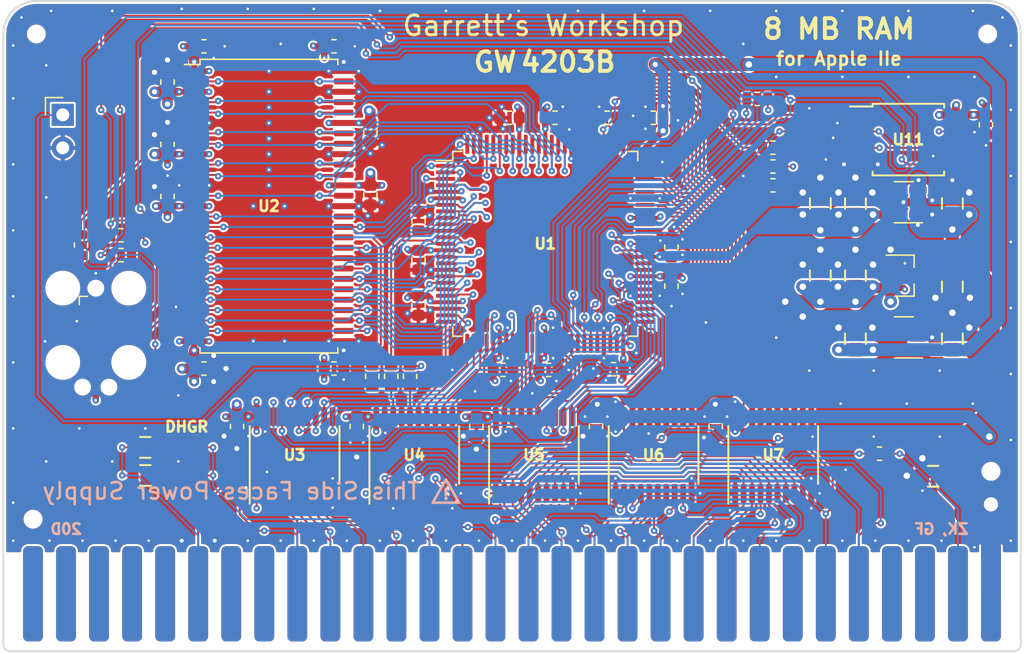
<source format=kicad_pcb>
(kicad_pcb (version 20171130) (host pcbnew "(5.1.5-0-10_14)")

  (general
    (thickness 1.6)
    (drawings 24)
    (tracks 2415)
    (zones 0)
    (modules 72)
    (nets 151)
  )

  (page A4)
  (title_block
    (title "GW4203B (RAM2E II)")
    (date 2020-12-25)
    (rev 1.3)
    (company "Garrett's Workshop")
  )

  (layers
    (0 F.Cu signal)
    (1 In1.Cu signal)
    (2 In2.Cu signal)
    (31 B.Cu signal)
    (32 B.Adhes user)
    (33 F.Adhes user)
    (34 B.Paste user)
    (35 F.Paste user)
    (36 B.SilkS user)
    (37 F.SilkS user)
    (38 B.Mask user)
    (39 F.Mask user)
    (40 Dwgs.User user)
    (41 Cmts.User user)
    (42 Eco1.User user)
    (43 Eco2.User user)
    (44 Edge.Cuts user)
    (45 Margin user)
    (46 B.CrtYd user)
    (47 F.CrtYd user)
    (48 B.Fab user)
    (49 F.Fab user)
  )

  (setup
    (last_trace_width 0.15)
    (user_trace_width 0.2)
    (user_trace_width 0.25)
    (user_trace_width 0.3)
    (user_trace_width 0.35)
    (user_trace_width 0.4)
    (user_trace_width 0.45)
    (user_trace_width 0.5)
    (user_trace_width 0.6)
    (user_trace_width 0.65)
    (user_trace_width 0.8)
    (user_trace_width 1)
    (user_trace_width 1.27)
    (user_trace_width 1.524)
    (trace_clearance 0.15)
    (zone_clearance 0.1524)
    (zone_45_only no)
    (trace_min 0.15)
    (via_size 0.5)
    (via_drill 0.2)
    (via_min_size 0.5)
    (via_min_drill 0.2)
    (user_via 0.6 0.3)
    (user_via 0.8 0.4)
    (user_via 1 0.5)
    (user_via 1.524 0.762)
    (uvia_size 0.3)
    (uvia_drill 0.1)
    (uvias_allowed no)
    (uvia_min_size 0.2)
    (uvia_min_drill 0.1)
    (edge_width 0.15)
    (segment_width 0.1524)
    (pcb_text_width 0.3)
    (pcb_text_size 1.5 1.5)
    (mod_edge_width 0.15)
    (mod_text_size 1 1)
    (mod_text_width 0.15)
    (pad_size 0.3 1.475)
    (pad_drill 0)
    (pad_to_mask_clearance 0.05)
    (solder_mask_min_width 0.1)
    (pad_to_paste_clearance -0.0381)
    (aux_axis_origin 0 0)
    (visible_elements FFFFFF7F)
    (pcbplotparams
      (layerselection 0x010f8_ffffffff)
      (usegerberextensions true)
      (usegerberattributes false)
      (usegerberadvancedattributes false)
      (creategerberjobfile false)
      (excludeedgelayer true)
      (linewidth 0.100000)
      (plotframeref false)
      (viasonmask false)
      (mode 1)
      (useauxorigin false)
      (hpglpennumber 1)
      (hpglpenspeed 20)
      (hpglpendiameter 15.000000)
      (psnegative false)
      (psa4output false)
      (plotreference true)
      (plotvalue true)
      (plotinvisibletext false)
      (padsonsilk false)
      (subtractmaskfromsilk true)
      (outputformat 1)
      (mirror false)
      (drillshape 0)
      (scaleselection 1)
      (outputdirectory "gerber/"))
  )

  (net 0 "")
  (net 1 +5V)
  (net 2 GND)
  (net 3 /Vid7M)
  (net 4 /~SYNC~)
  (net 5 /~PRAS~)
  (net 6 /VC)
  (net 7 /~C07X~)
  (net 8 /~WNDW~)
  (net 9 /SEGA)
  (net 10 /ROMEN1)
  (net 11 /ROMEN2)
  (net 12 /MD7)
  (net 13 /MD6)
  (net 14 /MD5)
  (net 15 /MD4)
  (net 16 /PHI0)
  (net 17 /~CLRGAT~)
  (net 18 /~80VID~)
  (net 19 /~PCAS~)
  (net 20 /~LDPS~)
  (net 21 /R~W~80)
  (net 22 /PHI1)
  (net 23 /~CASEN~)
  (net 24 /MD3)
  (net 25 /MD2)
  (net 26 /MD1)
  (net 27 /MD0)
  (net 28 /H0)
  (net 29 /AN3)
  (net 30 /~EN80~)
  (net 31 /~ALTVID~)
  (net 32 /~SEROUT~)
  (net 33 /~ENVID~)
  (net 34 /R~W~)
  (net 35 /Q3)
  (net 36 /SEGB)
  (net 37 /~RA9~)
  (net 38 /~RA10~)
  (net 39 /GR)
  (net 40 /~ENTMG~)
  (net 41 /MA6)
  (net 42 /MA5)
  (net 43 /MA4)
  (net 44 /MA3)
  (net 45 /MA2)
  (net 46 /MA1)
  (net 47 /MA0)
  (net 48 /MA7)
  (net 49 /C7M)
  (net 50 /C14M)
  (net 51 /C3M58)
  (net 52 /VD0)
  (net 53 /VD1)
  (net 54 /VD2)
  (net 55 /VD3)
  (net 56 /VD4)
  (net 57 /VD5)
  (net 58 /VD6)
  (net 59 /VD7)
  (net 60 +3V3)
  (net 61 /RD5)
  (net 62 /RD4)
  (net 63 /RD3)
  (net 64 /RD2)
  (net 65 /RD7)
  (net 66 /RD6)
  (net 67 /RD0)
  (net 68 /RD1)
  (net 69 /DQMH)
  (net 70 /~WE~)
  (net 71 /~CAS~)
  (net 72 /CKE)
  (net 73 /~RAS~)
  (net 74 /BA0)
  (net 75 /RA11)
  (net 76 /~CS~)
  (net 77 /BA1)
  (net 78 /RA9)
  (net 79 /RA10)
  (net 80 /RA8)
  (net 81 /RA0)
  (net 82 /RA7)
  (net 83 /RA1)
  (net 84 /RA6)
  (net 85 /RA4)
  (net 86 /RA3)
  (net 87 /~EN80~in)
  (net 88 /RA5)
  (net 89 /RA2)
  (net 90 /R~W~80in)
  (net 91 /Ain5)
  (net 92 /PHI1in)
  (net 93 /Ain6)
  (net 94 /DQML)
  (net 95 /~C07X~in)
  (net 96 /R~W~in)
  (net 97 /Ain0)
  (net 98 /Ain1)
  (net 99 /Ain2)
  (net 100 /Ain3)
  (net 101 /Ain4)
  (net 102 /Ain7)
  (net 103 /Din0)
  (net 104 /Din1)
  (net 105 /Din2)
  (net 106 /Din3)
  (net 107 /Din4)
  (net 108 /Din5)
  (net 109 /Din6)
  (net 110 /Din7)
  (net 111 /Vout7)
  (net 112 /Vout6)
  (net 113 /Vout5)
  (net 114 /Vout4)
  (net 115 /Vout3)
  (net 116 /Vout2)
  (net 117 /Vout1)
  (net 118 /Vout0)
  (net 119 /D~OE~)
  (net 120 /Dout0)
  (net 121 /Dout1)
  (net 122 /Dout2)
  (net 123 /Dout3)
  (net 124 /Dout4)
  (net 125 /Dout5)
  (net 126 /Dout6)
  (net 127 /Dout7)
  (net 128 /RCLK)
  (net 129 /ACLK)
  (net 130 "Net-(U4-Pad17)")
  (net 131 /~FRCTXT~)
  (net 132 "Net-(U9-Pad4)")
  (net 133 /C14MB)
  (net 134 "Net-(R3-Pad2)")
  (net 135 /C14MR)
  (net 136 +1V2)
  (net 137 /~INIT~)
  (net 138 +2V5)
  (net 139 "Net-(U10-Pad4)")
  (net 140 "Net-(U1-Pad76)")
  (net 141 /CCK)
  (net 142 /Mode)
  (net 143 /CDI)
  (net 144 /CDO)
  (net 145 /C~RST~)
  (net 146 /C~CS~)
  (net 147 /CDONE)
  (net 148 /CCKr)
  (net 149 "Net-(R1-Pad2)")
  (net 150 /CCKrF)

  (net_class Default "This is the default net class."
    (clearance 0.15)
    (trace_width 0.15)
    (via_dia 0.5)
    (via_drill 0.2)
    (uvia_dia 0.3)
    (uvia_drill 0.1)
    (add_net +1V2)
    (add_net +2V5)
    (add_net +3V3)
    (add_net +5V)
    (add_net /ACLK)
    (add_net /AN3)
    (add_net /Ain0)
    (add_net /Ain1)
    (add_net /Ain2)
    (add_net /Ain3)
    (add_net /Ain4)
    (add_net /Ain5)
    (add_net /Ain6)
    (add_net /Ain7)
    (add_net /BA0)
    (add_net /BA1)
    (add_net /C14M)
    (add_net /C14MB)
    (add_net /C14MR)
    (add_net /C3M58)
    (add_net /C7M)
    (add_net /CCK)
    (add_net /CCKr)
    (add_net /CCKrF)
    (add_net /CDI)
    (add_net /CDO)
    (add_net /CDONE)
    (add_net /CKE)
    (add_net /C~CS~)
    (add_net /C~RST~)
    (add_net /DQMH)
    (add_net /DQML)
    (add_net /Din0)
    (add_net /Din1)
    (add_net /Din2)
    (add_net /Din3)
    (add_net /Din4)
    (add_net /Din5)
    (add_net /Din6)
    (add_net /Din7)
    (add_net /Dout0)
    (add_net /Dout1)
    (add_net /Dout2)
    (add_net /Dout3)
    (add_net /Dout4)
    (add_net /Dout5)
    (add_net /Dout6)
    (add_net /Dout7)
    (add_net /D~OE~)
    (add_net /GR)
    (add_net /H0)
    (add_net /MA0)
    (add_net /MA1)
    (add_net /MA2)
    (add_net /MA3)
    (add_net /MA4)
    (add_net /MA5)
    (add_net /MA6)
    (add_net /MA7)
    (add_net /MD0)
    (add_net /MD1)
    (add_net /MD2)
    (add_net /MD3)
    (add_net /MD4)
    (add_net /MD5)
    (add_net /MD6)
    (add_net /MD7)
    (add_net /Mode)
    (add_net /PHI0)
    (add_net /PHI1)
    (add_net /PHI1in)
    (add_net /Q3)
    (add_net /RA0)
    (add_net /RA1)
    (add_net /RA10)
    (add_net /RA11)
    (add_net /RA2)
    (add_net /RA3)
    (add_net /RA4)
    (add_net /RA5)
    (add_net /RA6)
    (add_net /RA7)
    (add_net /RA8)
    (add_net /RA9)
    (add_net /RCLK)
    (add_net /RD0)
    (add_net /RD1)
    (add_net /RD2)
    (add_net /RD3)
    (add_net /RD4)
    (add_net /RD5)
    (add_net /RD6)
    (add_net /RD7)
    (add_net /ROMEN1)
    (add_net /ROMEN2)
    (add_net /R~W~)
    (add_net /R~W~80)
    (add_net /R~W~80in)
    (add_net /R~W~in)
    (add_net /SEGA)
    (add_net /SEGB)
    (add_net /VC)
    (add_net /VD0)
    (add_net /VD1)
    (add_net /VD2)
    (add_net /VD3)
    (add_net /VD4)
    (add_net /VD5)
    (add_net /VD6)
    (add_net /VD7)
    (add_net /Vid7M)
    (add_net /Vout0)
    (add_net /Vout1)
    (add_net /Vout2)
    (add_net /Vout3)
    (add_net /Vout4)
    (add_net /Vout5)
    (add_net /Vout6)
    (add_net /Vout7)
    (add_net /~80VID~)
    (add_net /~ALTVID~)
    (add_net /~C07X~)
    (add_net /~C07X~in)
    (add_net /~CASEN~)
    (add_net /~CAS~)
    (add_net /~CLRGAT~)
    (add_net /~CS~)
    (add_net /~EN80~)
    (add_net /~EN80~in)
    (add_net /~ENTMG~)
    (add_net /~ENVID~)
    (add_net /~FRCTXT~)
    (add_net /~INIT~)
    (add_net /~LDPS~)
    (add_net /~PCAS~)
    (add_net /~PRAS~)
    (add_net /~RA10~)
    (add_net /~RA9~)
    (add_net /~RAS~)
    (add_net /~SEROUT~)
    (add_net /~SYNC~)
    (add_net /~WE~)
    (add_net /~WNDW~)
    (add_net GND)
    (add_net "Net-(R1-Pad2)")
    (add_net "Net-(R3-Pad2)")
    (add_net "Net-(U1-Pad76)")
    (add_net "Net-(U10-Pad4)")
    (add_net "Net-(U4-Pad17)")
    (add_net "Net-(U9-Pad4)")
  )

  (module stdpads:R_0603 (layer F.Cu) (tedit 5EE29B72) (tstamp 60B41BD9)
    (at 257.55 100.95 180)
    (tags resistor)
    (path /61A8EB6C)
    (solder_mask_margin 0.05)
    (solder_paste_margin -0.05)
    (attr smd)
    (fp_text reference R12 (at 0 0) (layer F.Fab)
      (effects (font (size 0.254 0.254) (thickness 0.0635)))
    )
    (fp_text value 47 (at 0 0.25) (layer F.Fab)
      (effects (font (size 0.127 0.127) (thickness 0.03175)))
    )
    (fp_text user %R (at 0 0) (layer F.SilkS) hide
      (effects (font (size 0.254 0.254) (thickness 0.0635)))
    )
    (fp_line (start 1.4 0.7) (end -1.4 0.7) (layer F.CrtYd) (width 0.05))
    (fp_line (start 1.4 -0.7) (end 1.4 0.7) (layer F.CrtYd) (width 0.05))
    (fp_line (start -1.4 -0.7) (end 1.4 -0.7) (layer F.CrtYd) (width 0.05))
    (fp_line (start -1.4 0.7) (end -1.4 -0.7) (layer F.CrtYd) (width 0.05))
    (fp_line (start -0.162779 0.51) (end 0.162779 0.51) (layer F.SilkS) (width 0.12))
    (fp_line (start -0.162779 -0.51) (end 0.162779 -0.51) (layer F.SilkS) (width 0.12))
    (fp_line (start 0.8 0.4) (end -0.8 0.4) (layer F.Fab) (width 0.1))
    (fp_line (start 0.8 -0.4) (end 0.8 0.4) (layer F.Fab) (width 0.1))
    (fp_line (start -0.8 -0.4) (end 0.8 -0.4) (layer F.Fab) (width 0.1))
    (fp_line (start -0.8 0.4) (end -0.8 -0.4) (layer F.Fab) (width 0.1))
    (pad 2 smd roundrect (at 0.8 0 180) (size 0.7 0.95) (layers F.Cu F.Paste F.Mask) (roundrect_rratio 0.25)
      (net 148 /CCKr))
    (pad 1 smd roundrect (at -0.8 0 180) (size 0.7 0.95) (layers F.Cu F.Paste F.Mask) (roundrect_rratio 0.25)
      (net 150 /CCKrF))
    (model ${KISYS3DMOD}/Resistor_SMD.3dshapes/R_0603_1608Metric.wrl
      (at (xyz 0 0 0))
      (scale (xyz 1 1 1))
      (rotate (xyz 0 0 0))
    )
  )

  (module stdpads:R_0603 (layer F.Cu) (tedit 5FDA5A0F) (tstamp 60B1E9B8)
    (at 229.65 118.55 270)
    (tags resistor)
    (path /6081D682)
    (solder_mask_margin 0.05)
    (solder_paste_margin -0.05)
    (attr smd)
    (fp_text reference R3 (at 0 0 90) (layer F.Fab)
      (effects (font (size 0.254 0.254) (thickness 0.0635)))
    )
    (fp_text value 47 (at 0 0.25 90) (layer F.Fab)
      (effects (font (size 0.127 0.127) (thickness 0.03175)))
    )
    (fp_line (start -0.8 0.4) (end -0.8 -0.4) (layer F.Fab) (width 0.1))
    (fp_line (start -0.8 -0.4) (end 0.8 -0.4) (layer F.Fab) (width 0.1))
    (fp_line (start 0.8 -0.4) (end 0.8 0.4) (layer F.Fab) (width 0.1))
    (fp_line (start 0.8 0.4) (end -0.8 0.4) (layer F.Fab) (width 0.1))
    (fp_line (start -0.162779 -0.51) (end 0.162779 -0.51) (layer F.SilkS) (width 0.12))
    (fp_line (start -0.162779 0.51) (end 0.162779 0.51) (layer F.SilkS) (width 0.12))
    (fp_line (start -1.4 0.7) (end -1.4 -0.7) (layer F.CrtYd) (width 0.05))
    (fp_line (start -1.4 -0.7) (end 1.4 -0.7) (layer F.CrtYd) (width 0.05))
    (fp_line (start 1.4 -0.7) (end 1.4 0.7) (layer F.CrtYd) (width 0.05))
    (fp_line (start 1.4 0.7) (end -1.4 0.7) (layer F.CrtYd) (width 0.05))
    (fp_text user %R (at 0 0 90) (layer F.SilkS) hide
      (effects (font (size 0.254 0.254) (thickness 0.0635)))
    )
    (pad 1 smd roundrect (at -0.8 0 270) (size 0.7 0.95) (layers F.Cu F.Paste F.Mask) (roundrect_rratio 0.25)
      (net 133 /C14MB))
    (pad 2 smd roundrect (at 0.8 0 270) (size 0.7 0.95) (layers F.Cu F.Paste F.Mask) (roundrect_rratio 0.25)
      (net 134 "Net-(R3-Pad2)"))
    (model ${KISYS3DMOD}/Resistor_SMD.3dshapes/R_0603_1608Metric.wrl
      (at (xyz 0 0 0))
      (scale (xyz 1 1 1))
      (rotate (xyz 0 0 0))
    )
  )

  (module stdpads:R_0603 (layer F.Cu) (tedit 5FDA5A0F) (tstamp 60B1E998)
    (at 228.2 118.55 270)
    (tags resistor)
    (path /61462215)
    (solder_mask_margin 0.05)
    (solder_paste_margin -0.05)
    (attr smd)
    (fp_text reference R11 (at 0 0 90) (layer F.Fab)
      (effects (font (size 0.254 0.254) (thickness 0.0635)))
    )
    (fp_text value 47 (at 0 0.25 90) (layer F.Fab)
      (effects (font (size 0.127 0.127) (thickness 0.03175)))
    )
    (fp_text user %R (at 0 0 90) (layer F.SilkS) hide
      (effects (font (size 0.254 0.254) (thickness 0.0635)))
    )
    (fp_line (start 1.4 0.7) (end -1.4 0.7) (layer F.CrtYd) (width 0.05))
    (fp_line (start 1.4 -0.7) (end 1.4 0.7) (layer F.CrtYd) (width 0.05))
    (fp_line (start -1.4 -0.7) (end 1.4 -0.7) (layer F.CrtYd) (width 0.05))
    (fp_line (start -1.4 0.7) (end -1.4 -0.7) (layer F.CrtYd) (width 0.05))
    (fp_line (start -0.162779 0.51) (end 0.162779 0.51) (layer F.SilkS) (width 0.12))
    (fp_line (start -0.162779 -0.51) (end 0.162779 -0.51) (layer F.SilkS) (width 0.12))
    (fp_line (start 0.8 0.4) (end -0.8 0.4) (layer F.Fab) (width 0.1))
    (fp_line (start 0.8 -0.4) (end 0.8 0.4) (layer F.Fab) (width 0.1))
    (fp_line (start -0.8 -0.4) (end 0.8 -0.4) (layer F.Fab) (width 0.1))
    (fp_line (start -0.8 0.4) (end -0.8 -0.4) (layer F.Fab) (width 0.1))
    (pad 2 smd roundrect (at 0.8 0 270) (size 0.7 0.95) (layers F.Cu F.Paste F.Mask) (roundrect_rratio 0.25)
      (net 149 "Net-(R1-Pad2)"))
    (pad 1 smd roundrect (at -0.8 0 270) (size 0.7 0.95) (layers F.Cu F.Paste F.Mask) (roundrect_rratio 0.25)
      (net 129 /ACLK))
    (model ${KISYS3DMOD}/Resistor_SMD.3dshapes/R_0603_1608Metric.wrl
      (at (xyz 0 0 0))
      (scale (xyz 1 1 1))
      (rotate (xyz 0 0 0))
    )
  )

  (module stdpads:TSOP-II-54_22.2x10.16mm_P0.8mm (layer F.Cu) (tedit 5E9238C1) (tstamp 5E7BC202)
    (at 218.8 105.45)
    (descr "54-lead TSOP typ II package")
    (tags "TSOPII TSOP2")
    (path /5E74FE5D)
    (solder_mask_margin 0.05)
    (attr smd)
    (fp_text reference U2 (at 0 0) (layer F.Fab)
      (effects (font (size 0.8128 0.8128) (thickness 0.2032)))
    )
    (fp_text value W9812G6KH-6 (at 0 0.95) (layer F.Fab)
      (effects (font (size 0.508 0.508) (thickness 0.127)))
    )
    (fp_text user %R (at 0 0) (layer F.SilkS)
      (effects (font (size 0.8128 0.8128) (thickness 0.2032)))
    )
    (fp_line (start -4.08 -11.11) (end 5.08 -11.11) (layer F.Fab) (width 0.1))
    (fp_line (start 5.08 -11.11) (end 5.08 11.11) (layer F.Fab) (width 0.1))
    (fp_line (start 5.08 11.11) (end -5.08 11.11) (layer F.Fab) (width 0.1))
    (fp_line (start -5.08 11.11) (end -5.08 -10.11) (layer F.Fab) (width 0.1))
    (fp_line (start -4.08 -11.11) (end -5.08 -10.11) (layer F.Fab) (width 0.1))
    (fp_line (start -6.5 -10.9) (end -5.3 -10.9) (layer F.SilkS) (width 0.12))
    (fp_line (start -5.3 -10.9) (end -5.3 -11.3) (layer F.SilkS) (width 0.12))
    (fp_line (start -5.3 -11.3) (end 5.3 -11.3) (layer F.SilkS) (width 0.12))
    (fp_line (start -5.3 11.3) (end 5.3 11.3) (layer F.SilkS) (width 0.12))
    (fp_line (start 5.3 -11.3) (end 5.3 -10.9) (layer F.SilkS) (width 0.12))
    (fp_line (start 5.3 10.9) (end 5.3 11.3) (layer F.SilkS) (width 0.12))
    (fp_line (start -5.3 10.9) (end -5.3 11.3) (layer F.SilkS) (width 0.12))
    (fp_line (start -6.76 -11.36) (end 6.76 -11.36) (layer F.CrtYd) (width 0.05))
    (fp_line (start 6.76 -11.36) (end 6.76 11.36) (layer F.CrtYd) (width 0.05))
    (fp_line (start 6.76 11.36) (end -6.76 11.36) (layer F.CrtYd) (width 0.05))
    (fp_line (start -6.76 -11.36) (end -6.76 11.36) (layer F.CrtYd) (width 0.05))
    (pad 54 smd roundrect (at 5.75 -10.4) (size 1.51 0.458) (layers F.Cu F.Paste F.Mask) (roundrect_rratio 0.25)
      (net 2 GND))
    (pad 53 smd roundrect (at 5.75 -9.6) (size 1.51 0.458) (layers F.Cu F.Paste F.Mask) (roundrect_rratio 0.25)
      (net 67 /RD0))
    (pad 52 smd roundrect (at 5.75 -8.8) (size 1.51 0.458) (layers F.Cu F.Paste F.Mask) (roundrect_rratio 0.25)
      (net 2 GND))
    (pad 51 smd roundrect (at 5.75 -8) (size 1.51 0.458) (layers F.Cu F.Paste F.Mask) (roundrect_rratio 0.25)
      (net 68 /RD1))
    (pad 50 smd roundrect (at 5.75 -7.2) (size 1.51 0.458) (layers F.Cu F.Paste F.Mask) (roundrect_rratio 0.25)
      (net 64 /RD2))
    (pad 49 smd roundrect (at 5.75 -6.4) (size 1.51 0.458) (layers F.Cu F.Paste F.Mask) (roundrect_rratio 0.25)
      (net 60 +3V3))
    (pad 48 smd roundrect (at 5.75 -5.6) (size 1.51 0.458) (layers F.Cu F.Paste F.Mask) (roundrect_rratio 0.25)
      (net 63 /RD3))
    (pad 47 smd roundrect (at 5.75 -4.8) (size 1.51 0.458) (layers F.Cu F.Paste F.Mask) (roundrect_rratio 0.25)
      (net 62 /RD4))
    (pad 46 smd roundrect (at 5.75 -4) (size 1.51 0.458) (layers F.Cu F.Paste F.Mask) (roundrect_rratio 0.25)
      (net 2 GND))
    (pad 45 smd roundrect (at 5.75 -3.2) (size 1.51 0.458) (layers F.Cu F.Paste F.Mask) (roundrect_rratio 0.25)
      (net 61 /RD5))
    (pad 44 smd roundrect (at 5.75 -2.4) (size 1.51 0.458) (layers F.Cu F.Paste F.Mask) (roundrect_rratio 0.25)
      (net 66 /RD6))
    (pad 43 smd roundrect (at 5.75 -1.6) (size 1.51 0.458) (layers F.Cu F.Paste F.Mask) (roundrect_rratio 0.25)
      (net 60 +3V3))
    (pad 42 smd roundrect (at 5.75 -0.8) (size 1.51 0.458) (layers F.Cu F.Paste F.Mask) (roundrect_rratio 0.25)
      (net 65 /RD7))
    (pad 41 smd roundrect (at 5.75 0) (size 1.51 0.458) (layers F.Cu F.Paste F.Mask) (roundrect_rratio 0.25)
      (net 2 GND))
    (pad 40 smd roundrect (at 5.75 0.8) (size 1.51 0.458) (layers F.Cu F.Paste F.Mask) (roundrect_rratio 0.25))
    (pad 39 smd roundrect (at 5.75 1.6) (size 1.51 0.458) (layers F.Cu F.Paste F.Mask) (roundrect_rratio 0.25)
      (net 69 /DQMH))
    (pad 38 smd roundrect (at 5.75 2.4) (size 1.51 0.458) (layers F.Cu F.Paste F.Mask) (roundrect_rratio 0.25)
      (net 128 /RCLK))
    (pad 37 smd roundrect (at 5.75 3.2) (size 1.51 0.458) (layers F.Cu F.Paste F.Mask) (roundrect_rratio 0.25)
      (net 72 /CKE))
    (pad 36 smd roundrect (at 5.75 4) (size 1.51 0.458) (layers F.Cu F.Paste F.Mask) (roundrect_rratio 0.25)
      (net 2 GND))
    (pad 35 smd roundrect (at 5.75 4.8) (size 1.51 0.458) (layers F.Cu F.Paste F.Mask) (roundrect_rratio 0.25)
      (net 75 /RA11))
    (pad 34 smd roundrect (at 5.75 5.6) (size 1.51 0.458) (layers F.Cu F.Paste F.Mask) (roundrect_rratio 0.25)
      (net 78 /RA9))
    (pad 33 smd roundrect (at 5.75 6.4) (size 1.51 0.458) (layers F.Cu F.Paste F.Mask) (roundrect_rratio 0.25)
      (net 80 /RA8))
    (pad 32 smd roundrect (at 5.75 7.2) (size 1.51 0.458) (layers F.Cu F.Paste F.Mask) (roundrect_rratio 0.25)
      (net 82 /RA7))
    (pad 31 smd roundrect (at 5.75 8) (size 1.51 0.458) (layers F.Cu F.Paste F.Mask) (roundrect_rratio 0.25)
      (net 84 /RA6))
    (pad 30 smd roundrect (at 5.75 8.8) (size 1.51 0.458) (layers F.Cu F.Paste F.Mask) (roundrect_rratio 0.25)
      (net 88 /RA5))
    (pad 29 smd roundrect (at 5.75 9.6) (size 1.51 0.458) (layers F.Cu F.Paste F.Mask) (roundrect_rratio 0.25)
      (net 85 /RA4))
    (pad 28 smd roundrect (at 5.75 10.4) (size 1.51 0.458) (layers F.Cu F.Paste F.Mask) (roundrect_rratio 0.25)
      (net 2 GND))
    (pad 27 smd roundrect (at -5.75 10.4) (size 1.51 0.458) (layers F.Cu F.Paste F.Mask) (roundrect_rratio 0.25)
      (net 60 +3V3))
    (pad 26 smd roundrect (at -5.75 9.6) (size 1.51 0.458) (layers F.Cu F.Paste F.Mask) (roundrect_rratio 0.25)
      (net 86 /RA3))
    (pad 25 smd roundrect (at -5.75 8.8) (size 1.51 0.458) (layers F.Cu F.Paste F.Mask) (roundrect_rratio 0.25)
      (net 89 /RA2))
    (pad 24 smd roundrect (at -5.75 8) (size 1.51 0.458) (layers F.Cu F.Paste F.Mask) (roundrect_rratio 0.25)
      (net 83 /RA1))
    (pad 23 smd roundrect (at -5.75 7.2) (size 1.51 0.458) (layers F.Cu F.Paste F.Mask) (roundrect_rratio 0.25)
      (net 81 /RA0))
    (pad 22 smd roundrect (at -5.75 6.4) (size 1.51 0.458) (layers F.Cu F.Paste F.Mask) (roundrect_rratio 0.25)
      (net 79 /RA10))
    (pad 21 smd roundrect (at -5.75 5.6) (size 1.51 0.458) (layers F.Cu F.Paste F.Mask) (roundrect_rratio 0.25)
      (net 77 /BA1))
    (pad 20 smd roundrect (at -5.75 4.8) (size 1.51 0.458) (layers F.Cu F.Paste F.Mask) (roundrect_rratio 0.25)
      (net 74 /BA0))
    (pad 19 smd roundrect (at -5.75 4) (size 1.51 0.458) (layers F.Cu F.Paste F.Mask) (roundrect_rratio 0.25)
      (net 76 /~CS~))
    (pad 18 smd roundrect (at -5.75 3.2) (size 1.51 0.458) (layers F.Cu F.Paste F.Mask) (roundrect_rratio 0.25)
      (net 73 /~RAS~))
    (pad 17 smd roundrect (at -5.75 2.4) (size 1.51 0.458) (layers F.Cu F.Paste F.Mask) (roundrect_rratio 0.25)
      (net 71 /~CAS~))
    (pad 16 smd roundrect (at -5.75 1.6) (size 1.51 0.458) (layers F.Cu F.Paste F.Mask) (roundrect_rratio 0.25)
      (net 70 /~WE~))
    (pad 15 smd roundrect (at -5.75 0.8) (size 1.51 0.458) (layers F.Cu F.Paste F.Mask) (roundrect_rratio 0.25)
      (net 94 /DQML))
    (pad 14 smd roundrect (at -5.75 0) (size 1.51 0.458) (layers F.Cu F.Paste F.Mask) (roundrect_rratio 0.25)
      (net 60 +3V3))
    (pad 13 smd roundrect (at -5.75 -0.8) (size 1.51 0.458) (layers F.Cu F.Paste F.Mask) (roundrect_rratio 0.25)
      (net 65 /RD7))
    (pad 12 smd roundrect (at -5.75 -1.6) (size 1.51 0.458) (layers F.Cu F.Paste F.Mask) (roundrect_rratio 0.25)
      (net 2 GND))
    (pad 11 smd roundrect (at -5.75 -2.4) (size 1.51 0.458) (layers F.Cu F.Paste F.Mask) (roundrect_rratio 0.25)
      (net 66 /RD6))
    (pad 10 smd roundrect (at -5.75 -3.2) (size 1.51 0.458) (layers F.Cu F.Paste F.Mask) (roundrect_rratio 0.25)
      (net 61 /RD5))
    (pad 9 smd roundrect (at -5.75 -4) (size 1.51 0.458) (layers F.Cu F.Paste F.Mask) (roundrect_rratio 0.25)
      (net 60 +3V3))
    (pad 8 smd roundrect (at -5.75 -4.8) (size 1.51 0.458) (layers F.Cu F.Paste F.Mask) (roundrect_rratio 0.25)
      (net 62 /RD4))
    (pad 7 smd roundrect (at -5.75 -5.6) (size 1.51 0.458) (layers F.Cu F.Paste F.Mask) (roundrect_rratio 0.25)
      (net 63 /RD3))
    (pad 6 smd roundrect (at -5.75 -6.4) (size 1.51 0.458) (layers F.Cu F.Paste F.Mask) (roundrect_rratio 0.25)
      (net 2 GND))
    (pad 5 smd roundrect (at -5.75 -7.2) (size 1.51 0.458) (layers F.Cu F.Paste F.Mask) (roundrect_rratio 0.25)
      (net 64 /RD2))
    (pad 4 smd roundrect (at -5.75 -8) (size 1.51 0.458) (layers F.Cu F.Paste F.Mask) (roundrect_rratio 0.25)
      (net 68 /RD1))
    (pad 3 smd roundrect (at -5.75 -8.8) (size 1.51 0.458) (layers F.Cu F.Paste F.Mask) (roundrect_rratio 0.25)
      (net 60 +3V3))
    (pad 2 smd roundrect (at -5.75 -9.6) (size 1.51 0.458) (layers F.Cu F.Paste F.Mask) (roundrect_rratio 0.25)
      (net 67 /RD0))
    (pad 1 smd roundrect (at -5.75 -10.4) (size 1.51 0.458) (layers F.Cu F.Paste F.Mask) (roundrect_rratio 0.25)
      (net 60 +3V3))
    (model ${KISYS3DMOD}/Package_SO.3dshapes/TSOP-II-54_22.2x10.16mm_P0.8mm.wrl
      (at (xyz 0 0 0))
      (scale (xyz 1 1 1))
      (rotate (xyz 0 0 0))
    )
  )

  (module stdpads:TQFP-100_14x14mm_P0.5mm (layer F.Cu) (tedit 60A56324) (tstamp 60AE3DA7)
    (at 240.05 108.35 270)
    (descr "TQFP, 100 Pin (http://www.microsemi.com/index.php?option=com_docman&task=doc_download&gid=131095), generated with kicad-footprint-generator ipc_gullwing_generator.py")
    (tags "TQFP QFP")
    (path /6425D727)
    (solder_mask_margin 0.024)
    (solder_paste_margin -0.035)
    (attr smd)
    (fp_text reference U1 (at 0 0) (layer F.Fab)
      (effects (font (size 0.8128 0.8128) (thickness 0.2032)))
    )
    (fp_text value iCE40HX1K-VQ100 (at 1.05 0) (layer F.Fab)
      (effects (font (size 0.508 0.508) (thickness 0.127)))
    )
    (fp_text user %R (at 0 0) (layer F.SilkS)
      (effects (font (size 0.8128 0.8128) (thickness 0.2032)))
    )
    (fp_line (start 6.4 -8.65) (end 0 -8.65) (layer F.CrtYd) (width 0.05))
    (fp_line (start 6.4 -7.25) (end 6.4 -8.65) (layer F.CrtYd) (width 0.05))
    (fp_line (start 7.25 -7.25) (end 6.4 -7.25) (layer F.CrtYd) (width 0.05))
    (fp_line (start 7.25 -6.4) (end 7.25 -7.25) (layer F.CrtYd) (width 0.05))
    (fp_line (start 8.65 -6.4) (end 7.25 -6.4) (layer F.CrtYd) (width 0.05))
    (fp_line (start 8.65 0) (end 8.65 -6.4) (layer F.CrtYd) (width 0.05))
    (fp_line (start 6.4 8.65) (end 0 8.65) (layer F.CrtYd) (width 0.05))
    (fp_line (start 6.4 7.25) (end 6.4 8.65) (layer F.CrtYd) (width 0.05))
    (fp_line (start 7.25 7.25) (end 6.4 7.25) (layer F.CrtYd) (width 0.05))
    (fp_line (start 7.25 6.4) (end 7.25 7.25) (layer F.CrtYd) (width 0.05))
    (fp_line (start 8.65 6.4) (end 7.25 6.4) (layer F.CrtYd) (width 0.05))
    (fp_line (start 8.65 0) (end 8.65 6.4) (layer F.CrtYd) (width 0.05))
    (fp_line (start -6.4 -8.65) (end 0 -8.65) (layer F.CrtYd) (width 0.05))
    (fp_line (start -6.4 -7.25) (end -6.4 -8.65) (layer F.CrtYd) (width 0.05))
    (fp_line (start -7.25 -7.25) (end -6.4 -7.25) (layer F.CrtYd) (width 0.05))
    (fp_line (start -7.25 -6.4) (end -7.25 -7.25) (layer F.CrtYd) (width 0.05))
    (fp_line (start -8.65 -6.4) (end -7.25 -6.4) (layer F.CrtYd) (width 0.05))
    (fp_line (start -8.65 0) (end -8.65 -6.4) (layer F.CrtYd) (width 0.05))
    (fp_line (start -6.4 8.65) (end 0 8.65) (layer F.CrtYd) (width 0.05))
    (fp_line (start -6.4 7.25) (end -6.4 8.65) (layer F.CrtYd) (width 0.05))
    (fp_line (start -7.25 7.25) (end -6.4 7.25) (layer F.CrtYd) (width 0.05))
    (fp_line (start -7.25 6.4) (end -7.25 7.25) (layer F.CrtYd) (width 0.05))
    (fp_line (start -8.65 6.4) (end -7.25 6.4) (layer F.CrtYd) (width 0.05))
    (fp_line (start -8.65 0) (end -8.65 6.4) (layer F.CrtYd) (width 0.05))
    (fp_line (start -6 7) (end -7 6) (layer F.Fab) (width 0.1))
    (fp_line (start 7 7) (end -6 7) (layer F.Fab) (width 0.1))
    (fp_line (start 7 -7) (end 7 7) (layer F.Fab) (width 0.1))
    (fp_line (start -7 -7) (end 7 -7) (layer F.Fab) (width 0.1))
    (fp_line (start -7 6) (end -7 -7) (layer F.Fab) (width 0.1))
    (fp_line (start -6.41 7.11) (end -6.41 8.4) (layer F.SilkS) (width 0.12))
    (fp_line (start -7.11 7.11) (end -6.41 7.11) (layer F.SilkS) (width 0.12))
    (fp_line (start -7.11 6.41) (end -7.11 7.11) (layer F.SilkS) (width 0.12))
    (fp_line (start -7.11 -7.11) (end -6.41 -7.11) (layer F.SilkS) (width 0.12))
    (fp_line (start -7.11 -6.41) (end -7.11 -7.11) (layer F.SilkS) (width 0.12))
    (fp_line (start 7.11 7.11) (end 6.41 7.11) (layer F.SilkS) (width 0.12))
    (fp_line (start 7.11 6.41) (end 7.11 7.11) (layer F.SilkS) (width 0.12))
    (fp_line (start 7.11 -7.11) (end 6.41 -7.11) (layer F.SilkS) (width 0.12))
    (fp_line (start 7.11 -6.41) (end 7.11 -7.11) (layer F.SilkS) (width 0.12))
    (pad 100 smd roundrect (at -7.6625 6) (size 0.3 1.475) (layers F.Cu F.Paste F.Mask) (roundrect_rratio 0.25)
      (net 69 /DQMH))
    (pad 99 smd roundrect (at -7.6625 5.5) (size 0.3 1.475) (layers F.Cu F.Paste F.Mask) (roundrect_rratio 0.25)
      (net 72 /CKE))
    (pad 98 smd roundrect (at -7.6625 5) (size 0.3 1.475) (layers F.Cu F.Paste F.Mask) (roundrect_rratio 0.25)
      (net 2 GND))
    (pad 97 smd roundrect (at -7.6625 4.5) (size 0.3 1.475) (layers F.Cu F.Paste F.Mask) (roundrect_rratio 0.25)
      (net 76 /~CS~))
    (pad 96 smd roundrect (at -7.6625 4) (size 0.3 1.475) (layers F.Cu F.Paste F.Mask) (roundrect_rratio 0.25)
      (net 94 /DQML))
    (pad 95 smd roundrect (at -7.6625 3.5) (size 0.3 1.475) (layers F.Cu F.Paste F.Mask) (roundrect_rratio 0.25)
      (net 73 /~RAS~))
    (pad 94 smd roundrect (at -7.6625 3) (size 0.3 1.475) (layers F.Cu F.Paste F.Mask) (roundrect_rratio 0.25)
      (net 65 /RD7))
    (pad 93 smd roundrect (at -7.6625 2.5) (size 0.3 1.475) (layers F.Cu F.Paste F.Mask) (roundrect_rratio 0.25)
      (net 66 /RD6))
    (pad 92 smd roundrect (at -7.6625 2) (size 0.3 1.475) (layers F.Cu F.Paste F.Mask) (roundrect_rratio 0.25)
      (net 60 +3V3))
    (pad 91 smd roundrect (at -7.6625 1.5) (size 0.3 1.475) (layers F.Cu F.Paste F.Mask) (roundrect_rratio 0.25)
      (net 61 /RD5))
    (pad 90 smd roundrect (at -7.6625 1) (size 0.3 1.475) (layers F.Cu F.Paste F.Mask) (roundrect_rratio 0.25)
      (net 62 /RD4))
    (pad 89 smd roundrect (at -7.6625 0.5) (size 0.3 1.475) (layers F.Cu F.Paste F.Mask) (roundrect_rratio 0.25)
      (net 63 /RD3))
    (pad 88 smd roundrect (at -7.6625 0) (size 0.3 1.475) (layers F.Cu F.Paste F.Mask) (roundrect_rratio 0.25)
      (net 60 +3V3))
    (pad 87 smd roundrect (at -7.6625 -0.5) (size 0.3 1.475) (layers F.Cu F.Paste F.Mask) (roundrect_rratio 0.25)
      (net 64 /RD2))
    (pad 86 smd roundrect (at -7.6625 -1) (size 0.3 1.475) (layers F.Cu F.Paste F.Mask) (roundrect_rratio 0.25)
      (net 68 /RD1))
    (pad 85 smd roundrect (at -7.6625 -1.5) (size 0.3 1.475) (layers F.Cu F.Paste F.Mask) (roundrect_rratio 0.25)
      (net 67 /RD0))
    (pad 84 smd roundrect (at -7.6625 -2) (size 0.3 1.475) (layers F.Cu F.Paste F.Mask) (roundrect_rratio 0.25)
      (net 2 GND))
    (pad 83 smd roundrect (at -7.6625 -2.5) (size 0.3 1.475) (layers F.Cu F.Paste F.Mask) (roundrect_rratio 0.25)
      (net 127 /Dout7))
    (pad 82 smd roundrect (at -7.6625 -3) (size 0.3 1.475) (layers F.Cu F.Paste F.Mask) (roundrect_rratio 0.25)
      (net 126 /Dout6))
    (pad 81 smd roundrect (at -7.6625 -3.5) (size 0.3 1.475) (layers F.Cu F.Paste F.Mask) (roundrect_rratio 0.25)
      (net 120 /Dout0))
    (pad 80 smd roundrect (at -7.6625 -4) (size 0.3 1.475) (layers F.Cu F.Paste F.Mask) (roundrect_rratio 0.25)
      (net 121 /Dout1))
    (pad 79 smd roundrect (at -7.6625 -4.5) (size 0.3 1.475) (layers F.Cu F.Paste F.Mask) (roundrect_rratio 0.25)
      (net 122 /Dout2))
    (pad 78 smd roundrect (at -7.6625 -5) (size 0.3 1.475) (layers F.Cu F.Paste F.Mask) (roundrect_rratio 0.25)
      (net 123 /Dout3))
    (pad 77 smd roundrect (at -7.6625 -5.5) (size 0.3 1.475) (layers F.Cu F.Paste F.Mask) (roundrect_rratio 0.25)
      (net 136 +1V2))
    (pad 76 smd roundrect (at -7.6625 -6) (size 0.3 1.475) (layers F.Cu F.Paste F.Mask) (roundrect_rratio 0.25)
      (net 140 "Net-(U1-Pad76)"))
    (pad 75 smd roundrect (at -6 -7.6625) (size 1.475 0.3) (layers F.Cu F.Paste F.Mask) (roundrect_rratio 0.25)
      (net 138 +2V5))
    (pad 74 smd roundrect (at -5.5 -7.6625) (size 1.475 0.3) (layers F.Cu F.Paste F.Mask) (roundrect_rratio 0.25)
      (net 124 /Dout4))
    (pad 73 smd roundrect (at -5 -7.6625) (size 1.475 0.3) (layers F.Cu F.Paste F.Mask) (roundrect_rratio 0.25)
      (net 125 /Dout5))
    (pad 72 smd roundrect (at -4.5 -7.6625) (size 1.475 0.3) (layers F.Cu F.Paste F.Mask) (roundrect_rratio 0.25)
      (net 119 /D~OE~))
    (pad 71 smd roundrect (at -4 -7.6625) (size 1.475 0.3) (layers F.Cu F.Paste F.Mask) (roundrect_rratio 0.25)
      (net 114 /Vout4))
    (pad 70 smd roundrect (at -3.5 -7.6625) (size 1.475 0.3) (layers F.Cu F.Paste F.Mask) (roundrect_rratio 0.25)
      (net 2 GND))
    (pad 69 smd roundrect (at -3 -7.6625) (size 1.475 0.3) (layers F.Cu F.Paste F.Mask) (roundrect_rratio 0.25)
      (net 118 /Vout0))
    (pad 68 smd roundrect (at -2.5 -7.6625) (size 1.475 0.3) (layers F.Cu F.Paste F.Mask) (roundrect_rratio 0.25)
      (net 116 /Vout2))
    (pad 67 smd roundrect (at -2 -7.6625) (size 1.475 0.3) (layers F.Cu F.Paste F.Mask) (roundrect_rratio 0.25)
      (net 60 +3V3))
    (pad 66 smd roundrect (at -1.5 -7.6625) (size 1.475 0.3) (layers F.Cu F.Paste F.Mask) (roundrect_rratio 0.25)
      (net 113 /Vout5))
    (pad 65 smd roundrect (at -1 -7.6625) (size 1.475 0.3) (layers F.Cu F.Paste F.Mask) (roundrect_rratio 0.25)
      (net 117 /Vout1))
    (pad 64 smd roundrect (at -0.5 -7.6625) (size 1.475 0.3) (layers F.Cu F.Paste F.Mask) (roundrect_rratio 0.25)
      (net 95 /~C07X~in))
    (pad 63 smd roundrect (at 0 -7.6625) (size 1.475 0.3) (layers F.Cu F.Paste F.Mask) (roundrect_rratio 0.25)
      (net 96 /R~W~in))
    (pad 62 smd roundrect (at 0.5 -7.6625) (size 1.475 0.3) (layers F.Cu F.Paste F.Mask) (roundrect_rratio 0.25)
      (net 107 /Din4))
    (pad 61 smd roundrect (at 1 -7.6625) (size 1.475 0.3) (layers F.Cu F.Paste F.Mask) (roundrect_rratio 0.25)
      (net 136 +1V2))
    (pad 60 smd roundrect (at 1.5 -7.6625) (size 1.475 0.3) (layers F.Cu F.Paste F.Mask) (roundrect_rratio 0.25)
      (net 112 /Vout6))
    (pad 59 smd roundrect (at 2 -7.6625) (size 1.475 0.3) (layers F.Cu F.Paste F.Mask) (roundrect_rratio 0.25)
      (net 100 /Ain3))
    (pad 58 smd roundrect (at 2.5 -7.6625) (size 1.475 0.3) (layers F.Cu F.Paste F.Mask) (roundrect_rratio 0.25)
      (net 60 +3V3))
    (pad 57 smd roundrect (at 3 -7.6625) (size 1.475 0.3) (layers F.Cu F.Paste F.Mask) (roundrect_rratio 0.25)
      (net 106 /Din3))
    (pad 56 smd roundrect (at 3.5 -7.6625) (size 1.475 0.3) (layers F.Cu F.Paste F.Mask) (roundrect_rratio 0.25)
      (net 99 /Ain2))
    (pad 55 smd roundrect (at 4 -7.6625) (size 1.475 0.3) (layers F.Cu F.Paste F.Mask) (roundrect_rratio 0.25)
      (net 2 GND))
    (pad 54 smd roundrect (at 4.5 -7.6625) (size 1.475 0.3) (layers F.Cu F.Paste F.Mask) (roundrect_rratio 0.25)
      (net 115 /Vout3))
    (pad 53 smd roundrect (at 5 -7.6625) (size 1.475 0.3) (layers F.Cu F.Paste F.Mask) (roundrect_rratio 0.25)
      (net 111 /Vout7))
    (pad 52 smd roundrect (at 5.5 -7.6625) (size 1.475 0.3) (layers F.Cu F.Paste F.Mask) (roundrect_rratio 0.25)
      (net 108 /Din5))
    (pad 51 smd roundrect (at 6 -7.6625) (size 1.475 0.3) (layers F.Cu F.Paste F.Mask) (roundrect_rratio 0.25)
      (net 105 /Din2))
    (pad 50 smd roundrect (at 7.6625 -6) (size 0.3 1.475) (layers F.Cu F.Paste F.Mask) (roundrect_rratio 0.25)
      (net 60 +3V3))
    (pad 49 smd roundrect (at 7.6625 -5.5) (size 0.3 1.475) (layers F.Cu F.Paste F.Mask) (roundrect_rratio 0.25)
      (net 146 /C~CS~))
    (pad 48 smd roundrect (at 7.6625 -5) (size 0.3 1.475) (layers F.Cu F.Paste F.Mask) (roundrect_rratio 0.25)
      (net 148 /CCKr))
    (pad 47 smd roundrect (at 7.6625 -4.5) (size 0.3 1.475) (layers F.Cu F.Paste F.Mask) (roundrect_rratio 0.25)
      (net 2 GND))
    (pad 46 smd roundrect (at 7.6625 -4) (size 0.3 1.475) (layers F.Cu F.Paste F.Mask) (roundrect_rratio 0.25)
      (net 143 /CDI))
    (pad 45 smd roundrect (at 7.6625 -3.5) (size 0.3 1.475) (layers F.Cu F.Paste F.Mask) (roundrect_rratio 0.25)
      (net 144 /CDO))
    (pad 44 smd roundrect (at 7.6625 -3) (size 0.3 1.475) (layers F.Cu F.Paste F.Mask) (roundrect_rratio 0.25)
      (net 145 /C~RST~))
    (pad 43 smd roundrect (at 7.6625 -2.5) (size 0.3 1.475) (layers F.Cu F.Paste F.Mask) (roundrect_rratio 0.25)
      (net 147 /CDONE))
    (pad 42 smd roundrect (at 7.6625 -2) (size 0.3 1.475) (layers F.Cu F.Paste F.Mask) (roundrect_rratio 0.25)
      (net 104 /Din1))
    (pad 41 smd roundrect (at 7.6625 -1.5) (size 0.3 1.475) (layers F.Cu F.Paste F.Mask) (roundrect_rratio 0.25)
      (net 103 /Din0))
    (pad 40 smd roundrect (at 7.6625 -1) (size 0.3 1.475) (layers F.Cu F.Paste F.Mask) (roundrect_rratio 0.25)
      (net 98 /Ain1))
    (pad 39 smd roundrect (at 7.6625 -0.5) (size 0.3 1.475) (layers F.Cu F.Paste F.Mask) (roundrect_rratio 0.25)
      (net 2 GND))
    (pad 38 smd roundrect (at 7.6625 0) (size 0.3 1.475) (layers F.Cu F.Paste F.Mask) (roundrect_rratio 0.25)
      (net 60 +3V3))
    (pad 37 smd roundrect (at 7.6625 0.5) (size 0.3 1.475) (layers F.Cu F.Paste F.Mask) (roundrect_rratio 0.25)
      (net 101 /Ain4))
    (pad 36 smd roundrect (at 7.6625 1) (size 0.3 1.475) (layers F.Cu F.Paste F.Mask) (roundrect_rratio 0.25)
      (net 109 /Din6))
    (pad 35 smd roundrect (at 7.6625 1.5) (size 0.3 1.475) (layers F.Cu F.Paste F.Mask) (roundrect_rratio 0.25)
      (net 136 +1V2))
    (pad 34 smd roundrect (at 7.6625 2) (size 0.3 1.475) (layers F.Cu F.Paste F.Mask) (roundrect_rratio 0.25)
      (net 110 /Din7))
    (pad 33 smd roundrect (at 7.6625 2.5) (size 0.3 1.475) (layers F.Cu F.Paste F.Mask) (roundrect_rratio 0.25)
      (net 97 /Ain0))
    (pad 32 smd roundrect (at 7.6625 3) (size 0.3 1.475) (layers F.Cu F.Paste F.Mask) (roundrect_rratio 0.25)
      (net 2 GND))
    (pad 31 smd roundrect (at 7.6625 3.5) (size 0.3 1.475) (layers F.Cu F.Paste F.Mask) (roundrect_rratio 0.25)
      (net 60 +3V3))
    (pad 30 smd roundrect (at 7.6625 4) (size 0.3 1.475) (layers F.Cu F.Paste F.Mask) (roundrect_rratio 0.25)
      (net 102 /Ain7))
    (pad 29 smd roundrect (at 7.6625 4.5) (size 0.3 1.475) (layers F.Cu F.Paste F.Mask) (roundrect_rratio 0.25)
      (net 93 /Ain6))
    (pad 28 smd roundrect (at 7.6625 5) (size 0.3 1.475) (layers F.Cu F.Paste F.Mask) (roundrect_rratio 0.25)
      (net 92 /PHI1in))
    (pad 27 smd roundrect (at 7.6625 5.5) (size 0.3 1.475) (layers F.Cu F.Paste F.Mask) (roundrect_rratio 0.25)
      (net 91 /Ain5))
    (pad 26 smd roundrect (at 7.6625 6) (size 0.3 1.475) (layers F.Cu F.Paste F.Mask) (roundrect_rratio 0.25)
      (net 90 /R~W~80in))
    (pad 25 smd roundrect (at 6 7.6625) (size 1.475 0.3) (layers F.Cu F.Paste F.Mask) (roundrect_rratio 0.25)
      (net 87 /~EN80~in))
    (pad 24 smd roundrect (at 5.5 7.6625) (size 1.475 0.3) (layers F.Cu F.Paste F.Mask) (roundrect_rratio 0.25)
      (net 85 /RA4))
    (pad 23 smd roundrect (at 5 7.6625) (size 1.475 0.3) (layers F.Cu F.Paste F.Mask) (roundrect_rratio 0.25)
      (net 2 GND))
    (pad 22 smd roundrect (at 4.5 7.6625) (size 1.475 0.3) (layers F.Cu F.Paste F.Mask) (roundrect_rratio 0.25)
      (net 60 +3V3))
    (pad 21 smd roundrect (at 4 7.6625) (size 1.475 0.3) (layers F.Cu F.Paste F.Mask) (roundrect_rratio 0.25)
      (net 86 /RA3))
    (pad 20 smd roundrect (at 3.5 7.6625) (size 1.475 0.3) (layers F.Cu F.Paste F.Mask) (roundrect_rratio 0.25)
      (net 88 /RA5))
    (pad 19 smd roundrect (at 3 7.6625) (size 1.475 0.3) (layers F.Cu F.Paste F.Mask) (roundrect_rratio 0.25)
      (net 80 /RA8))
    (pad 18 smd roundrect (at 2.5 7.6625) (size 1.475 0.3) (layers F.Cu F.Paste F.Mask) (roundrect_rratio 0.25)
      (net 89 /RA2))
    (pad 17 smd roundrect (at 2 7.6625) (size 1.475 0.3) (layers F.Cu F.Paste F.Mask) (roundrect_rratio 0.25)
      (net 2 GND))
    (pad 16 smd roundrect (at 1.5 7.6625) (size 1.475 0.3) (layers F.Cu F.Paste F.Mask) (roundrect_rratio 0.25)
      (net 84 /RA6))
    (pad 15 smd roundrect (at 1 7.6625) (size 1.475 0.3) (layers F.Cu F.Paste F.Mask) (roundrect_rratio 0.25)
      (net 83 /RA1))
    (pad 14 smd roundrect (at 0.5 7.6625) (size 1.475 0.3) (layers F.Cu F.Paste F.Mask) (roundrect_rratio 0.25)
      (net 60 +3V3))
    (pad 13 smd roundrect (at 0 7.6625) (size 1.475 0.3) (layers F.Cu F.Paste F.Mask) (roundrect_rratio 0.25)
      (net 129 /ACLK))
    (pad 12 smd roundrect (at -0.5 7.6625) (size 1.475 0.3) (layers F.Cu F.Paste F.Mask) (roundrect_rratio 0.25)
      (net 82 /RA7))
    (pad 11 smd roundrect (at -1 7.6625) (size 1.475 0.3) (layers F.Cu F.Paste F.Mask) (roundrect_rratio 0.25)
      (net 136 +1V2))
    (pad 10 smd roundrect (at -1.5 7.6625) (size 1.475 0.3) (layers F.Cu F.Paste F.Mask) (roundrect_rratio 0.25)
      (net 81 /RA0))
    (pad 9 smd roundrect (at -2 7.6625) (size 1.475 0.3) (layers F.Cu F.Paste F.Mask) (roundrect_rratio 0.25)
      (net 79 /RA10))
    (pad 8 smd roundrect (at -2.5 7.6625) (size 1.475 0.3) (layers F.Cu F.Paste F.Mask) (roundrect_rratio 0.25)
      (net 78 /RA9))
    (pad 7 smd roundrect (at -3 7.6625) (size 1.475 0.3) (layers F.Cu F.Paste F.Mask) (roundrect_rratio 0.25)
      (net 77 /BA1))
    (pad 6 smd roundrect (at -3.5 7.6625) (size 1.475 0.3) (layers F.Cu F.Paste F.Mask) (roundrect_rratio 0.25)
      (net 60 +3V3))
    (pad 5 smd roundrect (at -4 7.6625) (size 1.475 0.3) (layers F.Cu F.Paste F.Mask) (roundrect_rratio 0.25)
      (net 2 GND))
    (pad 4 smd roundrect (at -4.5 7.6625) (size 1.475 0.3) (layers F.Cu F.Paste F.Mask) (roundrect_rratio 0.25)
      (net 75 /RA11))
    (pad 3 smd roundrect (at -5 7.6625) (size 1.475 0.3) (layers F.Cu F.Paste F.Mask) (roundrect_rratio 0.25)
      (net 71 /~CAS~))
    (pad 2 smd roundrect (at -5.5 7.6625) (size 1.475 0.3) (layers F.Cu F.Paste F.Mask) (roundrect_rratio 0.25)
      (net 74 /BA0))
    (pad 1 smd roundrect (at -6 7.6625) (size 1.475 0.3) (layers F.Cu F.Paste F.Mask) (roundrect_rratio 0.25)
      (net 70 /~WE~))
    (model ${KISYS3DMOD}/Package_QFP.3dshapes/TQFP-100_14x14mm_P0.5mm.wrl
      (at (xyz 0 0 0))
      (scale (xyz 1 1 1))
      (rotate (xyz 0 0 -90))
    )
  )

  (module stdpads:SOIC-8_5.3mm (layer F.Cu) (tedit 5FDA6A09) (tstamp 60C27E40)
    (at 267.97 100.33 270)
    (descr "8-Lead Plastic Small Outline (SM) - Medium, 5.28 mm Body [SOIC] (see Microchip Packaging Specification 00000049BS.pdf)")
    (tags "SOIC 1.27")
    (path /63D14DB8)
    (solder_mask_margin 0.05)
    (solder_paste_margin -0.025)
    (attr smd)
    (fp_text reference U11 (at 0 0 180) (layer F.Fab)
      (effects (font (size 0.8128 0.8128) (thickness 0.2032)))
    )
    (fp_text value 25F010 (at 1.27 0 180) (layer F.Fab)
      (effects (font (size 0.381 0.381) (thickness 0.09525)))
    )
    (fp_line (start -2.55 2.75) (end -2.55 4.5) (layer F.SilkS) (width 0.15))
    (fp_line (start 2.755 2.75) (end 2.755 -2.75) (layer F.SilkS) (width 0.15))
    (fp_line (start -2.755 2.75) (end -2.755 -2.75) (layer F.SilkS) (width 0.15))
    (fp_line (start 2.755 2.75) (end 2.455 2.75) (layer F.SilkS) (width 0.15))
    (fp_line (start 2.755 -2.75) (end 2.455 -2.75) (layer F.SilkS) (width 0.15))
    (fp_line (start -2.755 -2.75) (end -2.455 -2.75) (layer F.SilkS) (width 0.15))
    (fp_line (start -2.755 2.75) (end -2.55 2.75) (layer F.SilkS) (width 0.15))
    (fp_line (start 2.95 4.75) (end 2.95 -4.75) (layer F.CrtYd) (width 0.05))
    (fp_line (start -2.95 4.75) (end -2.95 -4.75) (layer F.CrtYd) (width 0.05))
    (fp_line (start -2.95 -4.75) (end 2.95 -4.75) (layer F.CrtYd) (width 0.05))
    (fp_line (start -2.95 4.75) (end 2.95 4.75) (layer F.CrtYd) (width 0.05))
    (fp_line (start -1.65 2.65) (end -2.65 1.65) (layer F.Fab) (width 0.15))
    (fp_line (start 2.65 2.65) (end -1.65 2.65) (layer F.Fab) (width 0.15))
    (fp_line (start 2.65 -2.65) (end 2.65 2.65) (layer F.Fab) (width 0.15))
    (fp_line (start -2.65 -2.65) (end 2.65 -2.65) (layer F.Fab) (width 0.15))
    (fp_line (start -2.65 1.65) (end -2.65 -2.65) (layer F.Fab) (width 0.15))
    (fp_text user %R (at 0 0 180) (layer F.SilkS)
      (effects (font (size 0.8128 0.8128) (thickness 0.2032)))
    )
    (pad 8 smd roundrect (at -1.905 -3.65) (size 1.7 0.7) (layers F.Cu F.Paste F.Mask) (roundrect_rratio 0.25)
      (net 60 +3V3))
    (pad 7 smd roundrect (at -0.635 -3.65) (size 1.7 0.7) (layers F.Cu F.Paste F.Mask) (roundrect_rratio 0.25)
      (net 60 +3V3))
    (pad 6 smd roundrect (at 0.635 -3.65) (size 1.7 0.7) (layers F.Cu F.Paste F.Mask) (roundrect_rratio 0.25)
      (net 150 /CCKrF))
    (pad 5 smd roundrect (at 1.905 -3.65) (size 1.7 0.7) (layers F.Cu F.Paste F.Mask) (roundrect_rratio 0.25)
      (net 144 /CDO))
    (pad 4 smd roundrect (at 1.905 3.65) (size 1.7 0.7) (layers F.Cu F.Paste F.Mask) (roundrect_rratio 0.25)
      (net 2 GND))
    (pad 3 smd roundrect (at 0.635 3.65) (size 1.7 0.7) (layers F.Cu F.Paste F.Mask) (roundrect_rratio 0.25)
      (net 60 +3V3))
    (pad 2 smd roundrect (at -0.635 3.65) (size 1.7 0.7) (layers F.Cu F.Paste F.Mask) (roundrect_rratio 0.25)
      (net 143 /CDI))
    (pad 1 smd roundrect (at -1.905 3.65) (size 1.7 0.7) (layers F.Cu F.Paste F.Mask) (roundrect_rratio 0.25)
      (net 146 /C~CS~))
    (model ${KISYS3DMOD}/Package_SO.3dshapes/SOIJ-8_5.3x5.3mm_P1.27mm.wrl
      (at (xyz 0 0 0))
      (scale (xyz 1 1 1))
      (rotate (xyz 0 0 -90))
    )
  )

  (module Connector_PinHeader_2.54mm:PinHeader_1x02_P2.54mm_Vertical (layer F.Cu) (tedit 5FDA6163) (tstamp 5FE16B9E)
    (at 202.946 98.425)
    (descr "Through hole straight pin header, 1x02, 2.54mm pitch, single row")
    (tags "Through hole pin header THT 1x02 2.54mm single row")
    (path /608879CA)
    (fp_text reference J3 (at 0 -2.33) (layer F.SilkS) hide
      (effects (font (size 1 1) (thickness 0.15)))
    )
    (fp_text value C14M (at 0 5.08) (layer F.Fab)
      (effects (font (size 0.8128 0.8128) (thickness 0.2032)))
    )
    (fp_text user %R (at 0 1.27 90) (layer F.Fab)
      (effects (font (size 1 1) (thickness 0.15)))
    )
    (fp_line (start 1.8 -1.8) (end -1.8 -1.8) (layer F.CrtYd) (width 0.05))
    (fp_line (start 1.8 4.35) (end 1.8 -1.8) (layer F.CrtYd) (width 0.05))
    (fp_line (start -1.8 4.35) (end 1.8 4.35) (layer F.CrtYd) (width 0.05))
    (fp_line (start -1.8 -1.8) (end -1.8 4.35) (layer F.CrtYd) (width 0.05))
    (fp_line (start -1.33 -1.33) (end 0 -1.33) (layer F.SilkS) (width 0.12))
    (fp_line (start -1.33 0) (end -1.33 -1.33) (layer F.SilkS) (width 0.12))
    (fp_line (start -1.27 -0.635) (end -0.635 -1.27) (layer F.Fab) (width 0.1))
    (fp_line (start -1.27 3.81) (end -1.27 -0.635) (layer F.Fab) (width 0.1))
    (fp_line (start 1.27 3.81) (end -1.27 3.81) (layer F.Fab) (width 0.1))
    (fp_line (start 1.27 -1.27) (end 1.27 3.81) (layer F.Fab) (width 0.1))
    (fp_line (start -0.635 -1.27) (end 1.27 -1.27) (layer F.Fab) (width 0.1))
    (pad 2 thru_hole oval (at 0 2.54) (size 1.7 1.7) (drill 1) (layers *.Cu *.Mask)
      (net 2 GND))
    (pad 1 thru_hole rect (at 0 0) (size 1.7 1.7) (drill 1) (layers *.Cu *.Mask)
      (net 133 /C14MB))
  )

  (module stdpads:C_0603 (layer F.Cu) (tedit 5EE29C36) (tstamp 60C5B2D6)
    (at 273.939 99.187 270)
    (tags capacitor)
    (path /658DC54C)
    (solder_mask_margin 0.05)
    (solder_paste_margin -0.04)
    (attr smd)
    (fp_text reference C30 (at 0 0 90) (layer F.Fab)
      (effects (font (size 0.254 0.254) (thickness 0.0635)))
    )
    (fp_text value 2u2 (at 0 0.25 90) (layer F.Fab)
      (effects (font (size 0.127 0.127) (thickness 0.03175)))
    )
    (fp_text user %R (at 0 0 90) (layer F.SilkS) hide
      (effects (font (size 0.254 0.254) (thickness 0.0635)))
    )
    (fp_line (start 1.4 0.7) (end -1.4 0.7) (layer F.CrtYd) (width 0.05))
    (fp_line (start 1.4 -0.7) (end 1.4 0.7) (layer F.CrtYd) (width 0.05))
    (fp_line (start -1.4 -0.7) (end 1.4 -0.7) (layer F.CrtYd) (width 0.05))
    (fp_line (start -1.4 0.7) (end -1.4 -0.7) (layer F.CrtYd) (width 0.05))
    (fp_line (start -0.162779 0.51) (end 0.162779 0.51) (layer F.SilkS) (width 0.12))
    (fp_line (start -0.162779 -0.51) (end 0.162779 -0.51) (layer F.SilkS) (width 0.12))
    (fp_line (start 0.8 0.4) (end -0.8 0.4) (layer F.Fab) (width 0.1))
    (fp_line (start 0.8 -0.4) (end 0.8 0.4) (layer F.Fab) (width 0.1))
    (fp_line (start -0.8 -0.4) (end 0.8 -0.4) (layer F.Fab) (width 0.1))
    (fp_line (start -0.8 0.4) (end -0.8 -0.4) (layer F.Fab) (width 0.1))
    (pad 2 smd roundrect (at 0.75 0 270) (size 0.85 0.95) (layers F.Cu F.Paste F.Mask) (roundrect_rratio 0.25)
      (net 2 GND))
    (pad 1 smd roundrect (at -0.75 0 270) (size 0.85 0.95) (layers F.Cu F.Paste F.Mask) (roundrect_rratio 0.25)
      (net 60 +3V3))
    (model ${KISYS3DMOD}/Capacitor_SMD.3dshapes/C_0603_1608Metric.wrl
      (at (xyz 0 0 0))
      (scale (xyz 1 1 1))
      (rotate (xyz 0 0 0))
    )
  )

  (module stdpads:TC2050 (layer F.Cu) (tedit 5F1BC96E) (tstamp 60A49811)
    (at 205.486 115.57 270)
    (descr "Tag-Connect programming header; http://www.tag-connect.com/Materials/TC2050-IDC-430%20Datasheet.pdf")
    (tags "tag connect programming header pogo pins")
    (path /5EC5BECD)
    (attr virtual)
    (fp_text reference J2 (at 0 0 90) (layer F.Fab)
      (effects (font (size 0.508 0.508) (thickness 0.127)))
    )
    (fp_text value JTAG (at 0 0.635 90) (layer F.Fab)
      (effects (font (size 0.381 0.381) (thickness 0.09525)))
    )
    (fp_line (start -3.175 1.27) (end -3.175 0.635) (layer F.SilkS) (width 0.12))
    (fp_line (start -2.54 1.27) (end -3.175 1.27) (layer F.SilkS) (width 0.12))
    (fp_line (start -5.5 4.25) (end -5.5 -4.25) (layer F.CrtYd) (width 0.05))
    (fp_line (start 4.75 4.25) (end -5.5 4.25) (layer F.CrtYd) (width 0.05))
    (fp_line (start 4.75 -4.25) (end 4.75 4.25) (layer F.CrtYd) (width 0.05))
    (fp_line (start -5.5 -4.25) (end 4.75 -4.25) (layer F.CrtYd) (width 0.05))
    (fp_line (start -2.54 0.635) (end -2.54 -0.635) (layer Dwgs.User) (width 0.1))
    (fp_line (start 2.54 0.635) (end -2.54 0.635) (layer Dwgs.User) (width 0.1))
    (fp_line (start 2.54 -0.635) (end 2.54 0.635) (layer Dwgs.User) (width 0.1))
    (fp_line (start -2.54 -0.635) (end 2.54 -0.635) (layer Dwgs.User) (width 0.1))
    (fp_line (start -2.54 0.635) (end -1.27 -0.635) (layer Dwgs.User) (width 0.1))
    (fp_line (start -2.54 0) (end -1.905 -0.635) (layer Dwgs.User) (width 0.1))
    (fp_line (start -1.905 0.635) (end -0.635 -0.635) (layer Dwgs.User) (width 0.1))
    (fp_line (start -1.27 0.635) (end 0 -0.635) (layer Dwgs.User) (width 0.1))
    (fp_line (start 1.905 0.635) (end 2.54 0) (layer Dwgs.User) (width 0.1))
    (fp_text user KEEPOUT (at 0 0 90) (layer Cmts.User)
      (effects (font (size 0.4 0.4) (thickness 0.07)))
    )
    (fp_line (start -0.635 0.635) (end 0.635 -0.635) (layer Dwgs.User) (width 0.1))
    (fp_line (start 0 0.635) (end 1.27 -0.635) (layer Dwgs.User) (width 0.1))
    (fp_line (start 0.635 0.635) (end 1.905 -0.635) (layer Dwgs.User) (width 0.1))
    (fp_line (start 1.27 0.635) (end 2.54 -0.635) (layer Dwgs.User) (width 0.1))
    (fp_line (start -2.921 -1.016) (end 2.921 -1.016) (layer F.Fab) (width 0.12))
    (fp_line (start 2.921 -1.016) (end 2.921 1.016) (layer F.Fab) (width 0.12))
    (fp_line (start 2.921 1.016) (end -2.921 1.016) (layer F.Fab) (width 0.12))
    (fp_line (start -2.921 1.016) (end -2.921 -1.016) (layer F.Fab) (width 0.12))
    (pad "" np_thru_hole circle (at 3.81 -1.016 270) (size 0.9906 0.9906) (drill 0.9906) (layers *.Cu *.Mask))
    (pad "" np_thru_hole circle (at 3.81 1.016 270) (size 0.9906 0.9906) (drill 0.9906) (layers *.Cu *.Mask))
    (pad "" np_thru_hole circle (at -3.81 0 270) (size 0.9906 0.9906) (drill 0.9906) (layers *.Cu *.Mask))
    (pad 1 connect circle (at -2.54 0.635 270) (size 0.7874 0.7874) (layers F.Cu F.Mask)
      (net 141 /CCK))
    (pad 2 connect circle (at -1.27 0.635 270) (size 0.7874 0.7874) (layers F.Cu F.Mask)
      (net 2 GND))
    (pad 3 connect circle (at 0 0.635 270) (size 0.7874 0.7874) (layers F.Cu F.Mask)
      (net 142 /Mode))
    (pad 4 connect circle (at 1.27 0.635 270) (size 0.7874 0.7874) (layers F.Cu F.Mask)
      (net 2 GND))
    (pad 5 connect circle (at 2.54 0.635 270) (size 0.7874 0.7874) (layers F.Cu F.Mask)
      (net 143 /CDI))
    (pad 6 connect circle (at 2.54 -0.635 270) (size 0.7874 0.7874) (layers F.Cu F.Mask)
      (net 60 +3V3))
    (pad 7 connect circle (at 1.27 -0.635 270) (size 0.7874 0.7874) (layers F.Cu F.Mask)
      (net 144 /CDO))
    (pad 8 connect circle (at 0 -0.635 270) (size 0.7874 0.7874) (layers F.Cu F.Mask)
      (net 137 /~INIT~))
    (pad 9 connect circle (at -1.27 -0.635 270) (size 0.7874 0.7874) (layers F.Cu F.Mask)
      (net 145 /C~RST~))
    (pad 10 connect circle (at -2.54 -0.635 270) (size 0.7874 0.7874) (layers F.Cu F.Mask)
      (net 146 /C~CS~))
    (pad "" np_thru_hole circle (at -3.81 -2.54 270) (size 2.3749 2.3749) (drill 2.3749) (layers *.Cu *.Mask))
    (pad "" np_thru_hole circle (at -3.81 2.54 270) (size 2.3749 2.3749) (drill 2.3749) (layers *.Cu *.Mask))
    (pad "" np_thru_hole circle (at 1.905 2.54 270) (size 2.3749 2.3749) (drill 2.3749) (layers *.Cu *.Mask))
    (pad "" np_thru_hole circle (at 1.905 -2.54 270) (size 2.3749 2.3749) (drill 2.3749) (layers *.Cu *.Mask))
  )

  (module stdpads:C_0603 (layer F.Cu) (tedit 5EE29C36) (tstamp 5E7137A0)
    (at 234.75 122.4 270)
    (tags capacitor)
    (path /5FDCD964)
    (solder_mask_margin 0.05)
    (solder_paste_margin -0.04)
    (attr smd)
    (fp_text reference C9 (at 0 0 90) (layer F.Fab)
      (effects (font (size 0.254 0.254) (thickness 0.0635)))
    )
    (fp_text value 2u2 (at 0 0.25 90) (layer F.Fab)
      (effects (font (size 0.127 0.127) (thickness 0.03175)))
    )
    (fp_text user %R (at 0 0 90) (layer F.SilkS) hide
      (effects (font (size 0.254 0.254) (thickness 0.0635)))
    )
    (fp_line (start 1.4 0.7) (end -1.4 0.7) (layer F.CrtYd) (width 0.05))
    (fp_line (start 1.4 -0.7) (end 1.4 0.7) (layer F.CrtYd) (width 0.05))
    (fp_line (start -1.4 -0.7) (end 1.4 -0.7) (layer F.CrtYd) (width 0.05))
    (fp_line (start -1.4 0.7) (end -1.4 -0.7) (layer F.CrtYd) (width 0.05))
    (fp_line (start -0.162779 0.51) (end 0.162779 0.51) (layer F.SilkS) (width 0.12))
    (fp_line (start -0.162779 -0.51) (end 0.162779 -0.51) (layer F.SilkS) (width 0.12))
    (fp_line (start 0.8 0.4) (end -0.8 0.4) (layer F.Fab) (width 0.1))
    (fp_line (start 0.8 -0.4) (end 0.8 0.4) (layer F.Fab) (width 0.1))
    (fp_line (start -0.8 -0.4) (end 0.8 -0.4) (layer F.Fab) (width 0.1))
    (fp_line (start -0.8 0.4) (end -0.8 -0.4) (layer F.Fab) (width 0.1))
    (pad 2 smd roundrect (at 0.75 0 270) (size 0.85 0.95) (layers F.Cu F.Paste F.Mask) (roundrect_rratio 0.25)
      (net 2 GND))
    (pad 1 smd roundrect (at -0.75 0 270) (size 0.85 0.95) (layers F.Cu F.Paste F.Mask) (roundrect_rratio 0.25)
      (net 60 +3V3))
    (model ${KISYS3DMOD}/Capacitor_SMD.3dshapes/C_0603_1608Metric.wrl
      (at (xyz 0 0 0))
      (scale (xyz 1 1 1))
      (rotate (xyz 0 0 0))
    )
  )

  (module stdpads:SOT-23-5 (layer F.Cu) (tedit 5F627B8F) (tstamp 60C03536)
    (at 267.65 105.15)
    (tags SOT-23-5)
    (path /5F6DD402)
    (solder_mask_margin 0.05)
    (solder_paste_margin -0.05)
    (attr smd)
    (fp_text reference U9 (at 0 0 270) (layer F.Fab)
      (effects (font (size 0.381 0.381) (thickness 0.09525)))
    )
    (fp_text value AP2127K-1.2TRG1 (at -0.4 0 270) (layer F.Fab)
      (effects (font (size 0.127 0.127) (thickness 0.03175)))
    )
    (fp_line (start 0.7 0.95) (end 0.7 -1.5) (layer F.Fab) (width 0.1))
    (fp_line (start 0.15 1.52) (end -0.7 1.52) (layer F.Fab) (width 0.1))
    (fp_line (start 0.7 0.95) (end 0.15 1.52) (layer F.Fab) (width 0.1))
    (fp_line (start -0.7 1.52) (end -0.7 -1.52) (layer F.Fab) (width 0.1))
    (fp_line (start 0.7 -1.52) (end -0.7 -1.52) (layer F.Fab) (width 0.1))
    (fp_line (start 2 1.8) (end -2 1.8) (layer F.CrtYd) (width 0.05))
    (fp_line (start -2 1.8) (end -2 -1.8) (layer F.CrtYd) (width 0.05))
    (fp_line (start -2 -1.8) (end 2 -1.8) (layer F.CrtYd) (width 0.05))
    (fp_line (start 2 -1.8) (end 2 1.8) (layer F.CrtYd) (width 0.05))
    (fp_line (start -0.76 1.58) (end 1.4 1.58) (layer F.SilkS) (width 0.12))
    (fp_line (start -0.76 -1.58) (end 0.7 -1.58) (layer F.SilkS) (width 0.12))
    (pad 1 smd roundrect (at 1.05 0.95 180) (size 1.35 0.65) (layers F.Cu F.Paste F.Mask) (roundrect_rratio 0.25)
      (net 1 +5V))
    (pad 3 smd roundrect (at 1.05 -0.95 180) (size 1.35 0.65) (layers F.Cu F.Paste F.Mask) (roundrect_rratio 0.25)
      (net 1 +5V))
    (pad 2 smd roundrect (at 1.05 0 180) (size 1.35 0.65) (layers F.Cu F.Paste F.Mask) (roundrect_rratio 0.25)
      (net 2 GND))
    (pad 5 smd roundrect (at -1.05 0.95 180) (size 1.35 0.65) (layers F.Cu F.Paste F.Mask) (roundrect_rratio 0.25)
      (net 136 +1V2))
    (pad 4 smd roundrect (at -1.05 -0.95 180) (size 1.35 0.65) (layers F.Cu F.Paste F.Mask) (roundrect_rratio 0.25)
      (net 132 "Net-(U9-Pad4)"))
    (model ${KISYS3DMOD}/Package_TO_SOT_SMD.3dshapes/SOT-23-5.wrl
      (at (xyz 0 0 0))
      (scale (xyz 1 1 1))
      (rotate (xyz 0 0 180))
    )
  )

  (module stdpads:R_0603 (layer F.Cu) (tedit 5FDA5E59) (tstamp 5FE1FC62)
    (at 265.75 124.5)
    (tags resistor)
    (path /6088A353)
    (solder_mask_margin 0.05)
    (solder_paste_margin -0.05)
    (attr smd)
    (fp_text reference R2 (at 0 0) (layer F.Fab)
      (effects (font (size 0.254 0.254) (thickness 0.0635)))
    )
    (fp_text value 47 (at 0 0.25) (layer F.Fab)
      (effects (font (size 0.127 0.127) (thickness 0.03175)))
    )
    (fp_text user %R (at 0 0) (layer F.SilkS) hide
      (effects (font (size 0.254 0.254) (thickness 0.0635)))
    )
    (fp_line (start 1.4 0.7) (end -1.4 0.7) (layer F.CrtYd) (width 0.05))
    (fp_line (start 1.4 -0.7) (end 1.4 0.7) (layer F.CrtYd) (width 0.05))
    (fp_line (start -1.4 -0.7) (end 1.4 -0.7) (layer F.CrtYd) (width 0.05))
    (fp_line (start -1.4 0.7) (end -1.4 -0.7) (layer F.CrtYd) (width 0.05))
    (fp_line (start -0.162779 0.51) (end 0.162779 0.51) (layer F.SilkS) (width 0.12))
    (fp_line (start -0.162779 -0.51) (end 0.162779 -0.51) (layer F.SilkS) (width 0.12))
    (fp_line (start 0.8 0.4) (end -0.8 0.4) (layer F.Fab) (width 0.1))
    (fp_line (start 0.8 -0.4) (end 0.8 0.4) (layer F.Fab) (width 0.1))
    (fp_line (start -0.8 -0.4) (end 0.8 -0.4) (layer F.Fab) (width 0.1))
    (fp_line (start -0.8 0.4) (end -0.8 -0.4) (layer F.Fab) (width 0.1))
    (pad 2 smd roundrect (at 0.8 0) (size 0.7 0.95) (layers F.Cu F.Paste F.Mask) (roundrect_rratio 0.25)
      (net 50 /C14M))
    (pad 1 smd roundrect (at -0.8 0) (size 0.7 0.95) (layers F.Cu F.Paste F.Mask) (roundrect_rratio 0.25)
      (net 135 /C14MR))
    (model ${KISYS3DMOD}/Resistor_SMD.3dshapes/R_0603_1608Metric.wrl
      (at (xyz 0 0 0))
      (scale (xyz 1 1 1))
      (rotate (xyz 0 0 0))
    )
  )

  (module stdpads:R_0603 (layer F.Cu) (tedit 5FDA5A0F) (tstamp 60B26C2C)
    (at 226.75 118.55 270)
    (tags resistor)
    (path /61462696)
    (solder_mask_margin 0.05)
    (solder_paste_margin -0.05)
    (attr smd)
    (fp_text reference R1 (at 0 0 90) (layer F.Fab)
      (effects (font (size 0.254 0.254) (thickness 0.0635)))
    )
    (fp_text value 47 (at 0 0.25 90) (layer F.Fab)
      (effects (font (size 0.127 0.127) (thickness 0.03175)))
    )
    (fp_line (start -0.8 0.4) (end -0.8 -0.4) (layer F.Fab) (width 0.1))
    (fp_line (start -0.8 -0.4) (end 0.8 -0.4) (layer F.Fab) (width 0.1))
    (fp_line (start 0.8 -0.4) (end 0.8 0.4) (layer F.Fab) (width 0.1))
    (fp_line (start 0.8 0.4) (end -0.8 0.4) (layer F.Fab) (width 0.1))
    (fp_line (start -0.162779 -0.51) (end 0.162779 -0.51) (layer F.SilkS) (width 0.12))
    (fp_line (start -0.162779 0.51) (end 0.162779 0.51) (layer F.SilkS) (width 0.12))
    (fp_line (start -1.4 0.7) (end -1.4 -0.7) (layer F.CrtYd) (width 0.05))
    (fp_line (start -1.4 -0.7) (end 1.4 -0.7) (layer F.CrtYd) (width 0.05))
    (fp_line (start 1.4 -0.7) (end 1.4 0.7) (layer F.CrtYd) (width 0.05))
    (fp_line (start 1.4 0.7) (end -1.4 0.7) (layer F.CrtYd) (width 0.05))
    (fp_text user %R (at 0 0 90) (layer F.SilkS) hide
      (effects (font (size 0.254 0.254) (thickness 0.0635)))
    )
    (pad 1 smd roundrect (at -0.8 0 270) (size 0.7 0.95) (layers F.Cu F.Paste F.Mask) (roundrect_rratio 0.25)
      (net 128 /RCLK))
    (pad 2 smd roundrect (at 0.8 0 270) (size 0.7 0.95) (layers F.Cu F.Paste F.Mask) (roundrect_rratio 0.25)
      (net 149 "Net-(R1-Pad2)"))
    (model ${KISYS3DMOD}/Resistor_SMD.3dshapes/R_0603_1608Metric.wrl
      (at (xyz 0 0 0))
      (scale (xyz 1 1 1))
      (rotate (xyz 0 0 0))
    )
  )

  (module stdpads:C_0603 (layer F.Cu) (tedit 5E890746) (tstamp 5F653D31)
    (at 223.8 117.95)
    (tags capacitor)
    (path /5FB22AB9)
    (attr smd)
    (fp_text reference C25 (at 0 0) (layer F.Fab)
      (effects (font (size 0.254 0.254) (thickness 0.0635)))
    )
    (fp_text value 2u2 (at 0 0.25) (layer F.Fab)
      (effects (font (size 0.127 0.127) (thickness 0.03175)))
    )
    (fp_line (start -0.8 0.4) (end -0.8 -0.4) (layer F.Fab) (width 0.1))
    (fp_line (start -0.8 -0.4) (end 0.8 -0.4) (layer F.Fab) (width 0.1))
    (fp_line (start 0.8 -0.4) (end 0.8 0.4) (layer F.Fab) (width 0.1))
    (fp_line (start 0.8 0.4) (end -0.8 0.4) (layer F.Fab) (width 0.1))
    (fp_line (start -0.162779 -0.51) (end 0.162779 -0.51) (layer F.SilkS) (width 0.12))
    (fp_line (start -0.162779 0.51) (end 0.162779 0.51) (layer F.SilkS) (width 0.12))
    (fp_line (start -1.4 0.7) (end -1.4 -0.7) (layer F.CrtYd) (width 0.05))
    (fp_line (start -1.4 -0.7) (end 1.4 -0.7) (layer F.CrtYd) (width 0.05))
    (fp_line (start 1.4 -0.7) (end 1.4 0.7) (layer F.CrtYd) (width 0.05))
    (fp_line (start 1.4 0.7) (end -1.4 0.7) (layer F.CrtYd) (width 0.05))
    (fp_text user %R (at 0 0) (layer F.SilkS) hide
      (effects (font (size 0.254 0.254) (thickness 0.0635)))
    )
    (pad 1 smd roundrect (at -0.75 0) (size 0.85 0.95) (layers F.Cu F.Paste F.Mask) (roundrect_rratio 0.25)
      (net 60 +3V3))
    (pad 2 smd roundrect (at 0.75 0) (size 0.85 0.95) (layers F.Cu F.Paste F.Mask) (roundrect_rratio 0.25)
      (net 2 GND))
    (model ${KISYS3DMOD}/Capacitor_SMD.3dshapes/C_0603_1608Metric.wrl
      (at (xyz 0 0 0))
      (scale (xyz 1 1 1))
      (rotate (xyz 0 0 0))
    )
  )

  (module stdpads:C_0603 (layer F.Cu) (tedit 5E890746) (tstamp 5F2C3B04)
    (at 213.8 93.15)
    (tags capacitor)
    (path /5FAE052B)
    (attr smd)
    (fp_text reference C20 (at 0 0) (layer F.Fab)
      (effects (font (size 0.254 0.254) (thickness 0.0635)))
    )
    (fp_text value 2u2 (at 0 0.25) (layer F.Fab)
      (effects (font (size 0.127 0.127) (thickness 0.03175)))
    )
    (fp_text user %R (at 0 0) (layer F.SilkS) hide
      (effects (font (size 0.254 0.254) (thickness 0.0635)))
    )
    (fp_line (start 1.4 0.7) (end -1.4 0.7) (layer F.CrtYd) (width 0.05))
    (fp_line (start 1.4 -0.7) (end 1.4 0.7) (layer F.CrtYd) (width 0.05))
    (fp_line (start -1.4 -0.7) (end 1.4 -0.7) (layer F.CrtYd) (width 0.05))
    (fp_line (start -1.4 0.7) (end -1.4 -0.7) (layer F.CrtYd) (width 0.05))
    (fp_line (start -0.162779 0.51) (end 0.162779 0.51) (layer F.SilkS) (width 0.12))
    (fp_line (start -0.162779 -0.51) (end 0.162779 -0.51) (layer F.SilkS) (width 0.12))
    (fp_line (start 0.8 0.4) (end -0.8 0.4) (layer F.Fab) (width 0.1))
    (fp_line (start 0.8 -0.4) (end 0.8 0.4) (layer F.Fab) (width 0.1))
    (fp_line (start -0.8 -0.4) (end 0.8 -0.4) (layer F.Fab) (width 0.1))
    (fp_line (start -0.8 0.4) (end -0.8 -0.4) (layer F.Fab) (width 0.1))
    (pad 2 smd roundrect (at 0.75 0) (size 0.85 0.95) (layers F.Cu F.Paste F.Mask) (roundrect_rratio 0.25)
      (net 2 GND))
    (pad 1 smd roundrect (at -0.75 0) (size 0.85 0.95) (layers F.Cu F.Paste F.Mask) (roundrect_rratio 0.25)
      (net 60 +3V3))
    (model ${KISYS3DMOD}/Capacitor_SMD.3dshapes/C_0603_1608Metric.wrl
      (at (xyz 0 0 0))
      (scale (xyz 1 1 1))
      (rotate (xyz 0 0 0))
    )
  )

  (module stdpads:SOT-23 (layer F.Cu) (tedit 5F29B98F) (tstamp 5F289F4D)
    (at 267.65 110.8 180)
    (tags SOT-23)
    (path /5F5E8C45)
    (solder_mask_margin 0.05)
    (solder_paste_margin -0.05)
    (attr smd)
    (fp_text reference U8 (at 0 0 270) (layer F.Fab)
      (effects (font (size 0.381 0.381) (thickness 0.09525)))
    )
    (fp_text value XC6206P332MR (at 0.45 0 270) (layer F.Fab)
      (effects (font (size 0.127 0.127) (thickness 0.03175)))
    )
    (fp_line (start 0.7 0.95) (end 0.7 -1.5) (layer F.Fab) (width 0.1))
    (fp_line (start 0.15 1.52) (end -0.7 1.52) (layer F.Fab) (width 0.1))
    (fp_line (start 0.7 0.95) (end 0.15 1.52) (layer F.Fab) (width 0.1))
    (fp_line (start -0.7 1.52) (end -0.7 -1.52) (layer F.Fab) (width 0.1))
    (fp_line (start 0.7 -1.52) (end -0.7 -1.52) (layer F.Fab) (width 0.1))
    (fp_line (start -0.76 -1.58) (end -0.76 -0.65) (layer F.SilkS) (width 0.12))
    (fp_line (start -0.76 1.58) (end -0.76 0.65) (layer F.SilkS) (width 0.12))
    (fp_line (start 2 1.8) (end -2 1.8) (layer F.CrtYd) (width 0.05))
    (fp_line (start -2 1.8) (end -2 -1.8) (layer F.CrtYd) (width 0.05))
    (fp_line (start -2 -1.8) (end 2 -1.8) (layer F.CrtYd) (width 0.05))
    (fp_line (start 2 -1.8) (end 2 1.8) (layer F.CrtYd) (width 0.05))
    (fp_line (start -0.76 1.58) (end 1.4 1.58) (layer F.SilkS) (width 0.12))
    (fp_line (start -0.76 -1.58) (end 0.7 -1.58) (layer F.SilkS) (width 0.12))
    (pad 1 smd roundrect (at 1.05 0.95) (size 1.35 0.8) (layers F.Cu F.Paste F.Mask) (roundrect_rratio 0.25)
      (net 2 GND))
    (pad 2 smd roundrect (at 1.05 -0.95) (size 1.35 0.8) (layers F.Cu F.Paste F.Mask) (roundrect_rratio 0.25)
      (net 60 +3V3))
    (pad 3 smd roundrect (at -1.05 0) (size 1.35 0.8) (layers F.Cu F.Paste F.Mask) (roundrect_rratio 0.25)
      (net 1 +5V))
    (model ${KISYS3DMOD}/Package_TO_SOT_SMD.3dshapes/SOT-23.wrl
      (at (xyz 0 0 0))
      (scale (xyz 1 1 1))
      (rotate (xyz 0 0 180))
    )
  )

  (module stdpads:TSSOP-20_4.4x6.5mm_P0.65mm (layer F.Cu) (tedit 5F27C9F6) (tstamp 5E74A123)
    (at 229.975 124.6)
    (descr "20-Lead Plastic Thin Shrink Small Outline (ST)-4.4 mm Body [TSSOP] (see Microchip Packaging Specification 00000049BS.pdf)")
    (tags "SSOP 0.65")
    (path /5F3A2248)
    (solder_mask_margin 0.024)
    (solder_paste_margin -0.04)
    (attr smd)
    (fp_text reference U4 (at 0 0 180) (layer F.Fab)
      (effects (font (size 0.8128 0.8128) (thickness 0.2032)))
    )
    (fp_text value 74LVC245APW (at 0 1.016 180) (layer F.Fab)
      (effects (font (size 0.508 0.508) (thickness 0.127)))
    )
    (fp_text user %R (at 0 0) (layer F.SilkS)
      (effects (font (size 0.8128 0.8128) (thickness 0.2032)))
    )
    (fp_line (start -3.45 3.75) (end -3.45 -2.225) (layer F.SilkS) (width 0.15))
    (fp_line (start 3.45 2.225) (end 3.45 -2.225) (layer F.SilkS) (width 0.15))
    (fp_line (start 3.55 3.95) (end 3.55 -3.95) (layer F.CrtYd) (width 0.05))
    (fp_line (start -3.55 3.95) (end -3.55 -3.95) (layer F.CrtYd) (width 0.05))
    (fp_line (start -3.55 -3.95) (end 3.55 -3.95) (layer F.CrtYd) (width 0.05))
    (fp_line (start -3.55 3.95) (end 3.55 3.95) (layer F.CrtYd) (width 0.05))
    (fp_line (start -2.25 2.2) (end -3.25 1.2) (layer F.Fab) (width 0.15))
    (fp_line (start 3.25 2.2) (end -2.25 2.2) (layer F.Fab) (width 0.15))
    (fp_line (start 3.25 -2.2) (end 3.25 2.2) (layer F.Fab) (width 0.15))
    (fp_line (start -3.25 -2.2) (end 3.25 -2.2) (layer F.Fab) (width 0.15))
    (fp_line (start -3.25 1.2) (end -3.25 -2.2) (layer F.Fab) (width 0.15))
    (pad 20 smd roundrect (at -2.925 -2.95 90) (size 1.45 0.45) (layers F.Cu F.Paste F.Mask) (roundrect_rratio 0.25)
      (net 60 +3V3))
    (pad 19 smd roundrect (at -2.275 -2.95 90) (size 1.45 0.45) (layers F.Cu F.Paste F.Mask) (roundrect_rratio 0.25)
      (net 2 GND))
    (pad 18 smd roundrect (at -1.625 -2.95 90) (size 1.45 0.45) (layers F.Cu F.Paste F.Mask) (roundrect_rratio 0.25)
      (net 149 "Net-(R1-Pad2)"))
    (pad 17 smd roundrect (at -0.975 -2.95 90) (size 1.45 0.45) (layers F.Cu F.Paste F.Mask) (roundrect_rratio 0.25)
      (net 130 "Net-(U4-Pad17)"))
    (pad 16 smd roundrect (at -0.325 -2.95 90) (size 1.45 0.45) (layers F.Cu F.Paste F.Mask) (roundrect_rratio 0.25)
      (net 134 "Net-(R3-Pad2)"))
    (pad 15 smd roundrect (at 0.325 -2.95 90) (size 1.45 0.45) (layers F.Cu F.Paste F.Mask) (roundrect_rratio 0.25)
      (net 87 /~EN80~in))
    (pad 14 smd roundrect (at 0.975 -2.95 90) (size 1.45 0.45) (layers F.Cu F.Paste F.Mask) (roundrect_rratio 0.25)
      (net 90 /R~W~80in))
    (pad 13 smd roundrect (at 1.625 -2.95 90) (size 1.45 0.45) (layers F.Cu F.Paste F.Mask) (roundrect_rratio 0.25)
      (net 91 /Ain5))
    (pad 12 smd roundrect (at 2.275 -2.95 90) (size 1.45 0.45) (layers F.Cu F.Paste F.Mask) (roundrect_rratio 0.25)
      (net 92 /PHI1in))
    (pad 11 smd roundrect (at 2.925 -2.95 90) (size 1.45 0.45) (layers F.Cu F.Paste F.Mask) (roundrect_rratio 0.25)
      (net 93 /Ain6))
    (pad 10 smd roundrect (at 2.925 2.95 90) (size 1.45 0.45) (layers F.Cu F.Paste F.Mask) (roundrect_rratio 0.25)
      (net 2 GND))
    (pad 9 smd roundrect (at 2.275 2.95 90) (size 1.45 0.45) (layers F.Cu F.Paste F.Mask) (roundrect_rratio 0.25)
      (net 41 /MA6))
    (pad 8 smd roundrect (at 1.625 2.95 90) (size 1.45 0.45) (layers F.Cu F.Paste F.Mask) (roundrect_rratio 0.25)
      (net 22 /PHI1))
    (pad 7 smd roundrect (at 0.975 2.95 90) (size 1.45 0.45) (layers F.Cu F.Paste F.Mask) (roundrect_rratio 0.25)
      (net 42 /MA5))
    (pad 6 smd roundrect (at 0.325 2.95 90) (size 1.45 0.45) (layers F.Cu F.Paste F.Mask) (roundrect_rratio 0.25)
      (net 21 /R~W~80))
    (pad 5 smd roundrect (at -0.325 2.95 90) (size 1.45 0.45) (layers F.Cu F.Paste F.Mask) (roundrect_rratio 0.25)
      (net 30 /~EN80~))
    (pad 4 smd roundrect (at -0.975 2.95 90) (size 1.45 0.45) (layers F.Cu F.Paste F.Mask) (roundrect_rratio 0.25)
      (net 135 /C14MR))
    (pad 3 smd roundrect (at -1.625 2.95 90) (size 1.45 0.45) (layers F.Cu F.Paste F.Mask) (roundrect_rratio 0.25)
      (net 2 GND))
    (pad 2 smd roundrect (at -2.275 2.95 90) (size 1.45 0.45) (layers F.Cu F.Paste F.Mask) (roundrect_rratio 0.25)
      (net 135 /C14MR))
    (pad 1 smd roundrect (at -2.925 2.95 90) (size 1.45 0.45) (layers F.Cu F.Paste F.Mask) (roundrect_rratio 0.25)
      (net 60 +3V3))
    (model ${KISYS3DMOD}/Package_SO.3dshapes/TSSOP-20_4.4x6.5mm_P0.65mm.wrl
      (at (xyz 0 0 0))
      (scale (xyz 1 1 1))
      (rotate (xyz 0 0 -90))
    )
  )

  (module stdpads:TSSOP-20_4.4x6.5mm_P0.65mm (layer F.Cu) (tedit 5F27C9F6) (tstamp 5E713ABA)
    (at 220.775 124.6)
    (descr "20-Lead Plastic Thin Shrink Small Outline (ST)-4.4 mm Body [TSSOP] (see Microchip Packaging Specification 00000049BS.pdf)")
    (tags "SSOP 0.65")
    (path /5E8972EF)
    (solder_mask_margin 0.024)
    (solder_paste_margin -0.04)
    (attr smd)
    (fp_text reference U3 (at 0 0 180) (layer F.Fab)
      (effects (font (size 0.8128 0.8128) (thickness 0.2032)))
    )
    (fp_text value 74LVC245APW (at 0 1.016 180) (layer F.Fab)
      (effects (font (size 0.508 0.508) (thickness 0.127)))
    )
    (fp_text user %R (at 0 0) (layer F.SilkS)
      (effects (font (size 0.8128 0.8128) (thickness 0.2032)))
    )
    (fp_line (start -3.45 3.75) (end -3.45 -2.225) (layer F.SilkS) (width 0.15))
    (fp_line (start 3.45 2.225) (end 3.45 -2.225) (layer F.SilkS) (width 0.15))
    (fp_line (start 3.55 3.95) (end 3.55 -3.95) (layer F.CrtYd) (width 0.05))
    (fp_line (start -3.55 3.95) (end -3.55 -3.95) (layer F.CrtYd) (width 0.05))
    (fp_line (start -3.55 -3.95) (end 3.55 -3.95) (layer F.CrtYd) (width 0.05))
    (fp_line (start -3.55 3.95) (end 3.55 3.95) (layer F.CrtYd) (width 0.05))
    (fp_line (start -2.25 2.2) (end -3.25 1.2) (layer F.Fab) (width 0.15))
    (fp_line (start 3.25 2.2) (end -2.25 2.2) (layer F.Fab) (width 0.15))
    (fp_line (start 3.25 -2.2) (end 3.25 2.2) (layer F.Fab) (width 0.15))
    (fp_line (start -3.25 -2.2) (end 3.25 -2.2) (layer F.Fab) (width 0.15))
    (fp_line (start -3.25 1.2) (end -3.25 -2.2) (layer F.Fab) (width 0.15))
    (pad 20 smd roundrect (at -2.925 -2.95 90) (size 1.45 0.45) (layers F.Cu F.Paste F.Mask) (roundrect_rratio 0.25)
      (net 60 +3V3))
    (pad 19 smd roundrect (at -2.275 -2.95 90) (size 1.45 0.45) (layers F.Cu F.Paste F.Mask) (roundrect_rratio 0.25)
      (net 2 GND))
    (pad 18 smd roundrect (at -1.625 -2.95 90) (size 1.45 0.45) (layers F.Cu F.Paste F.Mask) (roundrect_rratio 0.25)
      (net 96 /R~W~in))
    (pad 17 smd roundrect (at -0.975 -2.95 90) (size 1.45 0.45) (layers F.Cu F.Paste F.Mask) (roundrect_rratio 0.25)
      (net 95 /~C07X~in))
    (pad 16 smd roundrect (at -0.325 -2.95 90) (size 1.45 0.45) (layers F.Cu F.Paste F.Mask) (roundrect_rratio 0.25)
      (net 102 /Ain7))
    (pad 15 smd roundrect (at 0.325 -2.95 90) (size 1.45 0.45) (layers F.Cu F.Paste F.Mask) (roundrect_rratio 0.25)
      (net 98 /Ain1))
    (pad 14 smd roundrect (at 0.975 -2.95 90) (size 1.45 0.45) (layers F.Cu F.Paste F.Mask) (roundrect_rratio 0.25)
      (net 97 /Ain0))
    (pad 13 smd roundrect (at 1.625 -2.95 90) (size 1.45 0.45) (layers F.Cu F.Paste F.Mask) (roundrect_rratio 0.25)
      (net 99 /Ain2))
    (pad 12 smd roundrect (at 2.275 -2.95 90) (size 1.45 0.45) (layers F.Cu F.Paste F.Mask) (roundrect_rratio 0.25)
      (net 101 /Ain4))
    (pad 11 smd roundrect (at 2.925 -2.95 90) (size 1.45 0.45) (layers F.Cu F.Paste F.Mask) (roundrect_rratio 0.25)
      (net 100 /Ain3))
    (pad 10 smd roundrect (at 2.925 2.95 90) (size 1.45 0.45) (layers F.Cu F.Paste F.Mask) (roundrect_rratio 0.25)
      (net 2 GND))
    (pad 9 smd roundrect (at 2.275 2.95 90) (size 1.45 0.45) (layers F.Cu F.Paste F.Mask) (roundrect_rratio 0.25)
      (net 44 /MA3))
    (pad 8 smd roundrect (at 1.625 2.95 90) (size 1.45 0.45) (layers F.Cu F.Paste F.Mask) (roundrect_rratio 0.25)
      (net 43 /MA4))
    (pad 7 smd roundrect (at 0.975 2.95 90) (size 1.45 0.45) (layers F.Cu F.Paste F.Mask) (roundrect_rratio 0.25)
      (net 45 /MA2))
    (pad 6 smd roundrect (at 0.325 2.95 90) (size 1.45 0.45) (layers F.Cu F.Paste F.Mask) (roundrect_rratio 0.25)
      (net 47 /MA0))
    (pad 5 smd roundrect (at -0.325 2.95 90) (size 1.45 0.45) (layers F.Cu F.Paste F.Mask) (roundrect_rratio 0.25)
      (net 46 /MA1))
    (pad 4 smd roundrect (at -0.975 2.95 90) (size 1.45 0.45) (layers F.Cu F.Paste F.Mask) (roundrect_rratio 0.25)
      (net 48 /MA7))
    (pad 3 smd roundrect (at -1.625 2.95 90) (size 1.45 0.45) (layers F.Cu F.Paste F.Mask) (roundrect_rratio 0.25)
      (net 7 /~C07X~))
    (pad 2 smd roundrect (at -2.275 2.95 90) (size 1.45 0.45) (layers F.Cu F.Paste F.Mask) (roundrect_rratio 0.25)
      (net 34 /R~W~))
    (pad 1 smd roundrect (at -2.925 2.95 90) (size 1.45 0.45) (layers F.Cu F.Paste F.Mask) (roundrect_rratio 0.25)
      (net 60 +3V3))
    (model ${KISYS3DMOD}/Package_SO.3dshapes/TSSOP-20_4.4x6.5mm_P0.65mm.wrl
      (at (xyz 0 0 0))
      (scale (xyz 1 1 1))
      (rotate (xyz 0 0 -90))
    )
  )

  (module stdpads:TSSOP-20_4.4x6.5mm_P0.65mm (layer F.Cu) (tedit 5F27C9F6) (tstamp 5E713813)
    (at 257.575 124.6)
    (descr "20-Lead Plastic Thin Shrink Small Outline (ST)-4.4 mm Body [TSSOP] (see Microchip Packaging Specification 00000049BS.pdf)")
    (tags "SSOP 0.65")
    (path /5E8FF16F)
    (solder_mask_margin 0.024)
    (solder_paste_margin -0.04)
    (attr smd)
    (fp_text reference U7 (at 0 0 180) (layer F.Fab)
      (effects (font (size 0.8128 0.8128) (thickness 0.2032)))
    )
    (fp_text value 74AHCT245PW (at 0 1.016 180) (layer F.Fab)
      (effects (font (size 0.508 0.508) (thickness 0.127)))
    )
    (fp_text user %R (at 0 0) (layer F.SilkS)
      (effects (font (size 0.8128 0.8128) (thickness 0.2032)))
    )
    (fp_line (start -3.45 3.75) (end -3.45 -2.225) (layer F.SilkS) (width 0.15))
    (fp_line (start 3.45 2.225) (end 3.45 -2.225) (layer F.SilkS) (width 0.15))
    (fp_line (start 3.55 3.95) (end 3.55 -3.95) (layer F.CrtYd) (width 0.05))
    (fp_line (start -3.55 3.95) (end -3.55 -3.95) (layer F.CrtYd) (width 0.05))
    (fp_line (start -3.55 -3.95) (end 3.55 -3.95) (layer F.CrtYd) (width 0.05))
    (fp_line (start -3.55 3.95) (end 3.55 3.95) (layer F.CrtYd) (width 0.05))
    (fp_line (start -2.25 2.2) (end -3.25 1.2) (layer F.Fab) (width 0.15))
    (fp_line (start 3.25 2.2) (end -2.25 2.2) (layer F.Fab) (width 0.15))
    (fp_line (start 3.25 -2.2) (end 3.25 2.2) (layer F.Fab) (width 0.15))
    (fp_line (start -3.25 -2.2) (end 3.25 -2.2) (layer F.Fab) (width 0.15))
    (fp_line (start -3.25 1.2) (end -3.25 -2.2) (layer F.Fab) (width 0.15))
    (pad 20 smd roundrect (at -2.925 -2.95 90) (size 1.45 0.45) (layers F.Cu F.Paste F.Mask) (roundrect_rratio 0.25)
      (net 1 +5V))
    (pad 19 smd roundrect (at -2.275 -2.95 90) (size 1.45 0.45) (layers F.Cu F.Paste F.Mask) (roundrect_rratio 0.25)
      (net 119 /D~OE~))
    (pad 18 smd roundrect (at -1.625 -2.95 90) (size 1.45 0.45) (layers F.Cu F.Paste F.Mask) (roundrect_rratio 0.25)
      (net 125 /Dout5))
    (pad 17 smd roundrect (at -0.975 -2.95 90) (size 1.45 0.45) (layers F.Cu F.Paste F.Mask) (roundrect_rratio 0.25)
      (net 124 /Dout4))
    (pad 16 smd roundrect (at -0.325 -2.95 90) (size 1.45 0.45) (layers F.Cu F.Paste F.Mask) (roundrect_rratio 0.25)
      (net 122 /Dout2))
    (pad 15 smd roundrect (at 0.325 -2.95 90) (size 1.45 0.45) (layers F.Cu F.Paste F.Mask) (roundrect_rratio 0.25)
      (net 123 /Dout3))
    (pad 14 smd roundrect (at 0.975 -2.95 90) (size 1.45 0.45) (layers F.Cu F.Paste F.Mask) (roundrect_rratio 0.25)
      (net 121 /Dout1))
    (pad 13 smd roundrect (at 1.625 -2.95 90) (size 1.45 0.45) (layers F.Cu F.Paste F.Mask) (roundrect_rratio 0.25)
      (net 120 /Dout0))
    (pad 12 smd roundrect (at 2.275 -2.95 90) (size 1.45 0.45) (layers F.Cu F.Paste F.Mask) (roundrect_rratio 0.25)
      (net 126 /Dout6))
    (pad 11 smd roundrect (at 2.925 -2.95 90) (size 1.45 0.45) (layers F.Cu F.Paste F.Mask) (roundrect_rratio 0.25)
      (net 127 /Dout7))
    (pad 10 smd roundrect (at 2.925 2.95 90) (size 1.45 0.45) (layers F.Cu F.Paste F.Mask) (roundrect_rratio 0.25)
      (net 2 GND))
    (pad 9 smd roundrect (at 2.275 2.95 90) (size 1.45 0.45) (layers F.Cu F.Paste F.Mask) (roundrect_rratio 0.25)
      (net 12 /MD7))
    (pad 8 smd roundrect (at 1.625 2.95 90) (size 1.45 0.45) (layers F.Cu F.Paste F.Mask) (roundrect_rratio 0.25)
      (net 13 /MD6))
    (pad 7 smd roundrect (at 0.975 2.95 90) (size 1.45 0.45) (layers F.Cu F.Paste F.Mask) (roundrect_rratio 0.25)
      (net 27 /MD0))
    (pad 6 smd roundrect (at 0.325 2.95 90) (size 1.45 0.45) (layers F.Cu F.Paste F.Mask) (roundrect_rratio 0.25)
      (net 26 /MD1))
    (pad 5 smd roundrect (at -0.325 2.95 90) (size 1.45 0.45) (layers F.Cu F.Paste F.Mask) (roundrect_rratio 0.25)
      (net 24 /MD3))
    (pad 4 smd roundrect (at -0.975 2.95 90) (size 1.45 0.45) (layers F.Cu F.Paste F.Mask) (roundrect_rratio 0.25)
      (net 25 /MD2))
    (pad 3 smd roundrect (at -1.625 2.95 90) (size 1.45 0.45) (layers F.Cu F.Paste F.Mask) (roundrect_rratio 0.25)
      (net 15 /MD4))
    (pad 2 smd roundrect (at -2.275 2.95 90) (size 1.45 0.45) (layers F.Cu F.Paste F.Mask) (roundrect_rratio 0.25)
      (net 14 /MD5))
    (pad 1 smd roundrect (at -2.925 2.95 90) (size 1.45 0.45) (layers F.Cu F.Paste F.Mask) (roundrect_rratio 0.25)
      (net 2 GND))
    (model ${KISYS3DMOD}/Package_SO.3dshapes/TSSOP-20_4.4x6.5mm_P0.65mm.wrl
      (at (xyz 0 0 0))
      (scale (xyz 1 1 1))
      (rotate (xyz 0 0 -90))
    )
  )

  (module stdpads:TSSOP-20_4.4x6.5mm_P0.65mm (layer F.Cu) (tedit 5F27C9F6) (tstamp 5E71B0D7)
    (at 248.375 124.6)
    (descr "20-Lead Plastic Thin Shrink Small Outline (ST)-4.4 mm Body [TSSOP] (see Microchip Packaging Specification 00000049BS.pdf)")
    (tags "SSOP 0.65")
    (path /5F24DF9F)
    (solder_mask_margin 0.024)
    (solder_paste_margin -0.04)
    (attr smd)
    (fp_text reference U6 (at 0 0 180) (layer F.Fab)
      (effects (font (size 0.8128 0.8128) (thickness 0.2032)))
    )
    (fp_text value 74AHCT245PW (at 0 1.016 180) (layer F.Fab)
      (effects (font (size 0.508 0.508) (thickness 0.127)))
    )
    (fp_text user %R (at 0 0) (layer F.SilkS)
      (effects (font (size 0.8128 0.8128) (thickness 0.2032)))
    )
    (fp_line (start -3.45 3.75) (end -3.45 -2.225) (layer F.SilkS) (width 0.15))
    (fp_line (start 3.45 2.225) (end 3.45 -2.225) (layer F.SilkS) (width 0.15))
    (fp_line (start 3.55 3.95) (end 3.55 -3.95) (layer F.CrtYd) (width 0.05))
    (fp_line (start -3.55 3.95) (end -3.55 -3.95) (layer F.CrtYd) (width 0.05))
    (fp_line (start -3.55 -3.95) (end 3.55 -3.95) (layer F.CrtYd) (width 0.05))
    (fp_line (start -3.55 3.95) (end 3.55 3.95) (layer F.CrtYd) (width 0.05))
    (fp_line (start -2.25 2.2) (end -3.25 1.2) (layer F.Fab) (width 0.15))
    (fp_line (start 3.25 2.2) (end -2.25 2.2) (layer F.Fab) (width 0.15))
    (fp_line (start 3.25 -2.2) (end 3.25 2.2) (layer F.Fab) (width 0.15))
    (fp_line (start -3.25 -2.2) (end 3.25 -2.2) (layer F.Fab) (width 0.15))
    (fp_line (start -3.25 1.2) (end -3.25 -2.2) (layer F.Fab) (width 0.15))
    (pad 20 smd roundrect (at -2.925 -2.95 90) (size 1.45 0.45) (layers F.Cu F.Paste F.Mask) (roundrect_rratio 0.25)
      (net 1 +5V))
    (pad 19 smd roundrect (at -2.275 -2.95 90) (size 1.45 0.45) (layers F.Cu F.Paste F.Mask) (roundrect_rratio 0.25)
      (net 22 /PHI1))
    (pad 18 smd roundrect (at -1.625 -2.95 90) (size 1.45 0.45) (layers F.Cu F.Paste F.Mask) (roundrect_rratio 0.25)
      (net 111 /Vout7))
    (pad 17 smd roundrect (at -0.975 -2.95 90) (size 1.45 0.45) (layers F.Cu F.Paste F.Mask) (roundrect_rratio 0.25)
      (net 115 /Vout3))
    (pad 16 smd roundrect (at -0.325 -2.95 90) (size 1.45 0.45) (layers F.Cu F.Paste F.Mask) (roundrect_rratio 0.25)
      (net 112 /Vout6))
    (pad 15 smd roundrect (at 0.325 -2.95 90) (size 1.45 0.45) (layers F.Cu F.Paste F.Mask) (roundrect_rratio 0.25)
      (net 117 /Vout1))
    (pad 14 smd roundrect (at 0.975 -2.95 90) (size 1.45 0.45) (layers F.Cu F.Paste F.Mask) (roundrect_rratio 0.25)
      (net 113 /Vout5))
    (pad 13 smd roundrect (at 1.625 -2.95 90) (size 1.45 0.45) (layers F.Cu F.Paste F.Mask) (roundrect_rratio 0.25)
      (net 116 /Vout2))
    (pad 12 smd roundrect (at 2.275 -2.95 90) (size 1.45 0.45) (layers F.Cu F.Paste F.Mask) (roundrect_rratio 0.25)
      (net 118 /Vout0))
    (pad 11 smd roundrect (at 2.925 -2.95 90) (size 1.45 0.45) (layers F.Cu F.Paste F.Mask) (roundrect_rratio 0.25)
      (net 114 /Vout4))
    (pad 10 smd roundrect (at 2.925 2.95 90) (size 1.45 0.45) (layers F.Cu F.Paste F.Mask) (roundrect_rratio 0.25)
      (net 2 GND))
    (pad 9 smd roundrect (at 2.275 2.95 90) (size 1.45 0.45) (layers F.Cu F.Paste F.Mask) (roundrect_rratio 0.25)
      (net 56 /VD4))
    (pad 8 smd roundrect (at 1.625 2.95 90) (size 1.45 0.45) (layers F.Cu F.Paste F.Mask) (roundrect_rratio 0.25)
      (net 52 /VD0))
    (pad 7 smd roundrect (at 0.975 2.95 90) (size 1.45 0.45) (layers F.Cu F.Paste F.Mask) (roundrect_rratio 0.25)
      (net 54 /VD2))
    (pad 6 smd roundrect (at 0.325 2.95 90) (size 1.45 0.45) (layers F.Cu F.Paste F.Mask) (roundrect_rratio 0.25)
      (net 57 /VD5))
    (pad 5 smd roundrect (at -0.325 2.95 90) (size 1.45 0.45) (layers F.Cu F.Paste F.Mask) (roundrect_rratio 0.25)
      (net 53 /VD1))
    (pad 4 smd roundrect (at -0.975 2.95 90) (size 1.45 0.45) (layers F.Cu F.Paste F.Mask) (roundrect_rratio 0.25)
      (net 58 /VD6))
    (pad 3 smd roundrect (at -1.625 2.95 90) (size 1.45 0.45) (layers F.Cu F.Paste F.Mask) (roundrect_rratio 0.25)
      (net 55 /VD3))
    (pad 2 smd roundrect (at -2.275 2.95 90) (size 1.45 0.45) (layers F.Cu F.Paste F.Mask) (roundrect_rratio 0.25)
      (net 59 /VD7))
    (pad 1 smd roundrect (at -2.925 2.95 90) (size 1.45 0.45) (layers F.Cu F.Paste F.Mask) (roundrect_rratio 0.25)
      (net 2 GND))
    (model ${KISYS3DMOD}/Package_SO.3dshapes/TSSOP-20_4.4x6.5mm_P0.65mm.wrl
      (at (xyz 0 0 0))
      (scale (xyz 1 1 1))
      (rotate (xyz 0 0 -90))
    )
  )

  (module stdpads:TSSOP-20_4.4x6.5mm_P0.65mm (layer F.Cu) (tedit 5F27C9F6) (tstamp 5E71374A)
    (at 239.175 124.6)
    (descr "20-Lead Plastic Thin Shrink Small Outline (ST)-4.4 mm Body [TSSOP] (see Microchip Packaging Specification 00000049BS.pdf)")
    (tags "SSOP 0.65")
    (path /5E8F097C)
    (solder_mask_margin 0.024)
    (solder_paste_margin -0.04)
    (attr smd)
    (fp_text reference U5 (at 0 0 180) (layer F.Fab)
      (effects (font (size 0.8128 0.8128) (thickness 0.2032)))
    )
    (fp_text value 74LVC245APW (at 0 1.016 180) (layer F.Fab)
      (effects (font (size 0.508 0.508) (thickness 0.127)))
    )
    (fp_text user %R (at 0 0) (layer F.SilkS)
      (effects (font (size 0.8128 0.8128) (thickness 0.2032)))
    )
    (fp_line (start -3.45 3.75) (end -3.45 -2.225) (layer F.SilkS) (width 0.15))
    (fp_line (start 3.45 2.225) (end 3.45 -2.225) (layer F.SilkS) (width 0.15))
    (fp_line (start 3.55 3.95) (end 3.55 -3.95) (layer F.CrtYd) (width 0.05))
    (fp_line (start -3.55 3.95) (end -3.55 -3.95) (layer F.CrtYd) (width 0.05))
    (fp_line (start -3.55 -3.95) (end 3.55 -3.95) (layer F.CrtYd) (width 0.05))
    (fp_line (start -3.55 3.95) (end 3.55 3.95) (layer F.CrtYd) (width 0.05))
    (fp_line (start -2.25 2.2) (end -3.25 1.2) (layer F.Fab) (width 0.15))
    (fp_line (start 3.25 2.2) (end -2.25 2.2) (layer F.Fab) (width 0.15))
    (fp_line (start 3.25 -2.2) (end 3.25 2.2) (layer F.Fab) (width 0.15))
    (fp_line (start -3.25 -2.2) (end 3.25 -2.2) (layer F.Fab) (width 0.15))
    (fp_line (start -3.25 1.2) (end -3.25 -2.2) (layer F.Fab) (width 0.15))
    (pad 20 smd roundrect (at -2.925 -2.95 90) (size 1.45 0.45) (layers F.Cu F.Paste F.Mask) (roundrect_rratio 0.25)
      (net 60 +3V3))
    (pad 19 smd roundrect (at -2.275 -2.95 90) (size 1.45 0.45) (layers F.Cu F.Paste F.Mask) (roundrect_rratio 0.25)
      (net 2 GND))
    (pad 18 smd roundrect (at -1.625 -2.95 90) (size 1.45 0.45) (layers F.Cu F.Paste F.Mask) (roundrect_rratio 0.25)
      (net 110 /Din7))
    (pad 17 smd roundrect (at -0.975 -2.95 90) (size 1.45 0.45) (layers F.Cu F.Paste F.Mask) (roundrect_rratio 0.25)
      (net 109 /Din6))
    (pad 16 smd roundrect (at -0.325 -2.95 90) (size 1.45 0.45) (layers F.Cu F.Paste F.Mask) (roundrect_rratio 0.25)
      (net 103 /Din0))
    (pad 15 smd roundrect (at 0.325 -2.95 90) (size 1.45 0.45) (layers F.Cu F.Paste F.Mask) (roundrect_rratio 0.25)
      (net 104 /Din1))
    (pad 14 smd roundrect (at 0.975 -2.95 90) (size 1.45 0.45) (layers F.Cu F.Paste F.Mask) (roundrect_rratio 0.25)
      (net 106 /Din3))
    (pad 13 smd roundrect (at 1.625 -2.95 90) (size 1.45 0.45) (layers F.Cu F.Paste F.Mask) (roundrect_rratio 0.25)
      (net 105 /Din2))
    (pad 12 smd roundrect (at 2.275 -2.95 90) (size 1.45 0.45) (layers F.Cu F.Paste F.Mask) (roundrect_rratio 0.25)
      (net 107 /Din4))
    (pad 11 smd roundrect (at 2.925 -2.95 90) (size 1.45 0.45) (layers F.Cu F.Paste F.Mask) (roundrect_rratio 0.25)
      (net 108 /Din5))
    (pad 10 smd roundrect (at 2.925 2.95 90) (size 1.45 0.45) (layers F.Cu F.Paste F.Mask) (roundrect_rratio 0.25)
      (net 2 GND))
    (pad 9 smd roundrect (at 2.275 2.95 90) (size 1.45 0.45) (layers F.Cu F.Paste F.Mask) (roundrect_rratio 0.25)
      (net 14 /MD5))
    (pad 8 smd roundrect (at 1.625 2.95 90) (size 1.45 0.45) (layers F.Cu F.Paste F.Mask) (roundrect_rratio 0.25)
      (net 15 /MD4))
    (pad 7 smd roundrect (at 0.975 2.95 90) (size 1.45 0.45) (layers F.Cu F.Paste F.Mask) (roundrect_rratio 0.25)
      (net 25 /MD2))
    (pad 6 smd roundrect (at 0.325 2.95 90) (size 1.45 0.45) (layers F.Cu F.Paste F.Mask) (roundrect_rratio 0.25)
      (net 24 /MD3))
    (pad 5 smd roundrect (at -0.325 2.95 90) (size 1.45 0.45) (layers F.Cu F.Paste F.Mask) (roundrect_rratio 0.25)
      (net 26 /MD1))
    (pad 4 smd roundrect (at -0.975 2.95 90) (size 1.45 0.45) (layers F.Cu F.Paste F.Mask) (roundrect_rratio 0.25)
      (net 27 /MD0))
    (pad 3 smd roundrect (at -1.625 2.95 90) (size 1.45 0.45) (layers F.Cu F.Paste F.Mask) (roundrect_rratio 0.25)
      (net 13 /MD6))
    (pad 2 smd roundrect (at -2.275 2.95 90) (size 1.45 0.45) (layers F.Cu F.Paste F.Mask) (roundrect_rratio 0.25)
      (net 12 /MD7))
    (pad 1 smd roundrect (at -2.925 2.95 90) (size 1.45 0.45) (layers F.Cu F.Paste F.Mask) (roundrect_rratio 0.25)
      (net 60 +3V3))
    (model ${KISYS3DMOD}/Package_SO.3dshapes/TSSOP-20_4.4x6.5mm_P0.65mm.wrl
      (at (xyz 0 0 0))
      (scale (xyz 1 1 1))
      (rotate (xyz 0 0 -90))
    )
  )

  (module stdpads:Fiducial (layer F.Cu) (tedit 5F1BCA76) (tstamp 5E818137)
    (at 270.129 129.286)
    (descr "Circular Fiducial, 1mm bare copper top; 2mm keepout (Level A)")
    (tags marker)
    (path /5CC4DBDF)
    (attr smd)
    (fp_text reference FID4 (at 0 0.05) (layer F.Fab)
      (effects (font (size 0.381 0.381) (thickness 0.09525)))
    )
    (fp_text value Fiducial (at 0 1.651) (layer F.Fab) hide
      (effects (font (size 0.508 0.508) (thickness 0.127)))
    )
    (fp_circle (center 0 0) (end 1 0) (layer F.Fab) (width 0.1))
    (pad ~ smd circle (at 0 0) (size 1 1) (layers F.Cu F.Mask)
      (solder_mask_margin 0.5) (clearance 0.575))
  )

  (module stdpads:Fiducial (layer F.Cu) (tedit 5F1BCA76) (tstamp 5CFE8A63)
    (at 271.526 92.202)
    (descr "Circular Fiducial, 1mm bare copper top; 2mm keepout (Level A)")
    (tags marker)
    (path /5CC4DBD8)
    (attr smd)
    (fp_text reference FID3 (at 0 0.05) (layer F.Fab)
      (effects (font (size 0.381 0.381) (thickness 0.09525)))
    )
    (fp_text value Fiducial (at 0 1.651) (layer F.Fab) hide
      (effects (font (size 0.508 0.508) (thickness 0.127)))
    )
    (fp_circle (center 0 0) (end 1 0) (layer F.Fab) (width 0.1))
    (pad ~ smd circle (at 0 0) (size 1 1) (layers F.Cu F.Mask)
      (solder_mask_margin 0.5) (clearance 0.575))
  )

  (module stdpads:Fiducial (layer F.Cu) (tedit 5F1BCA76) (tstamp 5CFE8A53)
    (at 203.2 129.54)
    (descr "Circular Fiducial, 1mm bare copper top; 2mm keepout (Level A)")
    (tags marker)
    (path /5CC47A28)
    (attr smd)
    (fp_text reference FID1 (at 0 0.05) (layer F.Fab)
      (effects (font (size 0.381 0.381) (thickness 0.09525)))
    )
    (fp_text value Fiducial (at 0 1.651) (layer F.Fab) hide
      (effects (font (size 0.508 0.508) (thickness 0.127)))
    )
    (fp_circle (center 0 0) (end 1 0) (layer F.Fab) (width 0.1))
    (pad ~ smd circle (at 0 0) (size 1 1) (layers F.Cu F.Mask)
      (solder_mask_margin 0.5) (clearance 0.575))
  )

  (module stdpads:Fiducial (layer F.Cu) (tedit 5F1BCA76) (tstamp 5E7F67BF)
    (at 203.454 92.202)
    (descr "Circular Fiducial, 1mm bare copper top; 2mm keepout (Level A)")
    (tags marker)
    (path /5CC4921D)
    (attr smd)
    (fp_text reference FID2 (at 0 0.05) (layer F.Fab)
      (effects (font (size 0.381 0.381) (thickness 0.09525)))
    )
    (fp_text value Fiducial (at 0 1.651) (layer F.Fab) hide
      (effects (font (size 0.508 0.508) (thickness 0.127)))
    )
    (fp_circle (center 0 0) (end 1 0) (layer F.Fab) (width 0.1))
    (pad ~ smd circle (at 0 0) (size 1 1) (layers F.Cu F.Mask)
      (solder_mask_margin 0.5) (clearance 0.575))
  )

  (module stdpads:PasteHole_1.1mm_PTH (layer F.Cu) (tedit 5E892B4B) (tstamp 5E7F7C0B)
    (at 274.32 128.397)
    (descr "Circular Fiducial, 1mm bare copper top; 2mm keepout (Level A)")
    (tags marker)
    (path /5ED15A93)
    (zone_connect 2)
    (attr virtual)
    (fp_text reference H5 (at 0 0) (layer F.Fab)
      (effects (font (size 0.4 0.4) (thickness 0.1)))
    )
    (fp_text value " " (at 0 2) (layer F.Fab) hide
      (effects (font (size 0.508 0.508) (thickness 0.127)))
    )
    (fp_circle (center 0 0) (end 1 0) (layer F.Fab) (width 0.1))
    (pad 1 thru_hole circle (at 0 0) (size 2 2) (drill 1.1) (layers *.Cu *.Mask)
      (net 2 GND) (zone_connect 2))
  )

  (module stdpads:R_0805 (layer F.Cu) (tedit 5F027DD1) (tstamp 5EB3589E)
    (at 209.296 124.0155)
    (tags resistor)
    (path /602F9D9A)
    (solder_mask_margin 0.05)
    (solder_paste_margin -0.025)
    (attr smd)
    (fp_text reference R6 (at 0 0) (layer F.Fab)
      (effects (font (size 0.254 0.254) (thickness 0.0635)))
    )
    (fp_text value 0 (at 0 0.35) (layer F.Fab)
      (effects (font (size 0.254 0.254) (thickness 0.0635)))
    )
    (fp_text user %R (at 0 0 180) (layer F.SilkS) hide
      (effects (font (size 0.254 0.254) (thickness 0.0635)))
    )
    (fp_line (start 1.7 1) (end -1.7 1) (layer F.CrtYd) (width 0.05))
    (fp_line (start 1.7 -1) (end 1.7 1) (layer F.CrtYd) (width 0.05))
    (fp_line (start -1.7 -1) (end 1.7 -1) (layer F.CrtYd) (width 0.05))
    (fp_line (start -1.7 1) (end -1.7 -1) (layer F.CrtYd) (width 0.05))
    (fp_line (start -0.4064 0.8) (end 0.4064 0.8) (layer F.SilkS) (width 0.1524))
    (fp_line (start -0.4064 -0.8) (end 0.4064 -0.8) (layer F.SilkS) (width 0.1524))
    (fp_line (start 1 0.625) (end -1 0.625) (layer F.Fab) (width 0.1))
    (fp_line (start 1 -0.625) (end 1 0.625) (layer F.Fab) (width 0.1))
    (fp_line (start -1 -0.625) (end 1 -0.625) (layer F.Fab) (width 0.1))
    (fp_line (start -1 0.625) (end -1 -0.625) (layer F.Fab) (width 0.1))
    (pad 2 smd roundrect (at 0.95 0) (size 0.85 1.4) (layers F.Cu F.Paste F.Mask) (roundrect_rratio 0.25)
      (net 29 /AN3))
    (pad 1 smd roundrect (at -0.95 0) (size 0.85 1.4) (layers F.Cu F.Paste F.Mask) (roundrect_rratio 0.25)
      (net 131 /~FRCTXT~))
    (model ${KISYS3DMOD}/Resistor_SMD.3dshapes/R_0805_2012Metric.wrl
      (at (xyz 0 0 0))
      (scale (xyz 1 1 1))
      (rotate (xyz 0 0 0))
    )
  )

  (module stdpads:R_0805 (layer F.Cu) (tedit 5F027DD1) (tstamp 5E9242DB)
    (at 209.296 126.1745)
    (tags resistor)
    (path /5E94455C)
    (solder_mask_margin 0.05)
    (solder_paste_margin -0.025)
    (attr smd)
    (fp_text reference R7 (at 0 0) (layer F.Fab)
      (effects (font (size 0.254 0.254) (thickness 0.0635)))
    )
    (fp_text value DNP (at 0 0.35) (layer F.Fab)
      (effects (font (size 0.254 0.254) (thickness 0.0635)))
    )
    (fp_text user %R (at 0 0 180) (layer F.SilkS) hide
      (effects (font (size 0.254 0.254) (thickness 0.0635)))
    )
    (fp_line (start 1.7 1) (end -1.7 1) (layer F.CrtYd) (width 0.05))
    (fp_line (start 1.7 -1) (end 1.7 1) (layer F.CrtYd) (width 0.05))
    (fp_line (start -1.7 -1) (end 1.7 -1) (layer F.CrtYd) (width 0.05))
    (fp_line (start -1.7 1) (end -1.7 -1) (layer F.CrtYd) (width 0.05))
    (fp_line (start -0.4064 0.8) (end 0.4064 0.8) (layer F.SilkS) (width 0.1524))
    (fp_line (start -0.4064 -0.8) (end 0.4064 -0.8) (layer F.SilkS) (width 0.1524))
    (fp_line (start 1 0.625) (end -1 0.625) (layer F.Fab) (width 0.1))
    (fp_line (start 1 -0.625) (end 1 0.625) (layer F.Fab) (width 0.1))
    (fp_line (start -1 -0.625) (end 1 -0.625) (layer F.Fab) (width 0.1))
    (fp_line (start -1 0.625) (end -1 -0.625) (layer F.Fab) (width 0.1))
    (pad 2 smd roundrect (at 0.95 0) (size 0.85 1.4) (layers F.Cu F.Paste F.Mask) (roundrect_rratio 0.25)
      (net 29 /AN3))
    (pad 1 smd roundrect (at -0.95 0) (size 0.85 1.4) (layers F.Cu F.Paste F.Mask) (roundrect_rratio 0.25)
      (net 131 /~FRCTXT~))
  )

  (module stdpads:C_0805 (layer F.Cu) (tedit 5F02840E) (tstamp 5E81676C)
    (at 269.875 126.238 180)
    (tags capacitor)
    (path /5FE97ED3)
    (solder_mask_margin 0.05)
    (solder_paste_margin -0.025)
    (attr smd)
    (fp_text reference C29 (at 0 0 180) (layer F.Fab)
      (effects (font (size 0.254 0.254) (thickness 0.0635)))
    )
    (fp_text value 10u (at 0 0.35) (layer F.Fab)
      (effects (font (size 0.254 0.254) (thickness 0.0635)))
    )
    (fp_text user %R (at 0 0 180) (layer F.SilkS) hide
      (effects (font (size 0.254 0.254) (thickness 0.0635)))
    )
    (fp_line (start 1.7 1) (end -1.7 1) (layer F.CrtYd) (width 0.05))
    (fp_line (start 1.7 -1) (end 1.7 1) (layer F.CrtYd) (width 0.05))
    (fp_line (start -1.7 -1) (end 1.7 -1) (layer F.CrtYd) (width 0.05))
    (fp_line (start -1.7 1) (end -1.7 -1) (layer F.CrtYd) (width 0.05))
    (fp_line (start -0.4064 0.8) (end 0.4064 0.8) (layer F.SilkS) (width 0.1524))
    (fp_line (start -0.4064 -0.8) (end 0.4064 -0.8) (layer F.SilkS) (width 0.1524))
    (fp_line (start 1 0.625) (end -1 0.625) (layer F.Fab) (width 0.15))
    (fp_line (start 1 -0.625) (end 1 0.625) (layer F.Fab) (width 0.15))
    (fp_line (start -1 -0.625) (end 1 -0.625) (layer F.Fab) (width 0.15))
    (fp_line (start -1 0.625) (end -1 -0.625) (layer F.Fab) (width 0.15))
    (pad 2 smd roundrect (at 0.85 0 180) (size 1.05 1.4) (layers F.Cu F.Paste F.Mask) (roundrect_rratio 0.25)
      (net 2 GND))
    (pad 1 smd roundrect (at -0.85 0 180) (size 1.05 1.4) (layers F.Cu F.Paste F.Mask) (roundrect_rratio 0.25)
      (net 1 +5V))
    (model ${KISYS3DMOD}/Capacitor_SMD.3dshapes/C_0805_2012Metric.wrl
      (at (xyz 0 0 0))
      (scale (xyz 1 1 1))
      (rotate (xyz 0 0 0))
    )
  )

  (module stdpads:C_0805 (layer F.Cu) (tedit 5F02840E) (tstamp 5E829102)
    (at 271.35 111.65 270)
    (tags capacitor)
    (path /5D136B08)
    (solder_mask_margin 0.05)
    (solder_paste_margin -0.025)
    (attr smd)
    (fp_text reference C1 (at 0 0 270) (layer F.Fab)
      (effects (font (size 0.254 0.254) (thickness 0.0635)))
    )
    (fp_text value 10u (at 0 0.35 90) (layer F.Fab)
      (effects (font (size 0.254 0.254) (thickness 0.0635)))
    )
    (fp_text user %R (at 0 0 270) (layer F.SilkS) hide
      (effects (font (size 0.254 0.254) (thickness 0.0635)))
    )
    (fp_line (start 1.7 1) (end -1.7 1) (layer F.CrtYd) (width 0.05))
    (fp_line (start 1.7 -1) (end 1.7 1) (layer F.CrtYd) (width 0.05))
    (fp_line (start -1.7 -1) (end 1.7 -1) (layer F.CrtYd) (width 0.05))
    (fp_line (start -1.7 1) (end -1.7 -1) (layer F.CrtYd) (width 0.05))
    (fp_line (start -0.4064 0.8) (end 0.4064 0.8) (layer F.SilkS) (width 0.1524))
    (fp_line (start -0.4064 -0.8) (end 0.4064 -0.8) (layer F.SilkS) (width 0.1524))
    (fp_line (start 1 0.625) (end -1 0.625) (layer F.Fab) (width 0.15))
    (fp_line (start 1 -0.625) (end 1 0.625) (layer F.Fab) (width 0.15))
    (fp_line (start -1 -0.625) (end 1 -0.625) (layer F.Fab) (width 0.15))
    (fp_line (start -1 0.625) (end -1 -0.625) (layer F.Fab) (width 0.15))
    (pad 2 smd roundrect (at 0.85 0 270) (size 1.05 1.4) (layers F.Cu F.Paste F.Mask) (roundrect_rratio 0.25)
      (net 2 GND))
    (pad 1 smd roundrect (at -0.85 0 270) (size 1.05 1.4) (layers F.Cu F.Paste F.Mask) (roundrect_rratio 0.25)
      (net 1 +5V))
    (model ${KISYS3DMOD}/Capacitor_SMD.3dshapes/C_0805_2012Metric.wrl
      (at (xyz 0 0 0))
      (scale (xyz 1 1 1))
      (rotate (xyz 0 0 0))
    )
  )

  (module stdpads:C_0603 (layer F.Cu) (tedit 5EE29C36) (tstamp 5E7137D0)
    (at 253.15 122.4 270)
    (tags capacitor)
    (path /5FB36CF2)
    (solder_mask_margin 0.05)
    (solder_paste_margin -0.04)
    (attr smd)
    (fp_text reference C11 (at 0 0 90) (layer F.Fab)
      (effects (font (size 0.254 0.254) (thickness 0.0635)))
    )
    (fp_text value 2u2 (at 0 0.25 90) (layer F.Fab)
      (effects (font (size 0.127 0.127) (thickness 0.03175)))
    )
    (fp_text user %R (at 0 0 90) (layer F.SilkS) hide
      (effects (font (size 0.254 0.254) (thickness 0.0635)))
    )
    (fp_line (start 1.4 0.7) (end -1.4 0.7) (layer F.CrtYd) (width 0.05))
    (fp_line (start 1.4 -0.7) (end 1.4 0.7) (layer F.CrtYd) (width 0.05))
    (fp_line (start -1.4 -0.7) (end 1.4 -0.7) (layer F.CrtYd) (width 0.05))
    (fp_line (start -1.4 0.7) (end -1.4 -0.7) (layer F.CrtYd) (width 0.05))
    (fp_line (start -0.162779 0.51) (end 0.162779 0.51) (layer F.SilkS) (width 0.12))
    (fp_line (start -0.162779 -0.51) (end 0.162779 -0.51) (layer F.SilkS) (width 0.12))
    (fp_line (start 0.8 0.4) (end -0.8 0.4) (layer F.Fab) (width 0.1))
    (fp_line (start 0.8 -0.4) (end 0.8 0.4) (layer F.Fab) (width 0.1))
    (fp_line (start -0.8 -0.4) (end 0.8 -0.4) (layer F.Fab) (width 0.1))
    (fp_line (start -0.8 0.4) (end -0.8 -0.4) (layer F.Fab) (width 0.1))
    (pad 2 smd roundrect (at 0.75 0 270) (size 0.85 0.95) (layers F.Cu F.Paste F.Mask) (roundrect_rratio 0.25)
      (net 2 GND))
    (pad 1 smd roundrect (at -0.75 0 270) (size 0.85 0.95) (layers F.Cu F.Paste F.Mask) (roundrect_rratio 0.25)
      (net 1 +5V))
    (model ${KISYS3DMOD}/Capacitor_SMD.3dshapes/C_0603_1608Metric.wrl
      (at (xyz 0 0 0))
      (scale (xyz 1 1 1))
      (rotate (xyz 0 0 0))
    )
  )

  (module stdpads:C_0603 (layer F.Cu) (tedit 5EE29C36) (tstamp 5F2D5FF3)
    (at 216.35 122.4 270)
    (tags capacitor)
    (path /5FAD060F)
    (solder_mask_margin 0.05)
    (solder_paste_margin -0.04)
    (attr smd)
    (fp_text reference C7 (at 0 0 90) (layer F.Fab)
      (effects (font (size 0.254 0.254) (thickness 0.0635)))
    )
    (fp_text value 2u2 (at 0 0.25 90) (layer F.Fab)
      (effects (font (size 0.127 0.127) (thickness 0.03175)))
    )
    (fp_text user %R (at 0 0 90) (layer F.SilkS) hide
      (effects (font (size 0.254 0.254) (thickness 0.0635)))
    )
    (fp_line (start 1.4 0.7) (end -1.4 0.7) (layer F.CrtYd) (width 0.05))
    (fp_line (start 1.4 -0.7) (end 1.4 0.7) (layer F.CrtYd) (width 0.05))
    (fp_line (start -1.4 -0.7) (end 1.4 -0.7) (layer F.CrtYd) (width 0.05))
    (fp_line (start -1.4 0.7) (end -1.4 -0.7) (layer F.CrtYd) (width 0.05))
    (fp_line (start -0.162779 0.51) (end 0.162779 0.51) (layer F.SilkS) (width 0.12))
    (fp_line (start -0.162779 -0.51) (end 0.162779 -0.51) (layer F.SilkS) (width 0.12))
    (fp_line (start 0.8 0.4) (end -0.8 0.4) (layer F.Fab) (width 0.1))
    (fp_line (start 0.8 -0.4) (end 0.8 0.4) (layer F.Fab) (width 0.1))
    (fp_line (start -0.8 -0.4) (end 0.8 -0.4) (layer F.Fab) (width 0.1))
    (fp_line (start -0.8 0.4) (end -0.8 -0.4) (layer F.Fab) (width 0.1))
    (pad 2 smd roundrect (at 0.75 0 270) (size 0.85 0.95) (layers F.Cu F.Paste F.Mask) (roundrect_rratio 0.25)
      (net 2 GND))
    (pad 1 smd roundrect (at -0.75 0 270) (size 0.85 0.95) (layers F.Cu F.Paste F.Mask) (roundrect_rratio 0.25)
      (net 60 +3V3))
    (model ${KISYS3DMOD}/Capacitor_SMD.3dshapes/C_0603_1608Metric.wrl
      (at (xyz 0 0 0))
      (scale (xyz 1 1 1))
      (rotate (xyz 0 0 0))
    )
  )

  (module stdpads:C_0603 (layer F.Cu) (tedit 5E890746) (tstamp 5E8A13E5)
    (at 223.8 93.15)
    (tags capacitor)
    (path /603A0238)
    (attr smd)
    (fp_text reference C28 (at 0 0) (layer F.Fab)
      (effects (font (size 0.254 0.254) (thickness 0.0635)))
    )
    (fp_text value 2u2 (at 0 0.25) (layer F.Fab)
      (effects (font (size 0.127 0.127) (thickness 0.03175)))
    )
    (fp_text user %R (at 0 0) (layer F.SilkS) hide
      (effects (font (size 0.254 0.254) (thickness 0.0635)))
    )
    (fp_line (start 1.4 0.7) (end -1.4 0.7) (layer F.CrtYd) (width 0.05))
    (fp_line (start 1.4 -0.7) (end 1.4 0.7) (layer F.CrtYd) (width 0.05))
    (fp_line (start -1.4 -0.7) (end 1.4 -0.7) (layer F.CrtYd) (width 0.05))
    (fp_line (start -1.4 0.7) (end -1.4 -0.7) (layer F.CrtYd) (width 0.05))
    (fp_line (start -0.162779 0.51) (end 0.162779 0.51) (layer F.SilkS) (width 0.12))
    (fp_line (start -0.162779 -0.51) (end 0.162779 -0.51) (layer F.SilkS) (width 0.12))
    (fp_line (start 0.8 0.4) (end -0.8 0.4) (layer F.Fab) (width 0.1))
    (fp_line (start 0.8 -0.4) (end 0.8 0.4) (layer F.Fab) (width 0.1))
    (fp_line (start -0.8 -0.4) (end 0.8 -0.4) (layer F.Fab) (width 0.1))
    (fp_line (start -0.8 0.4) (end -0.8 -0.4) (layer F.Fab) (width 0.1))
    (pad 2 smd roundrect (at 0.75 0) (size 0.85 0.95) (layers F.Cu F.Paste F.Mask) (roundrect_rratio 0.25)
      (net 2 GND))
    (pad 1 smd roundrect (at -0.75 0) (size 0.85 0.95) (layers F.Cu F.Paste F.Mask) (roundrect_rratio 0.25)
      (net 60 +3V3))
    (model ${KISYS3DMOD}/Capacitor_SMD.3dshapes/C_0603_1608Metric.wrl
      (at (xyz 0 0 0))
      (scale (xyz 1 1 1))
      (rotate (xyz 0 0 0))
    )
  )

  (module stdpads:C_0603 (layer F.Cu) (tedit 5E890746) (tstamp 5E74A146)
    (at 225.55 122.4 270)
    (tags capacitor)
    (path /5FB22AA7)
    (attr smd)
    (fp_text reference C8 (at 0 0 90) (layer F.Fab)
      (effects (font (size 0.254 0.254) (thickness 0.0635)))
    )
    (fp_text value 2u2 (at 0 0.25 90) (layer F.Fab)
      (effects (font (size 0.127 0.127) (thickness 0.03175)))
    )
    (fp_text user %R (at 0 0 90) (layer F.SilkS) hide
      (effects (font (size 0.254 0.254) (thickness 0.0635)))
    )
    (fp_line (start 1.4 0.7) (end -1.4 0.7) (layer F.CrtYd) (width 0.05))
    (fp_line (start 1.4 -0.7) (end 1.4 0.7) (layer F.CrtYd) (width 0.05))
    (fp_line (start -1.4 -0.7) (end 1.4 -0.7) (layer F.CrtYd) (width 0.05))
    (fp_line (start -1.4 0.7) (end -1.4 -0.7) (layer F.CrtYd) (width 0.05))
    (fp_line (start -0.162779 0.51) (end 0.162779 0.51) (layer F.SilkS) (width 0.12))
    (fp_line (start -0.162779 -0.51) (end 0.162779 -0.51) (layer F.SilkS) (width 0.12))
    (fp_line (start 0.8 0.4) (end -0.8 0.4) (layer F.Fab) (width 0.1))
    (fp_line (start 0.8 -0.4) (end 0.8 0.4) (layer F.Fab) (width 0.1))
    (fp_line (start -0.8 -0.4) (end 0.8 -0.4) (layer F.Fab) (width 0.1))
    (fp_line (start -0.8 0.4) (end -0.8 -0.4) (layer F.Fab) (width 0.1))
    (pad 2 smd roundrect (at 0.75 0 270) (size 0.85 0.95) (layers F.Cu F.Paste F.Mask) (roundrect_rratio 0.25)
      (net 2 GND))
    (pad 1 smd roundrect (at -0.75 0 270) (size 0.85 0.95) (layers F.Cu F.Paste F.Mask) (roundrect_rratio 0.25)
      (net 60 +3V3))
    (model ${KISYS3DMOD}/Capacitor_SMD.3dshapes/C_0603_1608Metric.wrl
      (at (xyz 0 0 0))
      (scale (xyz 1 1 1))
      (rotate (xyz 0 0 0))
    )
  )

  (module stdpads:C_0603 (layer F.Cu) (tedit 5E890746) (tstamp 5E713869)
    (at 243.95 122.4 270)
    (tags capacitor)
    (path /5FB36CB8)
    (attr smd)
    (fp_text reference C10 (at 0 0 90) (layer F.Fab)
      (effects (font (size 0.254 0.254) (thickness 0.0635)))
    )
    (fp_text value 2u2 (at 0 0.25 90) (layer F.Fab)
      (effects (font (size 0.127 0.127) (thickness 0.03175)))
    )
    (fp_text user %R (at 0 0 90) (layer F.SilkS) hide
      (effects (font (size 0.254 0.254) (thickness 0.0635)))
    )
    (fp_line (start 1.4 0.7) (end -1.4 0.7) (layer F.CrtYd) (width 0.05))
    (fp_line (start 1.4 -0.7) (end 1.4 0.7) (layer F.CrtYd) (width 0.05))
    (fp_line (start -1.4 -0.7) (end 1.4 -0.7) (layer F.CrtYd) (width 0.05))
    (fp_line (start -1.4 0.7) (end -1.4 -0.7) (layer F.CrtYd) (width 0.05))
    (fp_line (start -0.162779 0.51) (end 0.162779 0.51) (layer F.SilkS) (width 0.12))
    (fp_line (start -0.162779 -0.51) (end 0.162779 -0.51) (layer F.SilkS) (width 0.12))
    (fp_line (start 0.8 0.4) (end -0.8 0.4) (layer F.Fab) (width 0.1))
    (fp_line (start 0.8 -0.4) (end 0.8 0.4) (layer F.Fab) (width 0.1))
    (fp_line (start -0.8 -0.4) (end 0.8 -0.4) (layer F.Fab) (width 0.1))
    (fp_line (start -0.8 0.4) (end -0.8 -0.4) (layer F.Fab) (width 0.1))
    (pad 2 smd roundrect (at 0.75 0 270) (size 0.85 0.95) (layers F.Cu F.Paste F.Mask) (roundrect_rratio 0.25)
      (net 2 GND))
    (pad 1 smd roundrect (at -0.75 0 270) (size 0.85 0.95) (layers F.Cu F.Paste F.Mask) (roundrect_rratio 0.25)
      (net 1 +5V))
    (model ${KISYS3DMOD}/Capacitor_SMD.3dshapes/C_0603_1608Metric.wrl
      (at (xyz 0 0 0))
      (scale (xyz 1 1 1))
      (rotate (xyz 0 0 0))
    )
  )

  (module stdpads:C_0603 (layer F.Cu) (tedit 5E890746) (tstamp 5E7BC198)
    (at 226.6 99.8 270)
    (tags capacitor)
    (path /603A0244)
    (attr smd)
    (fp_text reference C27 (at 0 0 90) (layer F.Fab)
      (effects (font (size 0.254 0.254) (thickness 0.0635)))
    )
    (fp_text value 2u2 (at 0 0.25 90) (layer F.Fab)
      (effects (font (size 0.127 0.127) (thickness 0.03175)))
    )
    (fp_text user %R (at 0 0 90) (layer F.SilkS) hide
      (effects (font (size 0.254 0.254) (thickness 0.0635)))
    )
    (fp_line (start 1.4 0.7) (end -1.4 0.7) (layer F.CrtYd) (width 0.05))
    (fp_line (start 1.4 -0.7) (end 1.4 0.7) (layer F.CrtYd) (width 0.05))
    (fp_line (start -1.4 -0.7) (end 1.4 -0.7) (layer F.CrtYd) (width 0.05))
    (fp_line (start -1.4 0.7) (end -1.4 -0.7) (layer F.CrtYd) (width 0.05))
    (fp_line (start -0.162779 0.51) (end 0.162779 0.51) (layer F.SilkS) (width 0.12))
    (fp_line (start -0.162779 -0.51) (end 0.162779 -0.51) (layer F.SilkS) (width 0.12))
    (fp_line (start 0.8 0.4) (end -0.8 0.4) (layer F.Fab) (width 0.1))
    (fp_line (start 0.8 -0.4) (end 0.8 0.4) (layer F.Fab) (width 0.1))
    (fp_line (start -0.8 -0.4) (end 0.8 -0.4) (layer F.Fab) (width 0.1))
    (fp_line (start -0.8 0.4) (end -0.8 -0.4) (layer F.Fab) (width 0.1))
    (pad 2 smd roundrect (at 0.75 0 270) (size 0.85 0.95) (layers F.Cu F.Paste F.Mask) (roundrect_rratio 0.25)
      (net 2 GND))
    (pad 1 smd roundrect (at -0.75 0 270) (size 0.85 0.95) (layers F.Cu F.Paste F.Mask) (roundrect_rratio 0.25)
      (net 60 +3V3))
    (model ${KISYS3DMOD}/Capacitor_SMD.3dshapes/C_0603_1608Metric.wrl
      (at (xyz 0 0 0))
      (scale (xyz 1 1 1))
      (rotate (xyz 0 0 0))
    )
  )

  (module stdpads:C_0603 (layer F.Cu) (tedit 5E890746) (tstamp 5E7BC168)
    (at 211 104.7 90)
    (tags capacitor)
    (path /5FB36CF8)
    (attr smd)
    (fp_text reference C23 (at 0 0 90) (layer F.Fab)
      (effects (font (size 0.254 0.254) (thickness 0.0635)))
    )
    (fp_text value 2u2 (at 0 0.25 90) (layer F.Fab)
      (effects (font (size 0.127 0.127) (thickness 0.03175)))
    )
    (fp_text user %R (at 0 0 90) (layer F.SilkS) hide
      (effects (font (size 0.254 0.254) (thickness 0.0635)))
    )
    (fp_line (start 1.4 0.7) (end -1.4 0.7) (layer F.CrtYd) (width 0.05))
    (fp_line (start 1.4 -0.7) (end 1.4 0.7) (layer F.CrtYd) (width 0.05))
    (fp_line (start -1.4 -0.7) (end 1.4 -0.7) (layer F.CrtYd) (width 0.05))
    (fp_line (start -1.4 0.7) (end -1.4 -0.7) (layer F.CrtYd) (width 0.05))
    (fp_line (start -0.162779 0.51) (end 0.162779 0.51) (layer F.SilkS) (width 0.12))
    (fp_line (start -0.162779 -0.51) (end 0.162779 -0.51) (layer F.SilkS) (width 0.12))
    (fp_line (start 0.8 0.4) (end -0.8 0.4) (layer F.Fab) (width 0.1))
    (fp_line (start 0.8 -0.4) (end 0.8 0.4) (layer F.Fab) (width 0.1))
    (fp_line (start -0.8 -0.4) (end 0.8 -0.4) (layer F.Fab) (width 0.1))
    (fp_line (start -0.8 0.4) (end -0.8 -0.4) (layer F.Fab) (width 0.1))
    (pad 2 smd roundrect (at 0.75 0 90) (size 0.85 0.95) (layers F.Cu F.Paste F.Mask) (roundrect_rratio 0.25)
      (net 2 GND))
    (pad 1 smd roundrect (at -0.75 0 90) (size 0.85 0.95) (layers F.Cu F.Paste F.Mask) (roundrect_rratio 0.25)
      (net 60 +3V3))
    (model ${KISYS3DMOD}/Capacitor_SMD.3dshapes/C_0603_1608Metric.wrl
      (at (xyz 0 0 0))
      (scale (xyz 1 1 1))
      (rotate (xyz 0 0 0))
    )
  )

  (module stdpads:C_0603 (layer F.Cu) (tedit 5E890746) (tstamp 5E7BBFE8)
    (at 211 95.9 90)
    (tags capacitor)
    (path /5FB22AAD)
    (attr smd)
    (fp_text reference C21 (at 0 0 90) (layer F.Fab)
      (effects (font (size 0.254 0.254) (thickness 0.0635)))
    )
    (fp_text value 2u2 (at 0 0.25 90) (layer F.Fab)
      (effects (font (size 0.127 0.127) (thickness 0.03175)))
    )
    (fp_text user %R (at 0 0 90) (layer F.SilkS) hide
      (effects (font (size 0.254 0.254) (thickness 0.0635)))
    )
    (fp_line (start 1.4 0.7) (end -1.4 0.7) (layer F.CrtYd) (width 0.05))
    (fp_line (start 1.4 -0.7) (end 1.4 0.7) (layer F.CrtYd) (width 0.05))
    (fp_line (start -1.4 -0.7) (end 1.4 -0.7) (layer F.CrtYd) (width 0.05))
    (fp_line (start -1.4 0.7) (end -1.4 -0.7) (layer F.CrtYd) (width 0.05))
    (fp_line (start -0.162779 0.51) (end 0.162779 0.51) (layer F.SilkS) (width 0.12))
    (fp_line (start -0.162779 -0.51) (end 0.162779 -0.51) (layer F.SilkS) (width 0.12))
    (fp_line (start 0.8 0.4) (end -0.8 0.4) (layer F.Fab) (width 0.1))
    (fp_line (start 0.8 -0.4) (end 0.8 0.4) (layer F.Fab) (width 0.1))
    (fp_line (start -0.8 -0.4) (end 0.8 -0.4) (layer F.Fab) (width 0.1))
    (fp_line (start -0.8 0.4) (end -0.8 -0.4) (layer F.Fab) (width 0.1))
    (pad 2 smd roundrect (at 0.75 0 90) (size 0.85 0.95) (layers F.Cu F.Paste F.Mask) (roundrect_rratio 0.25)
      (net 2 GND))
    (pad 1 smd roundrect (at -0.75 0 90) (size 0.85 0.95) (layers F.Cu F.Paste F.Mask) (roundrect_rratio 0.25)
      (net 60 +3V3))
    (model ${KISYS3DMOD}/Capacitor_SMD.3dshapes/C_0603_1608Metric.wrl
      (at (xyz 0 0 0))
      (scale (xyz 1 1 1))
      (rotate (xyz 0 0 0))
    )
  )

  (module stdpads:C_0603 (layer F.Cu) (tedit 5E890746) (tstamp 5E7BBFB8)
    (at 211 100.7 90)
    (tags capacitor)
    (path /5FB36CBE)
    (attr smd)
    (fp_text reference C22 (at 0 0 90) (layer F.Fab)
      (effects (font (size 0.254 0.254) (thickness 0.0635)))
    )
    (fp_text value 2u2 (at 0 0.25 90) (layer F.Fab)
      (effects (font (size 0.127 0.127) (thickness 0.03175)))
    )
    (fp_text user %R (at 0 0 90) (layer F.SilkS) hide
      (effects (font (size 0.254 0.254) (thickness 0.0635)))
    )
    (fp_line (start 1.4 0.7) (end -1.4 0.7) (layer F.CrtYd) (width 0.05))
    (fp_line (start 1.4 -0.7) (end 1.4 0.7) (layer F.CrtYd) (width 0.05))
    (fp_line (start -1.4 -0.7) (end 1.4 -0.7) (layer F.CrtYd) (width 0.05))
    (fp_line (start -1.4 0.7) (end -1.4 -0.7) (layer F.CrtYd) (width 0.05))
    (fp_line (start -0.162779 0.51) (end 0.162779 0.51) (layer F.SilkS) (width 0.12))
    (fp_line (start -0.162779 -0.51) (end 0.162779 -0.51) (layer F.SilkS) (width 0.12))
    (fp_line (start 0.8 0.4) (end -0.8 0.4) (layer F.Fab) (width 0.1))
    (fp_line (start 0.8 -0.4) (end 0.8 0.4) (layer F.Fab) (width 0.1))
    (fp_line (start -0.8 -0.4) (end 0.8 -0.4) (layer F.Fab) (width 0.1))
    (fp_line (start -0.8 0.4) (end -0.8 -0.4) (layer F.Fab) (width 0.1))
    (pad 2 smd roundrect (at 0.75 0 90) (size 0.85 0.95) (layers F.Cu F.Paste F.Mask) (roundrect_rratio 0.25)
      (net 2 GND))
    (pad 1 smd roundrect (at -0.75 0 90) (size 0.85 0.95) (layers F.Cu F.Paste F.Mask) (roundrect_rratio 0.25)
      (net 60 +3V3))
    (model ${KISYS3DMOD}/Capacitor_SMD.3dshapes/C_0603_1608Metric.wrl
      (at (xyz 0 0 0))
      (scale (xyz 1 1 1))
      (rotate (xyz 0 0 0))
    )
  )

  (module stdpads:C_0603 (layer F.Cu) (tedit 5E890746) (tstamp 5E7BBF88)
    (at 226.6 104.6 270)
    (tags capacitor)
    (path /5FB36CCA)
    (attr smd)
    (fp_text reference C26 (at 0 0 90) (layer F.Fab)
      (effects (font (size 0.254 0.254) (thickness 0.0635)))
    )
    (fp_text value 2u2 (at 0 0.25 90) (layer F.Fab)
      (effects (font (size 0.127 0.127) (thickness 0.03175)))
    )
    (fp_text user %R (at 0 0 90) (layer F.SilkS) hide
      (effects (font (size 0.254 0.254) (thickness 0.0635)))
    )
    (fp_line (start 1.4 0.7) (end -1.4 0.7) (layer F.CrtYd) (width 0.05))
    (fp_line (start 1.4 -0.7) (end 1.4 0.7) (layer F.CrtYd) (width 0.05))
    (fp_line (start -1.4 -0.7) (end 1.4 -0.7) (layer F.CrtYd) (width 0.05))
    (fp_line (start -1.4 0.7) (end -1.4 -0.7) (layer F.CrtYd) (width 0.05))
    (fp_line (start -0.162779 0.51) (end 0.162779 0.51) (layer F.SilkS) (width 0.12))
    (fp_line (start -0.162779 -0.51) (end 0.162779 -0.51) (layer F.SilkS) (width 0.12))
    (fp_line (start 0.8 0.4) (end -0.8 0.4) (layer F.Fab) (width 0.1))
    (fp_line (start 0.8 -0.4) (end 0.8 0.4) (layer F.Fab) (width 0.1))
    (fp_line (start -0.8 -0.4) (end 0.8 -0.4) (layer F.Fab) (width 0.1))
    (fp_line (start -0.8 0.4) (end -0.8 -0.4) (layer F.Fab) (width 0.1))
    (pad 2 smd roundrect (at 0.75 0 270) (size 0.85 0.95) (layers F.Cu F.Paste F.Mask) (roundrect_rratio 0.25)
      (net 2 GND))
    (pad 1 smd roundrect (at -0.75 0 270) (size 0.85 0.95) (layers F.Cu F.Paste F.Mask) (roundrect_rratio 0.25)
      (net 60 +3V3))
    (model ${KISYS3DMOD}/Capacitor_SMD.3dshapes/C_0603_1608Metric.wrl
      (at (xyz 0 0 0))
      (scale (xyz 1 1 1))
      (rotate (xyz 0 0 0))
    )
  )

  (module stdpads:C_0603 (layer F.Cu) (tedit 5E890746) (tstamp 5F2EA09D)
    (at 213.8 117.95)
    (tags capacitor)
    (path /5FAEC760)
    (attr smd)
    (fp_text reference C24 (at 0 0) (layer F.Fab)
      (effects (font (size 0.254 0.254) (thickness 0.0635)))
    )
    (fp_text value 2u2 (at 0 0.25) (layer F.Fab)
      (effects (font (size 0.127 0.127) (thickness 0.03175)))
    )
    (fp_text user %R (at 0 0) (layer F.SilkS) hide
      (effects (font (size 0.254 0.254) (thickness 0.0635)))
    )
    (fp_line (start 1.4 0.7) (end -1.4 0.7) (layer F.CrtYd) (width 0.05))
    (fp_line (start 1.4 -0.7) (end 1.4 0.7) (layer F.CrtYd) (width 0.05))
    (fp_line (start -1.4 -0.7) (end 1.4 -0.7) (layer F.CrtYd) (width 0.05))
    (fp_line (start -1.4 0.7) (end -1.4 -0.7) (layer F.CrtYd) (width 0.05))
    (fp_line (start -0.162779 0.51) (end 0.162779 0.51) (layer F.SilkS) (width 0.12))
    (fp_line (start -0.162779 -0.51) (end 0.162779 -0.51) (layer F.SilkS) (width 0.12))
    (fp_line (start 0.8 0.4) (end -0.8 0.4) (layer F.Fab) (width 0.1))
    (fp_line (start 0.8 -0.4) (end 0.8 0.4) (layer F.Fab) (width 0.1))
    (fp_line (start -0.8 -0.4) (end 0.8 -0.4) (layer F.Fab) (width 0.1))
    (fp_line (start -0.8 0.4) (end -0.8 -0.4) (layer F.Fab) (width 0.1))
    (pad 2 smd roundrect (at 0.75 0) (size 0.85 0.95) (layers F.Cu F.Paste F.Mask) (roundrect_rratio 0.25)
      (net 2 GND))
    (pad 1 smd roundrect (at -0.75 0) (size 0.85 0.95) (layers F.Cu F.Paste F.Mask) (roundrect_rratio 0.25)
      (net 60 +3V3))
    (model ${KISYS3DMOD}/Capacitor_SMD.3dshapes/C_0603_1608Metric.wrl
      (at (xyz 0 0 0))
      (scale (xyz 1 1 1))
      (rotate (xyz 0 0 0))
    )
  )

  (module stdpads:AppleIIeAux_Edge (layer F.Cu) (tedit 5E74238D) (tstamp 5E71FE19)
    (at 237.49 135.382)
    (path /5CFB6FE3)
    (attr virtual)
    (fp_text reference J1 (at 0 -6.35) (layer F.SilkS) hide
      (effects (font (size 1.016 1.016) (thickness 0.1524)))
    )
    (fp_text value AppleIIeAux (at 0 -5.08) (layer F.Fab) hide
      (effects (font (size 1 1) (thickness 0.15)))
    )
    (fp_text user 30 (at 36.83 -6.35) (layer F.SilkS) hide
      (effects (font (size 1.016 1.016) (thickness 0.1524)))
    )
    (fp_text user 1 (at -36.83 -6.35) (layer F.SilkS) hide
      (effects (font (size 1.016 1.016) (thickness 0.1524)))
    )
    (fp_line (start -38.862 4.318) (end -38.862 -3.81) (layer B.Fab) (width 0.127))
    (fp_line (start 38.862 4.318) (end -38.862 4.318) (layer B.Fab) (width 0.127))
    (fp_line (start 38.862 -3.81) (end 38.862 4.318) (layer F.Fab) (width 0.127))
    (fp_line (start 38.862 4.318) (end -38.862 4.318) (layer F.Fab) (width 0.127))
    (fp_line (start -38.862 4.318) (end -38.862 -3.81) (layer F.Fab) (width 0.127))
    (fp_line (start 38.862 -3.81) (end 38.862 4.318) (layer B.Fab) (width 0.127))
    (pad 60 smd roundrect (at -36.83 -0.1 180) (size 1.524 7.34) (layers B.Cu B.Mask) (roundrect_rratio 0.25)
      (net 40 /~ENTMG~))
    (pad 59 smd roundrect (at -34.29 -0.1 180) (size 1.524 7.34) (layers B.Cu B.Mask) (roundrect_rratio 0.25)
      (net 49 /C7M))
    (pad 58 smd roundrect (at -31.75 -0.1 180) (size 1.524 7.34) (layers B.Cu B.Mask) (roundrect_rratio 0.25)
      (net 39 /GR))
    (pad 57 smd roundrect (at -29.21 -0.1 180) (size 1.524 7.34) (layers B.Cu B.Mask) (roundrect_rratio 0.25)
      (net 38 /~RA10~))
    (pad 56 smd roundrect (at -26.67 -0.1 180) (size 1.524 7.34) (layers B.Cu B.Mask) (roundrect_rratio 0.25)
      (net 37 /~RA9~))
    (pad 55 smd roundrect (at -24.13 -0.1 180) (size 1.524 7.34) (layers B.Cu B.Mask) (roundrect_rratio 0.25)
      (net 131 /~FRCTXT~))
    (pad 54 smd roundrect (at -21.59 -0.1 180) (size 1.524 7.34) (layers B.Cu B.Mask) (roundrect_rratio 0.25)
      (net 36 /SEGB))
    (pad 53 smd roundrect (at -19.05 -0.1 180) (size 1.524 7.34) (layers B.Cu B.Mask) (roundrect_rratio 0.25)
      (net 35 /Q3))
    (pad 52 smd roundrect (at -16.51 -0.1 180) (size 1.524 7.34) (layers B.Cu B.Mask) (roundrect_rratio 0.25)
      (net 34 /R~W~))
    (pad 51 smd roundrect (at -13.97 -0.1 180) (size 1.524 7.34) (layers B.Cu B.Mask) (roundrect_rratio 0.25)
      (net 47 /MA0))
    (pad 30 smd roundrect (at 36.83 -0.1 180) (size 1.524 7.34) (layers F.Cu F.Mask) (roundrect_rratio 0.25)
      (net 1 +5V))
    (pad 29 smd roundrect (at 34.29 -0.1 180) (size 1.524 7.34) (layers F.Cu F.Mask) (roundrect_rratio 0.25)
      (net 33 /~ENVID~))
    (pad 28 smd roundrect (at 31.75 -0.1 180) (size 1.524 7.34) (layers F.Cu F.Mask) (roundrect_rratio 0.25)
      (net 32 /~SEROUT~))
    (pad 27 smd roundrect (at 29.21 -0.1 180) (size 1.524 7.34) (layers F.Cu F.Mask) (roundrect_rratio 0.25)
      (net 31 /~ALTVID~))
    (pad 26 smd roundrect (at 26.67 -0.1 180) (size 1.524 7.34) (layers F.Cu F.Mask) (roundrect_rratio 0.25)
      (net 30 /~EN80~))
    (pad 50 smd roundrect (at -11.43 -0.1 180) (size 1.524 7.34) (layers B.Cu B.Mask) (roundrect_rratio 0.25)
      (net 29 /AN3))
    (pad 49 smd roundrect (at -8.89 -0.1 180) (size 1.524 7.34) (layers B.Cu B.Mask) (roundrect_rratio 0.25)
      (net 45 /MA2))
    (pad 48 smd roundrect (at -6.35 -0.1 180) (size 1.524 7.34) (layers B.Cu B.Mask) (roundrect_rratio 0.25)
      (net 44 /MA3))
    (pad 47 smd roundrect (at -3.81 -0.1 180) (size 1.524 7.34) (layers B.Cu B.Mask) (roundrect_rratio 0.25)
      (net 28 /H0))
    (pad 46 smd roundrect (at -1.27 -0.1 180) (size 1.524 7.34) (layers B.Cu B.Mask) (roundrect_rratio 0.25)
      (net 41 /MA6))
    (pad 45 smd roundrect (at 1.27 -0.1 180) (size 1.524 7.34) (layers B.Cu B.Mask) (roundrect_rratio 0.25)
      (net 52 /VD0))
    (pad 44 smd roundrect (at 3.81 -0.1 180) (size 1.524 7.34) (layers B.Cu B.Mask) (roundrect_rratio 0.25)
      (net 27 /MD0))
    (pad 43 smd roundrect (at 6.35 -0.1 180) (size 1.524 7.34) (layers B.Cu B.Mask) (roundrect_rratio 0.25)
      (net 26 /MD1))
    (pad 42 smd roundrect (at 8.89 -0.1 180) (size 1.524 7.34) (layers B.Cu B.Mask) (roundrect_rratio 0.25)
      (net 53 /VD1))
    (pad 41 smd roundrect (at 11.43 -0.1 180) (size 1.524 7.34) (layers B.Cu B.Mask) (roundrect_rratio 0.25)
      (net 54 /VD2))
    (pad 40 smd roundrect (at 13.97 -0.1 180) (size 1.524 7.34) (layers B.Cu B.Mask) (roundrect_rratio 0.25)
      (net 25 /MD2))
    (pad 39 smd roundrect (at 16.51 -0.1 180) (size 1.524 7.34) (layers B.Cu B.Mask) (roundrect_rratio 0.25)
      (net 24 /MD3))
    (pad 38 smd roundrect (at 19.05 -0.1 180) (size 1.524 7.34) (layers B.Cu B.Mask) (roundrect_rratio 0.25)
      (net 55 /VD3))
    (pad 37 smd roundrect (at 21.59 -0.1 180) (size 1.524 7.34) (layers B.Cu B.Mask) (roundrect_rratio 0.25)
      (net 23 /~CASEN~))
    (pad 36 smd roundrect (at 24.13 -0.1 180) (size 1.524 7.34) (layers B.Cu B.Mask) (roundrect_rratio 0.25)
      (net 22 /PHI1))
    (pad 35 smd roundrect (at 26.67 -0.1 180) (size 1.524 7.34) (layers B.Cu B.Mask) (roundrect_rratio 0.25)
      (net 21 /R~W~80))
    (pad 34 smd roundrect (at 29.21 -0.1 180) (size 1.524 7.34) (layers B.Cu B.Mask) (roundrect_rratio 0.25)
      (net 20 /~LDPS~))
    (pad 33 smd roundrect (at 31.75 -0.1 180) (size 1.524 7.34) (layers B.Cu B.Mask) (roundrect_rratio 0.25)
      (net 19 /~PCAS~))
    (pad 32 smd roundrect (at 34.29 -0.1 180) (size 1.524 7.34) (layers B.Cu B.Mask) (roundrect_rratio 0.25)
      (net 50 /C14M))
    (pad 31 smd roundrect (at 36.83 -0.1 180) (size 1.524 7.34) (layers B.Cu B.Mask) (roundrect_rratio 0.25)
      (net 2 GND))
    (pad 25 smd roundrect (at 24.13 -0.1 180) (size 1.524 7.34) (layers F.Cu F.Mask) (roundrect_rratio 0.25)
      (net 18 /~80VID~))
    (pad 24 smd roundrect (at 21.59 -0.1 180) (size 1.524 7.34) (layers F.Cu F.Mask) (roundrect_rratio 0.25)
      (net 17 /~CLRGAT~))
    (pad 23 smd roundrect (at 19.05 -0.1 180) (size 1.524 7.34) (layers F.Cu F.Mask) (roundrect_rratio 0.25)
      (net 16 /PHI0))
    (pad 22 smd roundrect (at 16.51 -0.1 180) (size 1.524 7.34) (layers F.Cu F.Mask) (roundrect_rratio 0.25)
      (net 56 /VD4))
    (pad 21 smd roundrect (at 13.97 -0.1 180) (size 1.524 7.34) (layers F.Cu F.Mask) (roundrect_rratio 0.25)
      (net 15 /MD4))
    (pad 20 smd roundrect (at 11.43 -0.1 180) (size 1.524 7.34) (layers F.Cu F.Mask) (roundrect_rratio 0.25)
      (net 14 /MD5))
    (pad 19 smd roundrect (at 8.89 -0.1 180) (size 1.524 7.34) (layers F.Cu F.Mask) (roundrect_rratio 0.25)
      (net 57 /VD5))
    (pad 18 smd roundrect (at 6.35 -0.1 180) (size 1.524 7.34) (layers F.Cu F.Mask) (roundrect_rratio 0.25)
      (net 58 /VD6))
    (pad 17 smd roundrect (at 3.81 -0.1 180) (size 1.524 7.34) (layers F.Cu F.Mask) (roundrect_rratio 0.25)
      (net 13 /MD6))
    (pad 16 smd roundrect (at 1.27 -0.1 180) (size 1.524 7.34) (layers F.Cu F.Mask) (roundrect_rratio 0.25)
      (net 12 /MD7))
    (pad 15 smd roundrect (at -1.27 -0.1 180) (size 1.524 7.34) (layers F.Cu F.Mask) (roundrect_rratio 0.25)
      (net 59 /VD7))
    (pad 14 smd roundrect (at -3.81 -0.1 180) (size 1.524 7.34) (layers F.Cu F.Mask) (roundrect_rratio 0.25)
      (net 42 /MA5))
    (pad 13 smd roundrect (at -6.35 -0.1 180) (size 1.524 7.34) (layers F.Cu F.Mask) (roundrect_rratio 0.25)
      (net 43 /MA4))
    (pad 12 smd roundrect (at -8.89 -0.1 180) (size 1.524 7.34) (layers F.Cu F.Mask) (roundrect_rratio 0.25)
      (net 11 /ROMEN2))
    (pad 11 smd roundrect (at -11.43 -0.1 180) (size 1.524 7.34) (layers F.Cu F.Mask) (roundrect_rratio 0.25)
      (net 10 /ROMEN1))
    (pad 10 smd roundrect (at -13.97 -0.1 180) (size 1.524 7.34) (layers F.Cu F.Mask) (roundrect_rratio 0.25)
      (net 46 /MA1))
    (pad 9 smd roundrect (at -16.51 -0.1 180) (size 1.524 7.34) (layers F.Cu F.Mask) (roundrect_rratio 0.25)
      (net 48 /MA7))
    (pad 8 smd roundrect (at -19.05 -0.1 180) (size 1.524 7.34) (layers F.Cu F.Mask) (roundrect_rratio 0.25)
      (net 9 /SEGA))
    (pad 7 smd roundrect (at -21.59 -0.1 180) (size 1.524 7.34) (layers F.Cu F.Mask) (roundrect_rratio 0.25)
      (net 8 /~WNDW~))
    (pad 6 smd roundrect (at -24.13 -0.1 180) (size 1.524 7.34) (layers F.Cu F.Mask) (roundrect_rratio 0.25)
      (net 7 /~C07X~))
    (pad 5 smd roundrect (at -26.67 -0.1 180) (size 1.524 7.34) (layers F.Cu F.Mask) (roundrect_rratio 0.25)
      (net 6 /VC))
    (pad 4 smd roundrect (at -29.21 -0.1 180) (size 1.524 7.34) (layers F.Cu F.Mask) (roundrect_rratio 0.25)
      (net 5 /~PRAS~))
    (pad 3 smd roundrect (at -31.75 -0.1 180) (size 1.524 7.34) (layers F.Cu F.Mask) (roundrect_rratio 0.25)
      (net 4 /~SYNC~))
    (pad 2 smd roundrect (at -34.29 -0.1 180) (size 1.524 7.34) (layers F.Cu F.Mask) (roundrect_rratio 0.25)
      (net 3 /Vid7M))
    (pad 1 smd roundrect (at -36.83 -0.1 180) (size 1.524 7.34) (layers F.Cu F.Mask) (roundrect_rratio 0.25)
      (net 51 /C3M58))
  )

  (module stdpads:PasteHole_1.152mm_NPTH (layer F.Cu) (tedit 5F27B084) (tstamp 5F2839C7)
    (at 200.66 129.54)
    (descr "Circular Fiducial, 1mm bare copper top; 2mm keepout (Level A)")
    (tags marker)
    (path /5CC53461)
    (attr virtual)
    (fp_text reference H1 (at 0 0) (layer F.Fab)
      (effects (font (size 0.4 0.4) (thickness 0.1)))
    )
    (fp_text value " " (at 0 2) (layer F.Fab) hide
      (effects (font (size 0.508 0.508) (thickness 0.127)))
    )
    (fp_circle (center 0 0) (end 1 0) (layer F.Fab) (width 0.1))
    (pad "" np_thru_hole circle (at 0 0) (size 1.152 1.152) (drill 1.152) (layers *.Cu *.Mask)
      (solder_mask_margin 0.148))
  )

  (module stdpads:PasteHole_1.152mm_NPTH (layer F.Cu) (tedit 5F27B084) (tstamp 5F2839CC)
    (at 200.914 92.202)
    (descr "Circular Fiducial, 1mm bare copper top; 2mm keepout (Level A)")
    (tags marker)
    (path /5CC795A2)
    (attr virtual)
    (fp_text reference H2 (at 0 0) (layer F.Fab)
      (effects (font (size 0.4 0.4) (thickness 0.1)))
    )
    (fp_text value " " (at 0 2) (layer F.Fab) hide
      (effects (font (size 0.508 0.508) (thickness 0.127)))
    )
    (fp_circle (center 0 0) (end 1 0) (layer F.Fab) (width 0.1))
    (pad "" np_thru_hole circle (at 0 0) (size 1.152 1.152) (drill 1.152) (layers *.Cu *.Mask)
      (solder_mask_margin 0.148))
  )

  (module stdpads:PasteHole_1.152mm_NPTH (layer F.Cu) (tedit 5F27B084) (tstamp 5F2839D1)
    (at 274.066 92.202)
    (descr "Circular Fiducial, 1mm bare copper top; 2mm keepout (Level A)")
    (tags marker)
    (path /5CC7E0B9)
    (attr virtual)
    (fp_text reference H3 (at 0 0) (layer F.Fab)
      (effects (font (size 0.4 0.4) (thickness 0.1)))
    )
    (fp_text value " " (at 0 2) (layer F.Fab) hide
      (effects (font (size 0.508 0.508) (thickness 0.127)))
    )
    (fp_circle (center 0 0) (end 1 0) (layer F.Fab) (width 0.1))
    (pad "" np_thru_hole circle (at 0 0) (size 1.152 1.152) (drill 1.152) (layers *.Cu *.Mask)
      (solder_mask_margin 0.148))
  )

  (module stdpads:PasteHole_1.152mm_NPTH (layer F.Cu) (tedit 5F27B084) (tstamp 5F2839D6)
    (at 274.32 125.857)
    (descr "Circular Fiducial, 1mm bare copper top; 2mm keepout (Level A)")
    (tags marker)
    (path /5CC7E0C0)
    (attr virtual)
    (fp_text reference H4 (at 0 0) (layer F.Fab)
      (effects (font (size 0.4 0.4) (thickness 0.1)))
    )
    (fp_text value " " (at 0 2) (layer F.Fab) hide
      (effects (font (size 0.508 0.508) (thickness 0.127)))
    )
    (fp_circle (center 0 0) (end 1 0) (layer F.Fab) (width 0.1))
    (pad "" np_thru_hole circle (at 0 0) (size 1.152 1.152) (drill 1.152) (layers *.Cu *.Mask)
      (solder_mask_margin 0.148))
  )

  (module stdpads:C_0805 (layer F.Cu) (tedit 5F02840E) (tstamp 5F28A0B1)
    (at 261.2 110.8 90)
    (tags capacitor)
    (path /5D14D1AA)
    (solder_mask_margin 0.05)
    (solder_paste_margin -0.025)
    (attr smd)
    (fp_text reference C3 (at 0 0 270) (layer F.Fab)
      (effects (font (size 0.254 0.254) (thickness 0.0635)))
    )
    (fp_text value 10u (at 0 0.35 90) (layer F.Fab)
      (effects (font (size 0.254 0.254) (thickness 0.0635)))
    )
    (fp_line (start -1 0.625) (end -1 -0.625) (layer F.Fab) (width 0.15))
    (fp_line (start -1 -0.625) (end 1 -0.625) (layer F.Fab) (width 0.15))
    (fp_line (start 1 -0.625) (end 1 0.625) (layer F.Fab) (width 0.15))
    (fp_line (start 1 0.625) (end -1 0.625) (layer F.Fab) (width 0.15))
    (fp_line (start -0.4064 -0.8) (end 0.4064 -0.8) (layer F.SilkS) (width 0.1524))
    (fp_line (start -0.4064 0.8) (end 0.4064 0.8) (layer F.SilkS) (width 0.1524))
    (fp_line (start -1.7 1) (end -1.7 -1) (layer F.CrtYd) (width 0.05))
    (fp_line (start -1.7 -1) (end 1.7 -1) (layer F.CrtYd) (width 0.05))
    (fp_line (start 1.7 -1) (end 1.7 1) (layer F.CrtYd) (width 0.05))
    (fp_line (start 1.7 1) (end -1.7 1) (layer F.CrtYd) (width 0.05))
    (fp_text user %R (at 0 0 270) (layer F.SilkS) hide
      (effects (font (size 0.254 0.254) (thickness 0.0635)))
    )
    (pad 1 smd roundrect (at -0.85 0 90) (size 1.05 1.4) (layers F.Cu F.Paste F.Mask) (roundrect_rratio 0.25)
      (net 60 +3V3))
    (pad 2 smd roundrect (at 0.85 0 90) (size 1.05 1.4) (layers F.Cu F.Paste F.Mask) (roundrect_rratio 0.25)
      (net 2 GND))
    (model ${KISYS3DMOD}/Capacitor_SMD.3dshapes/C_0805_2012Metric.wrl
      (at (xyz 0 0 0))
      (scale (xyz 1 1 1))
      (rotate (xyz 0 0 0))
    )
  )

  (module stdpads:C_0805 (layer F.Cu) (tedit 5F02840E) (tstamp 5F289F16)
    (at 263.9 110.8 90)
    (tags capacitor)
    (path /5F4A1C4C)
    (solder_mask_margin 0.05)
    (solder_paste_margin -0.025)
    (attr smd)
    (fp_text reference C2 (at 0 0 270) (layer F.Fab)
      (effects (font (size 0.254 0.254) (thickness 0.0635)))
    )
    (fp_text value 10u (at 0 0.35 90) (layer F.Fab)
      (effects (font (size 0.254 0.254) (thickness 0.0635)))
    )
    (fp_line (start -1 0.625) (end -1 -0.625) (layer F.Fab) (width 0.15))
    (fp_line (start -1 -0.625) (end 1 -0.625) (layer F.Fab) (width 0.15))
    (fp_line (start 1 -0.625) (end 1 0.625) (layer F.Fab) (width 0.15))
    (fp_line (start 1 0.625) (end -1 0.625) (layer F.Fab) (width 0.15))
    (fp_line (start -0.4064 -0.8) (end 0.4064 -0.8) (layer F.SilkS) (width 0.1524))
    (fp_line (start -0.4064 0.8) (end 0.4064 0.8) (layer F.SilkS) (width 0.1524))
    (fp_line (start -1.7 1) (end -1.7 -1) (layer F.CrtYd) (width 0.05))
    (fp_line (start -1.7 -1) (end 1.7 -1) (layer F.CrtYd) (width 0.05))
    (fp_line (start 1.7 -1) (end 1.7 1) (layer F.CrtYd) (width 0.05))
    (fp_line (start 1.7 1) (end -1.7 1) (layer F.CrtYd) (width 0.05))
    (fp_text user %R (at 0 0 270) (layer F.SilkS) hide
      (effects (font (size 0.254 0.254) (thickness 0.0635)))
    )
    (pad 1 smd roundrect (at -0.85 0 90) (size 1.05 1.4) (layers F.Cu F.Paste F.Mask) (roundrect_rratio 0.25)
      (net 60 +3V3))
    (pad 2 smd roundrect (at 0.85 0 90) (size 1.05 1.4) (layers F.Cu F.Paste F.Mask) (roundrect_rratio 0.25)
      (net 2 GND))
    (model ${KISYS3DMOD}/Capacitor_SMD.3dshapes/C_0805_2012Metric.wrl
      (at (xyz 0 0 0))
      (scale (xyz 1 1 1))
      (rotate (xyz 0 0 0))
    )
  )

  (module stdpads:C_0805 (layer F.Cu) (tedit 5F02840E) (tstamp 5F5C883B)
    (at 263.9 105.25 90)
    (tags capacitor)
    (path /5C4F04D1)
    (solder_mask_margin 0.05)
    (solder_paste_margin -0.025)
    (attr smd)
    (fp_text reference C4 (at 0 0 270) (layer F.Fab)
      (effects (font (size 0.254 0.254) (thickness 0.0635)))
    )
    (fp_text value 10u (at 0 0.35 90) (layer F.Fab)
      (effects (font (size 0.254 0.254) (thickness 0.0635)))
    )
    (fp_text user %R (at 0 0 270) (layer F.SilkS) hide
      (effects (font (size 0.254 0.254) (thickness 0.0635)))
    )
    (fp_line (start 1.7 1) (end -1.7 1) (layer F.CrtYd) (width 0.05))
    (fp_line (start 1.7 -1) (end 1.7 1) (layer F.CrtYd) (width 0.05))
    (fp_line (start -1.7 -1) (end 1.7 -1) (layer F.CrtYd) (width 0.05))
    (fp_line (start -1.7 1) (end -1.7 -1) (layer F.CrtYd) (width 0.05))
    (fp_line (start -0.4064 0.8) (end 0.4064 0.8) (layer F.SilkS) (width 0.1524))
    (fp_line (start -0.4064 -0.8) (end 0.4064 -0.8) (layer F.SilkS) (width 0.1524))
    (fp_line (start 1 0.625) (end -1 0.625) (layer F.Fab) (width 0.15))
    (fp_line (start 1 -0.625) (end 1 0.625) (layer F.Fab) (width 0.15))
    (fp_line (start -1 -0.625) (end 1 -0.625) (layer F.Fab) (width 0.15))
    (fp_line (start -1 0.625) (end -1 -0.625) (layer F.Fab) (width 0.15))
    (pad 2 smd roundrect (at 0.85 0 90) (size 1.05 1.4) (layers F.Cu F.Paste F.Mask) (roundrect_rratio 0.25)
      (net 2 GND))
    (pad 1 smd roundrect (at -0.85 0 90) (size 1.05 1.4) (layers F.Cu F.Paste F.Mask) (roundrect_rratio 0.25)
      (net 136 +1V2))
    (model ${KISYS3DMOD}/Capacitor_SMD.3dshapes/C_0805_2012Metric.wrl
      (at (xyz 0 0 0))
      (scale (xyz 1 1 1))
      (rotate (xyz 0 0 0))
    )
  )

  (module stdpads:C_0805 (layer F.Cu) (tedit 5F02840E) (tstamp 5F5C884C)
    (at 261.2 105.25 90)
    (tags capacitor)
    (path /5CB37AA0)
    (solder_mask_margin 0.05)
    (solder_paste_margin -0.025)
    (attr smd)
    (fp_text reference C5 (at 0 0 270) (layer F.Fab)
      (effects (font (size 0.254 0.254) (thickness 0.0635)))
    )
    (fp_text value 10u (at 0 0.35 90) (layer F.Fab)
      (effects (font (size 0.254 0.254) (thickness 0.0635)))
    )
    (fp_line (start -1 0.625) (end -1 -0.625) (layer F.Fab) (width 0.15))
    (fp_line (start -1 -0.625) (end 1 -0.625) (layer F.Fab) (width 0.15))
    (fp_line (start 1 -0.625) (end 1 0.625) (layer F.Fab) (width 0.15))
    (fp_line (start 1 0.625) (end -1 0.625) (layer F.Fab) (width 0.15))
    (fp_line (start -0.4064 -0.8) (end 0.4064 -0.8) (layer F.SilkS) (width 0.1524))
    (fp_line (start -0.4064 0.8) (end 0.4064 0.8) (layer F.SilkS) (width 0.1524))
    (fp_line (start -1.7 1) (end -1.7 -1) (layer F.CrtYd) (width 0.05))
    (fp_line (start -1.7 -1) (end 1.7 -1) (layer F.CrtYd) (width 0.05))
    (fp_line (start 1.7 -1) (end 1.7 1) (layer F.CrtYd) (width 0.05))
    (fp_line (start 1.7 1) (end -1.7 1) (layer F.CrtYd) (width 0.05))
    (fp_text user %R (at 0 0 270) (layer F.SilkS) hide
      (effects (font (size 0.254 0.254) (thickness 0.0635)))
    )
    (pad 1 smd roundrect (at -0.85 0 90) (size 1.05 1.4) (layers F.Cu F.Paste F.Mask) (roundrect_rratio 0.25)
      (net 136 +1V2))
    (pad 2 smd roundrect (at 0.85 0 90) (size 1.05 1.4) (layers F.Cu F.Paste F.Mask) (roundrect_rratio 0.25)
      (net 2 GND))
    (model ${KISYS3DMOD}/Capacitor_SMD.3dshapes/C_0805_2012Metric.wrl
      (at (xyz 0 0 0))
      (scale (xyz 1 1 1))
      (rotate (xyz 0 0 0))
    )
  )

  (module stdpads:C_0805 (layer F.Cu) (tedit 5F02840E) (tstamp 5F5C885D)
    (at 271.35 105.25 90)
    (tags capacitor)
    (path /5F6B9584)
    (solder_mask_margin 0.05)
    (solder_paste_margin -0.025)
    (attr smd)
    (fp_text reference C6 (at 0 0 270) (layer F.Fab)
      (effects (font (size 0.254 0.254) (thickness 0.0635)))
    )
    (fp_text value 10u (at 0 0.35 90) (layer F.Fab)
      (effects (font (size 0.254 0.254) (thickness 0.0635)))
    )
    (fp_line (start -1 0.625) (end -1 -0.625) (layer F.Fab) (width 0.15))
    (fp_line (start -1 -0.625) (end 1 -0.625) (layer F.Fab) (width 0.15))
    (fp_line (start 1 -0.625) (end 1 0.625) (layer F.Fab) (width 0.15))
    (fp_line (start 1 0.625) (end -1 0.625) (layer F.Fab) (width 0.15))
    (fp_line (start -0.4064 -0.8) (end 0.4064 -0.8) (layer F.SilkS) (width 0.1524))
    (fp_line (start -0.4064 0.8) (end 0.4064 0.8) (layer F.SilkS) (width 0.1524))
    (fp_line (start -1.7 1) (end -1.7 -1) (layer F.CrtYd) (width 0.05))
    (fp_line (start -1.7 -1) (end 1.7 -1) (layer F.CrtYd) (width 0.05))
    (fp_line (start 1.7 -1) (end 1.7 1) (layer F.CrtYd) (width 0.05))
    (fp_line (start 1.7 1) (end -1.7 1) (layer F.CrtYd) (width 0.05))
    (fp_text user %R (at 0 0 270) (layer F.SilkS) hide
      (effects (font (size 0.254 0.254) (thickness 0.0635)))
    )
    (pad 1 smd roundrect (at -0.85 0 90) (size 1.05 1.4) (layers F.Cu F.Paste F.Mask) (roundrect_rratio 0.25)
      (net 1 +5V))
    (pad 2 smd roundrect (at 0.85 0 90) (size 1.05 1.4) (layers F.Cu F.Paste F.Mask) (roundrect_rratio 0.25)
      (net 2 GND))
    (model ${KISYS3DMOD}/Capacitor_SMD.3dshapes/C_0805_2012Metric.wrl
      (at (xyz 0 0 0))
      (scale (xyz 1 1 1))
      (rotate (xyz 0 0 0))
    )
  )

  (module stdpads:C_0805 (layer F.Cu) (tedit 5F02840E) (tstamp 60C0CDD9)
    (at 271.35 115.65 90)
    (tags capacitor)
    (path /64012C3A)
    (solder_mask_margin 0.05)
    (solder_paste_margin -0.025)
    (attr smd)
    (fp_text reference C31 (at 0 0 270) (layer F.Fab)
      (effects (font (size 0.254 0.254) (thickness 0.0635)))
    )
    (fp_text value 10u (at 0 0.35 90) (layer F.Fab)
      (effects (font (size 0.254 0.254) (thickness 0.0635)))
    )
    (fp_text user %R (at 0 0 270) (layer F.SilkS) hide
      (effects (font (size 0.254 0.254) (thickness 0.0635)))
    )
    (fp_line (start 1.7 1) (end -1.7 1) (layer F.CrtYd) (width 0.05))
    (fp_line (start 1.7 -1) (end 1.7 1) (layer F.CrtYd) (width 0.05))
    (fp_line (start -1.7 -1) (end 1.7 -1) (layer F.CrtYd) (width 0.05))
    (fp_line (start -1.7 1) (end -1.7 -1) (layer F.CrtYd) (width 0.05))
    (fp_line (start -0.4064 0.8) (end 0.4064 0.8) (layer F.SilkS) (width 0.1524))
    (fp_line (start -0.4064 -0.8) (end 0.4064 -0.8) (layer F.SilkS) (width 0.1524))
    (fp_line (start 1 0.625) (end -1 0.625) (layer F.Fab) (width 0.15))
    (fp_line (start 1 -0.625) (end 1 0.625) (layer F.Fab) (width 0.15))
    (fp_line (start -1 -0.625) (end 1 -0.625) (layer F.Fab) (width 0.15))
    (fp_line (start -1 0.625) (end -1 -0.625) (layer F.Fab) (width 0.15))
    (pad 2 smd roundrect (at 0.85 0 90) (size 1.05 1.4) (layers F.Cu F.Paste F.Mask) (roundrect_rratio 0.25)
      (net 2 GND))
    (pad 1 smd roundrect (at -0.85 0 90) (size 1.05 1.4) (layers F.Cu F.Paste F.Mask) (roundrect_rratio 0.25)
      (net 1 +5V))
    (model ${KISYS3DMOD}/Capacitor_SMD.3dshapes/C_0805_2012Metric.wrl
      (at (xyz 0 0 0))
      (scale (xyz 1 1 1))
      (rotate (xyz 0 0 0))
    )
  )

  (module stdpads:C_0805 (layer F.Cu) (tedit 5F02840E) (tstamp 60C0CE42)
    (at 263.9 115.65 90)
    (tags capacitor)
    (path /63E86B6E)
    (solder_mask_margin 0.05)
    (solder_paste_margin -0.025)
    (attr smd)
    (fp_text reference C32 (at 0 0 270) (layer F.Fab)
      (effects (font (size 0.254 0.254) (thickness 0.0635)))
    )
    (fp_text value 10u (at 0 0.35 90) (layer F.Fab)
      (effects (font (size 0.254 0.254) (thickness 0.0635)))
    )
    (fp_line (start -1 0.625) (end -1 -0.625) (layer F.Fab) (width 0.15))
    (fp_line (start -1 -0.625) (end 1 -0.625) (layer F.Fab) (width 0.15))
    (fp_line (start 1 -0.625) (end 1 0.625) (layer F.Fab) (width 0.15))
    (fp_line (start 1 0.625) (end -1 0.625) (layer F.Fab) (width 0.15))
    (fp_line (start -0.4064 -0.8) (end 0.4064 -0.8) (layer F.SilkS) (width 0.1524))
    (fp_line (start -0.4064 0.8) (end 0.4064 0.8) (layer F.SilkS) (width 0.1524))
    (fp_line (start -1.7 1) (end -1.7 -1) (layer F.CrtYd) (width 0.05))
    (fp_line (start -1.7 -1) (end 1.7 -1) (layer F.CrtYd) (width 0.05))
    (fp_line (start 1.7 -1) (end 1.7 1) (layer F.CrtYd) (width 0.05))
    (fp_line (start 1.7 1) (end -1.7 1) (layer F.CrtYd) (width 0.05))
    (fp_text user %R (at 0 0 270) (layer F.SilkS) hide
      (effects (font (size 0.254 0.254) (thickness 0.0635)))
    )
    (pad 1 smd roundrect (at -0.85 0 90) (size 1.05 1.4) (layers F.Cu F.Paste F.Mask) (roundrect_rratio 0.25)
      (net 138 +2V5))
    (pad 2 smd roundrect (at 0.85 0 90) (size 1.05 1.4) (layers F.Cu F.Paste F.Mask) (roundrect_rratio 0.25)
      (net 2 GND))
    (model ${KISYS3DMOD}/Capacitor_SMD.3dshapes/C_0805_2012Metric.wrl
      (at (xyz 0 0 0))
      (scale (xyz 1 1 1))
      (rotate (xyz 0 0 0))
    )
  )

  (module stdpads:SOT-23-5 (layer F.Cu) (tedit 5F627B8F) (tstamp 60C0CE0C)
    (at 267.65 115.55)
    (tags SOT-23-5)
    (path /63E5EE0A)
    (solder_mask_margin 0.05)
    (solder_paste_margin -0.05)
    (attr smd)
    (fp_text reference U10 (at 0 0 270) (layer F.Fab)
      (effects (font (size 0.381 0.381) (thickness 0.09525)))
    )
    (fp_text value AP2127K-2.5TRG1 (at -0.4 0 270) (layer F.Fab)
      (effects (font (size 0.127 0.127) (thickness 0.03175)))
    )
    (fp_line (start -0.76 -1.58) (end 0.7 -1.58) (layer F.SilkS) (width 0.12))
    (fp_line (start -0.76 1.58) (end 1.4 1.58) (layer F.SilkS) (width 0.12))
    (fp_line (start 2 -1.8) (end 2 1.8) (layer F.CrtYd) (width 0.05))
    (fp_line (start -2 -1.8) (end 2 -1.8) (layer F.CrtYd) (width 0.05))
    (fp_line (start -2 1.8) (end -2 -1.8) (layer F.CrtYd) (width 0.05))
    (fp_line (start 2 1.8) (end -2 1.8) (layer F.CrtYd) (width 0.05))
    (fp_line (start 0.7 -1.52) (end -0.7 -1.52) (layer F.Fab) (width 0.1))
    (fp_line (start -0.7 1.52) (end -0.7 -1.52) (layer F.Fab) (width 0.1))
    (fp_line (start 0.7 0.95) (end 0.15 1.52) (layer F.Fab) (width 0.1))
    (fp_line (start 0.15 1.52) (end -0.7 1.52) (layer F.Fab) (width 0.1))
    (fp_line (start 0.7 0.95) (end 0.7 -1.5) (layer F.Fab) (width 0.1))
    (pad 4 smd roundrect (at -1.05 -0.95 180) (size 1.35 0.65) (layers F.Cu F.Paste F.Mask) (roundrect_rratio 0.25)
      (net 139 "Net-(U10-Pad4)"))
    (pad 5 smd roundrect (at -1.05 0.95 180) (size 1.35 0.65) (layers F.Cu F.Paste F.Mask) (roundrect_rratio 0.25)
      (net 138 +2V5))
    (pad 2 smd roundrect (at 1.05 0 180) (size 1.35 0.65) (layers F.Cu F.Paste F.Mask) (roundrect_rratio 0.25)
      (net 2 GND))
    (pad 3 smd roundrect (at 1.05 -0.95 180) (size 1.35 0.65) (layers F.Cu F.Paste F.Mask) (roundrect_rratio 0.25)
      (net 1 +5V))
    (pad 1 smd roundrect (at 1.05 0.95 180) (size 1.35 0.65) (layers F.Cu F.Paste F.Mask) (roundrect_rratio 0.25)
      (net 1 +5V))
    (model ${KISYS3DMOD}/Package_TO_SOT_SMD.3dshapes/SOT-23-5.wrl
      (at (xyz 0 0 0))
      (scale (xyz 1 1 1))
      (rotate (xyz 0 0 180))
    )
  )

  (module stdpads:C_0603 (layer F.Cu) (tedit 5EE29C36) (tstamp 60C537F2)
    (at 230.3 109.6 270)
    (tags capacitor)
    (path /5FADEA9C)
    (solder_mask_margin 0.05)
    (solder_paste_margin -0.04)
    (attr smd)
    (fp_text reference C12 (at 0 0 90) (layer F.Fab)
      (effects (font (size 0.254 0.254) (thickness 0.0635)))
    )
    (fp_text value 2u2 (at 0 0.25 90) (layer F.Fab)
      (effects (font (size 0.127 0.127) (thickness 0.03175)))
    )
    (fp_text user %R (at 0 0 90) (layer F.SilkS) hide
      (effects (font (size 0.254 0.254) (thickness 0.0635)))
    )
    (fp_line (start 1.4 0.7) (end -1.4 0.7) (layer F.CrtYd) (width 0.05))
    (fp_line (start 1.4 -0.7) (end 1.4 0.7) (layer F.CrtYd) (width 0.05))
    (fp_line (start -1.4 -0.7) (end 1.4 -0.7) (layer F.CrtYd) (width 0.05))
    (fp_line (start -1.4 0.7) (end -1.4 -0.7) (layer F.CrtYd) (width 0.05))
    (fp_line (start -0.162779 0.51) (end 0.162779 0.51) (layer F.SilkS) (width 0.12))
    (fp_line (start -0.162779 -0.51) (end 0.162779 -0.51) (layer F.SilkS) (width 0.12))
    (fp_line (start 0.8 0.4) (end -0.8 0.4) (layer F.Fab) (width 0.1))
    (fp_line (start 0.8 -0.4) (end 0.8 0.4) (layer F.Fab) (width 0.1))
    (fp_line (start -0.8 -0.4) (end 0.8 -0.4) (layer F.Fab) (width 0.1))
    (fp_line (start -0.8 0.4) (end -0.8 -0.4) (layer F.Fab) (width 0.1))
    (pad 2 smd roundrect (at 0.75 0 270) (size 0.85 0.95) (layers F.Cu F.Paste F.Mask) (roundrect_rratio 0.25)
      (net 2 GND))
    (pad 1 smd roundrect (at -0.75 0 270) (size 0.85 0.95) (layers F.Cu F.Paste F.Mask) (roundrect_rratio 0.25)
      (net 60 +3V3))
    (model ${KISYS3DMOD}/Capacitor_SMD.3dshapes/C_0603_1608Metric.wrl
      (at (xyz 0 0 0))
      (scale (xyz 1 1 1))
      (rotate (xyz 0 0 0))
    )
  )

  (module stdpads:C_0603 (layer F.Cu) (tedit 5EE29C36) (tstamp 60C54962)
    (at 230.3 113.1 270)
    (tags capacitor)
    (path /5FB22AA1)
    (solder_mask_margin 0.05)
    (solder_paste_margin -0.04)
    (attr smd)
    (fp_text reference C13 (at 0 0 90) (layer F.Fab)
      (effects (font (size 0.254 0.254) (thickness 0.0635)))
    )
    (fp_text value 2u2 (at 0 0.25 90) (layer F.Fab)
      (effects (font (size 0.127 0.127) (thickness 0.03175)))
    )
    (fp_line (start -0.8 0.4) (end -0.8 -0.4) (layer F.Fab) (width 0.1))
    (fp_line (start -0.8 -0.4) (end 0.8 -0.4) (layer F.Fab) (width 0.1))
    (fp_line (start 0.8 -0.4) (end 0.8 0.4) (layer F.Fab) (width 0.1))
    (fp_line (start 0.8 0.4) (end -0.8 0.4) (layer F.Fab) (width 0.1))
    (fp_line (start -0.162779 -0.51) (end 0.162779 -0.51) (layer F.SilkS) (width 0.12))
    (fp_line (start -0.162779 0.51) (end 0.162779 0.51) (layer F.SilkS) (width 0.12))
    (fp_line (start -1.4 0.7) (end -1.4 -0.7) (layer F.CrtYd) (width 0.05))
    (fp_line (start -1.4 -0.7) (end 1.4 -0.7) (layer F.CrtYd) (width 0.05))
    (fp_line (start 1.4 -0.7) (end 1.4 0.7) (layer F.CrtYd) (width 0.05))
    (fp_line (start 1.4 0.7) (end -1.4 0.7) (layer F.CrtYd) (width 0.05))
    (fp_text user %R (at 0 0 90) (layer F.SilkS) hide
      (effects (font (size 0.254 0.254) (thickness 0.0635)))
    )
    (pad 1 smd roundrect (at -0.75 0 270) (size 0.85 0.95) (layers F.Cu F.Paste F.Mask) (roundrect_rratio 0.25)
      (net 60 +3V3))
    (pad 2 smd roundrect (at 0.75 0 270) (size 0.85 0.95) (layers F.Cu F.Paste F.Mask) (roundrect_rratio 0.25)
      (net 2 GND))
    (model ${KISYS3DMOD}/Capacitor_SMD.3dshapes/C_0603_1608Metric.wrl
      (at (xyz 0 0 0))
      (scale (xyz 1 1 1))
      (rotate (xyz 0 0 0))
    )
  )

  (module stdpads:C_0603 (layer F.Cu) (tedit 5EE29C36) (tstamp 60C53814)
    (at 236.8 118.05)
    (tags capacitor)
    (path /5FB36CB2)
    (solder_mask_margin 0.05)
    (solder_paste_margin -0.04)
    (attr smd)
    (fp_text reference C14 (at 0 0) (layer F.Fab)
      (effects (font (size 0.254 0.254) (thickness 0.0635)))
    )
    (fp_text value 2u2 (at 0 0.25) (layer F.Fab)
      (effects (font (size 0.127 0.127) (thickness 0.03175)))
    )
    (fp_text user %R (at 0 0) (layer F.SilkS) hide
      (effects (font (size 0.254 0.254) (thickness 0.0635)))
    )
    (fp_line (start 1.4 0.7) (end -1.4 0.7) (layer F.CrtYd) (width 0.05))
    (fp_line (start 1.4 -0.7) (end 1.4 0.7) (layer F.CrtYd) (width 0.05))
    (fp_line (start -1.4 -0.7) (end 1.4 -0.7) (layer F.CrtYd) (width 0.05))
    (fp_line (start -1.4 0.7) (end -1.4 -0.7) (layer F.CrtYd) (width 0.05))
    (fp_line (start -0.162779 0.51) (end 0.162779 0.51) (layer F.SilkS) (width 0.12))
    (fp_line (start -0.162779 -0.51) (end 0.162779 -0.51) (layer F.SilkS) (width 0.12))
    (fp_line (start 0.8 0.4) (end -0.8 0.4) (layer F.Fab) (width 0.1))
    (fp_line (start 0.8 -0.4) (end 0.8 0.4) (layer F.Fab) (width 0.1))
    (fp_line (start -0.8 -0.4) (end 0.8 -0.4) (layer F.Fab) (width 0.1))
    (fp_line (start -0.8 0.4) (end -0.8 -0.4) (layer F.Fab) (width 0.1))
    (pad 2 smd roundrect (at 0.75 0) (size 0.85 0.95) (layers F.Cu F.Paste F.Mask) (roundrect_rratio 0.25)
      (net 2 GND))
    (pad 1 smd roundrect (at -0.75 0) (size 0.85 0.95) (layers F.Cu F.Paste F.Mask) (roundrect_rratio 0.25)
      (net 60 +3V3))
    (model ${KISYS3DMOD}/Capacitor_SMD.3dshapes/C_0603_1608Metric.wrl
      (at (xyz 0 0 0))
      (scale (xyz 1 1 1))
      (rotate (xyz 0 0 0))
    )
  )

  (module stdpads:C_0603 (layer F.Cu) (tedit 5EE29C36) (tstamp 60C53825)
    (at 240.3 118.05)
    (tags capacitor)
    (path /5FB36CEC)
    (solder_mask_margin 0.05)
    (solder_paste_margin -0.04)
    (attr smd)
    (fp_text reference C15 (at 0 0) (layer F.Fab)
      (effects (font (size 0.254 0.254) (thickness 0.0635)))
    )
    (fp_text value 2u2 (at 0 0.25) (layer F.Fab)
      (effects (font (size 0.127 0.127) (thickness 0.03175)))
    )
    (fp_text user %R (at 0 0) (layer F.SilkS) hide
      (effects (font (size 0.254 0.254) (thickness 0.0635)))
    )
    (fp_line (start 1.4 0.7) (end -1.4 0.7) (layer F.CrtYd) (width 0.05))
    (fp_line (start 1.4 -0.7) (end 1.4 0.7) (layer F.CrtYd) (width 0.05))
    (fp_line (start -1.4 -0.7) (end 1.4 -0.7) (layer F.CrtYd) (width 0.05))
    (fp_line (start -1.4 0.7) (end -1.4 -0.7) (layer F.CrtYd) (width 0.05))
    (fp_line (start -0.162779 0.51) (end 0.162779 0.51) (layer F.SilkS) (width 0.12))
    (fp_line (start -0.162779 -0.51) (end 0.162779 -0.51) (layer F.SilkS) (width 0.12))
    (fp_line (start 0.8 0.4) (end -0.8 0.4) (layer F.Fab) (width 0.1))
    (fp_line (start 0.8 -0.4) (end 0.8 0.4) (layer F.Fab) (width 0.1))
    (fp_line (start -0.8 -0.4) (end 0.8 -0.4) (layer F.Fab) (width 0.1))
    (fp_line (start -0.8 0.4) (end -0.8 -0.4) (layer F.Fab) (width 0.1))
    (pad 2 smd roundrect (at 0.75 0) (size 0.85 0.95) (layers F.Cu F.Paste F.Mask) (roundrect_rratio 0.25)
      (net 2 GND))
    (pad 1 smd roundrect (at -0.75 0) (size 0.85 0.95) (layers F.Cu F.Paste F.Mask) (roundrect_rratio 0.25)
      (net 60 +3V3))
    (model ${KISYS3DMOD}/Capacitor_SMD.3dshapes/C_0603_1608Metric.wrl
      (at (xyz 0 0 0))
      (scale (xyz 1 1 1))
      (rotate (xyz 0 0 0))
    )
  )

  (module stdpads:C_0603 (layer F.Cu) (tedit 5EE29C36) (tstamp 60C53F2A)
    (at 244.8 98.65 180)
    (tags capacitor)
    (path /5FAE0531)
    (solder_mask_margin 0.05)
    (solder_paste_margin -0.04)
    (attr smd)
    (fp_text reference C16 (at 0 0) (layer F.Fab)
      (effects (font (size 0.254 0.254) (thickness 0.0635)))
    )
    (fp_text value 2u2 (at 0 0.25) (layer F.Fab)
      (effects (font (size 0.127 0.127) (thickness 0.03175)))
    )
    (fp_line (start -0.8 0.4) (end -0.8 -0.4) (layer F.Fab) (width 0.1))
    (fp_line (start -0.8 -0.4) (end 0.8 -0.4) (layer F.Fab) (width 0.1))
    (fp_line (start 0.8 -0.4) (end 0.8 0.4) (layer F.Fab) (width 0.1))
    (fp_line (start 0.8 0.4) (end -0.8 0.4) (layer F.Fab) (width 0.1))
    (fp_line (start -0.162779 -0.51) (end 0.162779 -0.51) (layer F.SilkS) (width 0.12))
    (fp_line (start -0.162779 0.51) (end 0.162779 0.51) (layer F.SilkS) (width 0.12))
    (fp_line (start -1.4 0.7) (end -1.4 -0.7) (layer F.CrtYd) (width 0.05))
    (fp_line (start -1.4 -0.7) (end 1.4 -0.7) (layer F.CrtYd) (width 0.05))
    (fp_line (start 1.4 -0.7) (end 1.4 0.7) (layer F.CrtYd) (width 0.05))
    (fp_line (start 1.4 0.7) (end -1.4 0.7) (layer F.CrtYd) (width 0.05))
    (fp_text user %R (at 0 0) (layer F.SilkS) hide
      (effects (font (size 0.254 0.254) (thickness 0.0635)))
    )
    (pad 1 smd roundrect (at -0.75 0 180) (size 0.85 0.95) (layers F.Cu F.Paste F.Mask) (roundrect_rratio 0.25)
      (net 136 +1V2))
    (pad 2 smd roundrect (at 0.75 0 180) (size 0.85 0.95) (layers F.Cu F.Paste F.Mask) (roundrect_rratio 0.25)
      (net 2 GND))
    (model ${KISYS3DMOD}/Capacitor_SMD.3dshapes/C_0603_1608Metric.wrl
      (at (xyz 0 0 0))
      (scale (xyz 1 1 1))
      (rotate (xyz 0 0 0))
    )
  )

  (module stdpads:C_0603 (layer F.Cu) (tedit 5EE29C36) (tstamp 60C53847)
    (at 245.3 118 180)
    (tags capacitor)
    (path /5FB22AB3)
    (solder_mask_margin 0.05)
    (solder_paste_margin -0.04)
    (attr smd)
    (fp_text reference C17 (at 0 0) (layer F.Fab)
      (effects (font (size 0.254 0.254) (thickness 0.0635)))
    )
    (fp_text value 2u2 (at 0 0.25) (layer F.Fab)
      (effects (font (size 0.127 0.127) (thickness 0.03175)))
    )
    (fp_line (start -0.8 0.4) (end -0.8 -0.4) (layer F.Fab) (width 0.1))
    (fp_line (start -0.8 -0.4) (end 0.8 -0.4) (layer F.Fab) (width 0.1))
    (fp_line (start 0.8 -0.4) (end 0.8 0.4) (layer F.Fab) (width 0.1))
    (fp_line (start 0.8 0.4) (end -0.8 0.4) (layer F.Fab) (width 0.1))
    (fp_line (start -0.162779 -0.51) (end 0.162779 -0.51) (layer F.SilkS) (width 0.12))
    (fp_line (start -0.162779 0.51) (end 0.162779 0.51) (layer F.SilkS) (width 0.12))
    (fp_line (start -1.4 0.7) (end -1.4 -0.7) (layer F.CrtYd) (width 0.05))
    (fp_line (start -1.4 -0.7) (end 1.4 -0.7) (layer F.CrtYd) (width 0.05))
    (fp_line (start 1.4 -0.7) (end 1.4 0.7) (layer F.CrtYd) (width 0.05))
    (fp_line (start 1.4 0.7) (end -1.4 0.7) (layer F.CrtYd) (width 0.05))
    (fp_text user %R (at 0 0) (layer F.SilkS) hide
      (effects (font (size 0.254 0.254) (thickness 0.0635)))
    )
    (pad 1 smd roundrect (at -0.75 0 180) (size 0.85 0.95) (layers F.Cu F.Paste F.Mask) (roundrect_rratio 0.25)
      (net 60 +3V3))
    (pad 2 smd roundrect (at 0.75 0 180) (size 0.85 0.95) (layers F.Cu F.Paste F.Mask) (roundrect_rratio 0.25)
      (net 2 GND))
    (model ${KISYS3DMOD}/Capacitor_SMD.3dshapes/C_0603_1608Metric.wrl
      (at (xyz 0 0 0))
      (scale (xyz 1 1 1))
      (rotate (xyz 0 0 0))
    )
  )

  (module stdpads:C_0603 (layer F.Cu) (tedit 5EE29C36) (tstamp 60C5B166)
    (at 249.75 111.6 270)
    (tags capacitor)
    (path /5FB36CC4)
    (solder_mask_margin 0.05)
    (solder_paste_margin -0.04)
    (attr smd)
    (fp_text reference C18 (at 0 0 90) (layer F.Fab)
      (effects (font (size 0.254 0.254) (thickness 0.0635)))
    )
    (fp_text value 2u2 (at 0 0.25 90) (layer F.Fab)
      (effects (font (size 0.127 0.127) (thickness 0.03175)))
    )
    (fp_line (start -0.8 0.4) (end -0.8 -0.4) (layer F.Fab) (width 0.1))
    (fp_line (start -0.8 -0.4) (end 0.8 -0.4) (layer F.Fab) (width 0.1))
    (fp_line (start 0.8 -0.4) (end 0.8 0.4) (layer F.Fab) (width 0.1))
    (fp_line (start 0.8 0.4) (end -0.8 0.4) (layer F.Fab) (width 0.1))
    (fp_line (start -0.162779 -0.51) (end 0.162779 -0.51) (layer F.SilkS) (width 0.12))
    (fp_line (start -0.162779 0.51) (end 0.162779 0.51) (layer F.SilkS) (width 0.12))
    (fp_line (start -1.4 0.7) (end -1.4 -0.7) (layer F.CrtYd) (width 0.05))
    (fp_line (start -1.4 -0.7) (end 1.4 -0.7) (layer F.CrtYd) (width 0.05))
    (fp_line (start 1.4 -0.7) (end 1.4 0.7) (layer F.CrtYd) (width 0.05))
    (fp_line (start 1.4 0.7) (end -1.4 0.7) (layer F.CrtYd) (width 0.05))
    (fp_text user %R (at 0 0 90) (layer F.SilkS) hide
      (effects (font (size 0.254 0.254) (thickness 0.0635)))
    )
    (pad 1 smd roundrect (at -0.75 0 270) (size 0.85 0.95) (layers F.Cu F.Paste F.Mask) (roundrect_rratio 0.25)
      (net 60 +3V3))
    (pad 2 smd roundrect (at 0.75 0 270) (size 0.85 0.95) (layers F.Cu F.Paste F.Mask) (roundrect_rratio 0.25)
      (net 2 GND))
    (model ${KISYS3DMOD}/Capacitor_SMD.3dshapes/C_0603_1608Metric.wrl
      (at (xyz 0 0 0))
      (scale (xyz 1 1 1))
      (rotate (xyz 0 0 0))
    )
  )

  (module stdpads:C_0603 (layer F.Cu) (tedit 5EE29C36) (tstamp 60C53869)
    (at 249.75 108.6 90)
    (tags capacitor)
    (path /5FB36CFE)
    (solder_mask_margin 0.05)
    (solder_paste_margin -0.04)
    (attr smd)
    (fp_text reference C19 (at 0 0 90) (layer F.Fab)
      (effects (font (size 0.254 0.254) (thickness 0.0635)))
    )
    (fp_text value 2u2 (at 0 0.25 90) (layer F.Fab)
      (effects (font (size 0.127 0.127) (thickness 0.03175)))
    )
    (fp_line (start -0.8 0.4) (end -0.8 -0.4) (layer F.Fab) (width 0.1))
    (fp_line (start -0.8 -0.4) (end 0.8 -0.4) (layer F.Fab) (width 0.1))
    (fp_line (start 0.8 -0.4) (end 0.8 0.4) (layer F.Fab) (width 0.1))
    (fp_line (start 0.8 0.4) (end -0.8 0.4) (layer F.Fab) (width 0.1))
    (fp_line (start -0.162779 -0.51) (end 0.162779 -0.51) (layer F.SilkS) (width 0.12))
    (fp_line (start -0.162779 0.51) (end 0.162779 0.51) (layer F.SilkS) (width 0.12))
    (fp_line (start -1.4 0.7) (end -1.4 -0.7) (layer F.CrtYd) (width 0.05))
    (fp_line (start -1.4 -0.7) (end 1.4 -0.7) (layer F.CrtYd) (width 0.05))
    (fp_line (start 1.4 -0.7) (end 1.4 0.7) (layer F.CrtYd) (width 0.05))
    (fp_line (start 1.4 0.7) (end -1.4 0.7) (layer F.CrtYd) (width 0.05))
    (fp_text user %R (at 0 0 90) (layer F.SilkS) hide
      (effects (font (size 0.254 0.254) (thickness 0.0635)))
    )
    (pad 1 smd roundrect (at -0.75 0 90) (size 0.85 0.95) (layers F.Cu F.Paste F.Mask) (roundrect_rratio 0.25)
      (net 136 +1V2))
    (pad 2 smd roundrect (at 0.75 0 90) (size 0.85 0.95) (layers F.Cu F.Paste F.Mask) (roundrect_rratio 0.25)
      (net 2 GND))
    (model ${KISYS3DMOD}/Capacitor_SMD.3dshapes/C_0603_1608Metric.wrl
      (at (xyz 0 0 0))
      (scale (xyz 1 1 1))
      (rotate (xyz 0 0 0))
    )
  )

  (module stdpads:C_0603 (layer F.Cu) (tedit 5EE29C36) (tstamp 60C5387A)
    (at 237.3 98.65 180)
    (tags capacitor)
    (path /65708457)
    (solder_mask_margin 0.05)
    (solder_paste_margin -0.04)
    (attr smd)
    (fp_text reference C33 (at 0 0) (layer F.Fab)
      (effects (font (size 0.254 0.254) (thickness 0.0635)))
    )
    (fp_text value 2u2 (at 0 0.25) (layer F.Fab)
      (effects (font (size 0.127 0.127) (thickness 0.03175)))
    )
    (fp_line (start -0.8 0.4) (end -0.8 -0.4) (layer F.Fab) (width 0.1))
    (fp_line (start -0.8 -0.4) (end 0.8 -0.4) (layer F.Fab) (width 0.1))
    (fp_line (start 0.8 -0.4) (end 0.8 0.4) (layer F.Fab) (width 0.1))
    (fp_line (start 0.8 0.4) (end -0.8 0.4) (layer F.Fab) (width 0.1))
    (fp_line (start -0.162779 -0.51) (end 0.162779 -0.51) (layer F.SilkS) (width 0.12))
    (fp_line (start -0.162779 0.51) (end 0.162779 0.51) (layer F.SilkS) (width 0.12))
    (fp_line (start -1.4 0.7) (end -1.4 -0.7) (layer F.CrtYd) (width 0.05))
    (fp_line (start -1.4 -0.7) (end 1.4 -0.7) (layer F.CrtYd) (width 0.05))
    (fp_line (start 1.4 -0.7) (end 1.4 0.7) (layer F.CrtYd) (width 0.05))
    (fp_line (start 1.4 0.7) (end -1.4 0.7) (layer F.CrtYd) (width 0.05))
    (fp_text user %R (at 0 0) (layer F.SilkS) hide
      (effects (font (size 0.254 0.254) (thickness 0.0635)))
    )
    (pad 1 smd roundrect (at -0.75 0 180) (size 0.85 0.95) (layers F.Cu F.Paste F.Mask) (roundrect_rratio 0.25)
      (net 60 +3V3))
    (pad 2 smd roundrect (at 0.75 0 180) (size 0.85 0.95) (layers F.Cu F.Paste F.Mask) (roundrect_rratio 0.25)
      (net 2 GND))
    (model ${KISYS3DMOD}/Capacitor_SMD.3dshapes/C_0603_1608Metric.wrl
      (at (xyz 0 0 0))
      (scale (xyz 1 1 1))
      (rotate (xyz 0 0 0))
    )
  )

  (module stdpads:C_0603 (layer F.Cu) (tedit 5EE29C36) (tstamp 60C5388B)
    (at 240.8 98.65)
    (tags capacitor)
    (path /656E1366)
    (solder_mask_margin 0.05)
    (solder_paste_margin -0.04)
    (attr smd)
    (fp_text reference C34 (at 0 0) (layer F.Fab)
      (effects (font (size 0.254 0.254) (thickness 0.0635)))
    )
    (fp_text value 2u2 (at 0 0.25) (layer F.Fab)
      (effects (font (size 0.127 0.127) (thickness 0.03175)))
    )
    (fp_text user %R (at 0 0) (layer F.SilkS) hide
      (effects (font (size 0.254 0.254) (thickness 0.0635)))
    )
    (fp_line (start 1.4 0.7) (end -1.4 0.7) (layer F.CrtYd) (width 0.05))
    (fp_line (start 1.4 -0.7) (end 1.4 0.7) (layer F.CrtYd) (width 0.05))
    (fp_line (start -1.4 -0.7) (end 1.4 -0.7) (layer F.CrtYd) (width 0.05))
    (fp_line (start -1.4 0.7) (end -1.4 -0.7) (layer F.CrtYd) (width 0.05))
    (fp_line (start -0.162779 0.51) (end 0.162779 0.51) (layer F.SilkS) (width 0.12))
    (fp_line (start -0.162779 -0.51) (end 0.162779 -0.51) (layer F.SilkS) (width 0.12))
    (fp_line (start 0.8 0.4) (end -0.8 0.4) (layer F.Fab) (width 0.1))
    (fp_line (start 0.8 -0.4) (end 0.8 0.4) (layer F.Fab) (width 0.1))
    (fp_line (start -0.8 -0.4) (end 0.8 -0.4) (layer F.Fab) (width 0.1))
    (fp_line (start -0.8 0.4) (end -0.8 -0.4) (layer F.Fab) (width 0.1))
    (pad 2 smd roundrect (at 0.75 0) (size 0.85 0.95) (layers F.Cu F.Paste F.Mask) (roundrect_rratio 0.25)
      (net 2 GND))
    (pad 1 smd roundrect (at -0.75 0) (size 0.85 0.95) (layers F.Cu F.Paste F.Mask) (roundrect_rratio 0.25)
      (net 60 +3V3))
    (model ${KISYS3DMOD}/Capacitor_SMD.3dshapes/C_0603_1608Metric.wrl
      (at (xyz 0 0 0))
      (scale (xyz 1 1 1))
      (rotate (xyz 0 0 0))
    )
  )

  (module stdpads:C_0603 (layer F.Cu) (tedit 5EE29C36) (tstamp 60C5389C)
    (at 230.3 106.6 90)
    (tags capacitor)
    (path /6558848A)
    (solder_mask_margin 0.05)
    (solder_paste_margin -0.04)
    (attr smd)
    (fp_text reference C35 (at 0 0 90) (layer F.Fab)
      (effects (font (size 0.254 0.254) (thickness 0.0635)))
    )
    (fp_text value 2u2 (at 0 0.25 90) (layer F.Fab)
      (effects (font (size 0.127 0.127) (thickness 0.03175)))
    )
    (fp_line (start -0.8 0.4) (end -0.8 -0.4) (layer F.Fab) (width 0.1))
    (fp_line (start -0.8 -0.4) (end 0.8 -0.4) (layer F.Fab) (width 0.1))
    (fp_line (start 0.8 -0.4) (end 0.8 0.4) (layer F.Fab) (width 0.1))
    (fp_line (start 0.8 0.4) (end -0.8 0.4) (layer F.Fab) (width 0.1))
    (fp_line (start -0.162779 -0.51) (end 0.162779 -0.51) (layer F.SilkS) (width 0.12))
    (fp_line (start -0.162779 0.51) (end 0.162779 0.51) (layer F.SilkS) (width 0.12))
    (fp_line (start -1.4 0.7) (end -1.4 -0.7) (layer F.CrtYd) (width 0.05))
    (fp_line (start -1.4 -0.7) (end 1.4 -0.7) (layer F.CrtYd) (width 0.05))
    (fp_line (start 1.4 -0.7) (end 1.4 0.7) (layer F.CrtYd) (width 0.05))
    (fp_line (start 1.4 0.7) (end -1.4 0.7) (layer F.CrtYd) (width 0.05))
    (fp_text user %R (at 0 0 90) (layer F.SilkS) hide
      (effects (font (size 0.254 0.254) (thickness 0.0635)))
    )
    (pad 1 smd roundrect (at -0.75 0 90) (size 0.85 0.95) (layers F.Cu F.Paste F.Mask) (roundrect_rratio 0.25)
      (net 136 +1V2))
    (pad 2 smd roundrect (at 0.75 0 90) (size 0.85 0.95) (layers F.Cu F.Paste F.Mask) (roundrect_rratio 0.25)
      (net 2 GND))
    (model ${KISYS3DMOD}/Capacitor_SMD.3dshapes/C_0603_1608Metric.wrl
      (at (xyz 0 0 0))
      (scale (xyz 1 1 1))
      (rotate (xyz 0 0 0))
    )
  )

  (module stdpads:C_0603 (layer F.Cu) (tedit 5EE29C36) (tstamp 60C5B337)
    (at 248.35 98.65 180)
    (tags capacitor)
    (path /6572FBFE)
    (solder_mask_margin 0.05)
    (solder_paste_margin -0.04)
    (attr smd)
    (fp_text reference C36 (at 0 0) (layer F.Fab)
      (effects (font (size 0.254 0.254) (thickness 0.0635)))
    )
    (fp_text value 2u2 (at 0 0.25) (layer F.Fab)
      (effects (font (size 0.127 0.127) (thickness 0.03175)))
    )
    (fp_line (start -0.8 0.4) (end -0.8 -0.4) (layer F.Fab) (width 0.1))
    (fp_line (start -0.8 -0.4) (end 0.8 -0.4) (layer F.Fab) (width 0.1))
    (fp_line (start 0.8 -0.4) (end 0.8 0.4) (layer F.Fab) (width 0.1))
    (fp_line (start 0.8 0.4) (end -0.8 0.4) (layer F.Fab) (width 0.1))
    (fp_line (start -0.162779 -0.51) (end 0.162779 -0.51) (layer F.SilkS) (width 0.12))
    (fp_line (start -0.162779 0.51) (end 0.162779 0.51) (layer F.SilkS) (width 0.12))
    (fp_line (start -1.4 0.7) (end -1.4 -0.7) (layer F.CrtYd) (width 0.05))
    (fp_line (start -1.4 -0.7) (end 1.4 -0.7) (layer F.CrtYd) (width 0.05))
    (fp_line (start 1.4 -0.7) (end 1.4 0.7) (layer F.CrtYd) (width 0.05))
    (fp_line (start 1.4 0.7) (end -1.4 0.7) (layer F.CrtYd) (width 0.05))
    (fp_text user %R (at 0 0) (layer F.SilkS) hide
      (effects (font (size 0.254 0.254) (thickness 0.0635)))
    )
    (pad 1 smd roundrect (at -0.75 0 180) (size 0.85 0.95) (layers F.Cu F.Paste F.Mask) (roundrect_rratio 0.25)
      (net 138 +2V5))
    (pad 2 smd roundrect (at 0.75 0 180) (size 0.85 0.95) (layers F.Cu F.Paste F.Mask) (roundrect_rratio 0.25)
      (net 2 GND))
    (model ${KISYS3DMOD}/Capacitor_SMD.3dshapes/C_0603_1608Metric.wrl
      (at (xyz 0 0 0))
      (scale (xyz 1 1 1))
      (rotate (xyz 0 0 0))
    )
  )

  (module stdpads:R_0603 (layer F.Cu) (tedit 5EE29B72) (tstamp 60C9666E)
    (at 257.55 102.4 180)
    (tags resistor)
    (path /65C13FA3)
    (solder_mask_margin 0.05)
    (solder_paste_margin -0.05)
    (attr smd)
    (fp_text reference R9 (at 0 0) (layer F.Fab)
      (effects (font (size 0.254 0.254) (thickness 0.0635)))
    )
    (fp_text value 10k (at 0 0.25) (layer F.Fab)
      (effects (font (size 0.127 0.127) (thickness 0.03175)))
    )
    (fp_line (start -0.8 0.4) (end -0.8 -0.4) (layer F.Fab) (width 0.1))
    (fp_line (start -0.8 -0.4) (end 0.8 -0.4) (layer F.Fab) (width 0.1))
    (fp_line (start 0.8 -0.4) (end 0.8 0.4) (layer F.Fab) (width 0.1))
    (fp_line (start 0.8 0.4) (end -0.8 0.4) (layer F.Fab) (width 0.1))
    (fp_line (start -0.162779 -0.51) (end 0.162779 -0.51) (layer F.SilkS) (width 0.12))
    (fp_line (start -0.162779 0.51) (end 0.162779 0.51) (layer F.SilkS) (width 0.12))
    (fp_line (start -1.4 0.7) (end -1.4 -0.7) (layer F.CrtYd) (width 0.05))
    (fp_line (start -1.4 -0.7) (end 1.4 -0.7) (layer F.CrtYd) (width 0.05))
    (fp_line (start 1.4 -0.7) (end 1.4 0.7) (layer F.CrtYd) (width 0.05))
    (fp_line (start 1.4 0.7) (end -1.4 0.7) (layer F.CrtYd) (width 0.05))
    (fp_text user %R (at 0 0) (layer F.SilkS) hide
      (effects (font (size 0.254 0.254) (thickness 0.0635)))
    )
    (pad 1 smd roundrect (at -0.8 0 180) (size 0.7 0.95) (layers F.Cu F.Paste F.Mask) (roundrect_rratio 0.25)
      (net 60 +3V3))
    (pad 2 smd roundrect (at 0.8 0 180) (size 0.7 0.95) (layers F.Cu F.Paste F.Mask) (roundrect_rratio 0.25)
      (net 148 /CCKr))
    (model ${KISYS3DMOD}/Resistor_SMD.3dshapes/R_0603_1608Metric.wrl
      (at (xyz 0 0 0))
      (scale (xyz 1 1 1))
      (rotate (xyz 0 0 0))
    )
  )

  (module stdpads:R_0603 (layer F.Cu) (tedit 5EE29B72) (tstamp 60B3F34F)
    (at 256.35 97.2 180)
    (tags resistor)
    (path /65C13FAC)
    (solder_mask_margin 0.05)
    (solder_paste_margin -0.05)
    (attr smd)
    (fp_text reference R5 (at 0 0) (layer F.Fab)
      (effects (font (size 0.254 0.254) (thickness 0.0635)))
    )
    (fp_text value 1k (at 0 0.25) (layer F.Fab)
      (effects (font (size 0.127 0.127) (thickness 0.03175)))
    )
    (fp_text user %R (at 0 0) (layer F.SilkS) hide
      (effects (font (size 0.254 0.254) (thickness 0.0635)))
    )
    (fp_line (start 1.4 0.7) (end -1.4 0.7) (layer F.CrtYd) (width 0.05))
    (fp_line (start 1.4 -0.7) (end 1.4 0.7) (layer F.CrtYd) (width 0.05))
    (fp_line (start -1.4 -0.7) (end 1.4 -0.7) (layer F.CrtYd) (width 0.05))
    (fp_line (start -1.4 0.7) (end -1.4 -0.7) (layer F.CrtYd) (width 0.05))
    (fp_line (start -0.162779 0.51) (end 0.162779 0.51) (layer F.SilkS) (width 0.12))
    (fp_line (start -0.162779 -0.51) (end 0.162779 -0.51) (layer F.SilkS) (width 0.12))
    (fp_line (start 0.8 0.4) (end -0.8 0.4) (layer F.Fab) (width 0.1))
    (fp_line (start 0.8 -0.4) (end 0.8 0.4) (layer F.Fab) (width 0.1))
    (fp_line (start -0.8 -0.4) (end 0.8 -0.4) (layer F.Fab) (width 0.1))
    (fp_line (start -0.8 0.4) (end -0.8 -0.4) (layer F.Fab) (width 0.1))
    (pad 2 smd roundrect (at 0.8 0 180) (size 0.7 0.95) (layers F.Cu F.Paste F.Mask) (roundrect_rratio 0.25)
      (net 147 /CDONE))
    (pad 1 smd roundrect (at -0.8 0 180) (size 0.7 0.95) (layers F.Cu F.Paste F.Mask) (roundrect_rratio 0.25)
      (net 60 +3V3))
    (model ${KISYS3DMOD}/Resistor_SMD.3dshapes/R_0603_1608Metric.wrl
      (at (xyz 0 0 0))
      (scale (xyz 1 1 1))
      (rotate (xyz 0 0 0))
    )
  )

  (module stdpads:R_0603 (layer F.Cu) (tedit 5EE29B72) (tstamp 60C916C7)
    (at 207.429 107.696 180)
    (tags resistor)
    (path /5EBE988D)
    (solder_mask_margin 0.05)
    (solder_paste_margin -0.05)
    (attr smd)
    (fp_text reference R8 (at 0 0) (layer F.Fab)
      (effects (font (size 0.254 0.254) (thickness 0.0635)))
    )
    (fp_text value 10k (at 0 0.25) (layer F.Fab)
      (effects (font (size 0.127 0.127) (thickness 0.03175)))
    )
    (fp_line (start -0.8 0.4) (end -0.8 -0.4) (layer F.Fab) (width 0.1))
    (fp_line (start -0.8 -0.4) (end 0.8 -0.4) (layer F.Fab) (width 0.1))
    (fp_line (start 0.8 -0.4) (end 0.8 0.4) (layer F.Fab) (width 0.1))
    (fp_line (start 0.8 0.4) (end -0.8 0.4) (layer F.Fab) (width 0.1))
    (fp_line (start -0.162779 -0.51) (end 0.162779 -0.51) (layer F.SilkS) (width 0.12))
    (fp_line (start -0.162779 0.51) (end 0.162779 0.51) (layer F.SilkS) (width 0.12))
    (fp_line (start -1.4 0.7) (end -1.4 -0.7) (layer F.CrtYd) (width 0.05))
    (fp_line (start -1.4 -0.7) (end 1.4 -0.7) (layer F.CrtYd) (width 0.05))
    (fp_line (start 1.4 -0.7) (end 1.4 0.7) (layer F.CrtYd) (width 0.05))
    (fp_line (start 1.4 0.7) (end -1.4 0.7) (layer F.CrtYd) (width 0.05))
    (fp_text user %R (at 0 0) (layer F.SilkS) hide
      (effects (font (size 0.254 0.254) (thickness 0.0635)))
    )
    (pad 1 smd roundrect (at -0.8 0 180) (size 0.7 0.95) (layers F.Cu F.Paste F.Mask) (roundrect_rratio 0.25)
      (net 60 +3V3))
    (pad 2 smd roundrect (at 0.8 0 180) (size 0.7 0.95) (layers F.Cu F.Paste F.Mask) (roundrect_rratio 0.25)
      (net 145 /C~RST~))
    (model ${KISYS3DMOD}/Resistor_SMD.3dshapes/R_0603_1608Metric.wrl
      (at (xyz 0 0 0))
      (scale (xyz 1 1 1))
      (rotate (xyz 0 0 0))
    )
  )

  (module stdpads:R_0603 (layer F.Cu) (tedit 5EE29B72) (tstamp 60C966F0)
    (at 207.429 109.22 180)
    (tags resistor)
    (path /5EBEA685)
    (solder_mask_margin 0.05)
    (solder_paste_margin -0.05)
    (attr smd)
    (fp_text reference R10 (at 0 0) (layer F.Fab)
      (effects (font (size 0.254 0.254) (thickness 0.0635)))
    )
    (fp_text value 10k (at 0 0.25) (layer F.Fab)
      (effects (font (size 0.127 0.127) (thickness 0.03175)))
    )
    (fp_text user %R (at 0 0) (layer F.SilkS) hide
      (effects (font (size 0.254 0.254) (thickness 0.0635)))
    )
    (fp_line (start 1.4 0.7) (end -1.4 0.7) (layer F.CrtYd) (width 0.05))
    (fp_line (start 1.4 -0.7) (end 1.4 0.7) (layer F.CrtYd) (width 0.05))
    (fp_line (start -1.4 -0.7) (end 1.4 -0.7) (layer F.CrtYd) (width 0.05))
    (fp_line (start -1.4 0.7) (end -1.4 -0.7) (layer F.CrtYd) (width 0.05))
    (fp_line (start -0.162779 0.51) (end 0.162779 0.51) (layer F.SilkS) (width 0.12))
    (fp_line (start -0.162779 -0.51) (end 0.162779 -0.51) (layer F.SilkS) (width 0.12))
    (fp_line (start 0.8 0.4) (end -0.8 0.4) (layer F.Fab) (width 0.1))
    (fp_line (start 0.8 -0.4) (end 0.8 0.4) (layer F.Fab) (width 0.1))
    (fp_line (start -0.8 -0.4) (end 0.8 -0.4) (layer F.Fab) (width 0.1))
    (fp_line (start -0.8 0.4) (end -0.8 -0.4) (layer F.Fab) (width 0.1))
    (pad 2 smd roundrect (at 0.8 0 180) (size 0.7 0.95) (layers F.Cu F.Paste F.Mask) (roundrect_rratio 0.25)
      (net 146 /C~CS~))
    (pad 1 smd roundrect (at -0.8 0 180) (size 0.7 0.95) (layers F.Cu F.Paste F.Mask) (roundrect_rratio 0.25)
      (net 60 +3V3))
    (model ${KISYS3DMOD}/Resistor_SMD.3dshapes/R_0603_1608Metric.wrl
      (at (xyz 0 0 0))
      (scale (xyz 1 1 1))
      (rotate (xyz 0 0 0))
    )
  )

  (module stdpads:C_0603 (layer F.Cu) (tedit 5EE29C36) (tstamp 60C9C5F1)
    (at 257.55 103.85)
    (tags capacitor)
    (path /662CB0D0)
    (solder_mask_margin 0.05)
    (solder_paste_margin -0.04)
    (attr smd)
    (fp_text reference C37 (at 0 0) (layer F.Fab)
      (effects (font (size 0.254 0.254) (thickness 0.0635)))
    )
    (fp_text value 15p (at 0 0.25) (layer F.Fab)
      (effects (font (size 0.127 0.127) (thickness 0.03175)))
    )
    (fp_line (start -0.8 0.4) (end -0.8 -0.4) (layer F.Fab) (width 0.1))
    (fp_line (start -0.8 -0.4) (end 0.8 -0.4) (layer F.Fab) (width 0.1))
    (fp_line (start 0.8 -0.4) (end 0.8 0.4) (layer F.Fab) (width 0.1))
    (fp_line (start 0.8 0.4) (end -0.8 0.4) (layer F.Fab) (width 0.1))
    (fp_line (start -0.162779 -0.51) (end 0.162779 -0.51) (layer F.SilkS) (width 0.12))
    (fp_line (start -0.162779 0.51) (end 0.162779 0.51) (layer F.SilkS) (width 0.12))
    (fp_line (start -1.4 0.7) (end -1.4 -0.7) (layer F.CrtYd) (width 0.05))
    (fp_line (start -1.4 -0.7) (end 1.4 -0.7) (layer F.CrtYd) (width 0.05))
    (fp_line (start 1.4 -0.7) (end 1.4 0.7) (layer F.CrtYd) (width 0.05))
    (fp_line (start 1.4 0.7) (end -1.4 0.7) (layer F.CrtYd) (width 0.05))
    (fp_text user %R (at 0 0) (layer F.SilkS) hide
      (effects (font (size 0.254 0.254) (thickness 0.0635)))
    )
    (pad 1 smd roundrect (at -0.75 0) (size 0.85 0.95) (layers F.Cu F.Paste F.Mask) (roundrect_rratio 0.25)
      (net 148 /CCKr))
    (pad 2 smd roundrect (at 0.75 0) (size 0.85 0.95) (layers F.Cu F.Paste F.Mask) (roundrect_rratio 0.25)
      (net 2 GND))
    (model ${KISYS3DMOD}/Capacitor_SMD.3dshapes/C_0603_1608Metric.wrl
      (at (xyz 0 0 0))
      (scale (xyz 1 1 1))
      (rotate (xyz 0 0 0))
    )
  )

  (module stdpads:R_0603 (layer F.Cu) (tedit 5EE29B72) (tstamp 60B46D7B)
    (at 204.35 108.45 270)
    (tags resistor)
    (path /661AB6F4)
    (solder_mask_margin 0.05)
    (solder_paste_margin -0.05)
    (attr smd)
    (fp_text reference R4 (at 0 0 90) (layer F.Fab)
      (effects (font (size 0.254 0.254) (thickness 0.0635)))
    )
    (fp_text value 47 (at 0 0.25 90) (layer F.Fab)
      (effects (font (size 0.127 0.127) (thickness 0.03175)))
    )
    (fp_line (start -0.8 0.4) (end -0.8 -0.4) (layer F.Fab) (width 0.1))
    (fp_line (start -0.8 -0.4) (end 0.8 -0.4) (layer F.Fab) (width 0.1))
    (fp_line (start 0.8 -0.4) (end 0.8 0.4) (layer F.Fab) (width 0.1))
    (fp_line (start 0.8 0.4) (end -0.8 0.4) (layer F.Fab) (width 0.1))
    (fp_line (start -0.162779 -0.51) (end 0.162779 -0.51) (layer F.SilkS) (width 0.12))
    (fp_line (start -0.162779 0.51) (end 0.162779 0.51) (layer F.SilkS) (width 0.12))
    (fp_line (start -1.4 0.7) (end -1.4 -0.7) (layer F.CrtYd) (width 0.05))
    (fp_line (start -1.4 -0.7) (end 1.4 -0.7) (layer F.CrtYd) (width 0.05))
    (fp_line (start 1.4 -0.7) (end 1.4 0.7) (layer F.CrtYd) (width 0.05))
    (fp_line (start 1.4 0.7) (end -1.4 0.7) (layer F.CrtYd) (width 0.05))
    (fp_text user %R (at 0 0 90) (layer F.SilkS) hide
      (effects (font (size 0.254 0.254) (thickness 0.0635)))
    )
    (pad 1 smd roundrect (at -0.8 0 270) (size 0.7 0.95) (layers F.Cu F.Paste F.Mask) (roundrect_rratio 0.25)
      (net 148 /CCKr))
    (pad 2 smd roundrect (at 0.8 0 270) (size 0.7 0.95) (layers F.Cu F.Paste F.Mask) (roundrect_rratio 0.25)
      (net 141 /CCK))
    (model ${KISYS3DMOD}/Resistor_SMD.3dshapes/R_0603_1608Metric.wrl
      (at (xyz 0 0 0))
      (scale (xyz 1 1 1))
      (rotate (xyz 0 0 0))
    )
  )

  (gr_text "Garrett’s Workshop" (at 239.903 91.567) (layer F.SilkS) (tstamp 5EA8A254)
    (effects (font (size 1.524 1.524) (thickness 0.225)))
  )
  (gr_text 20D (at 203.2 130.302) (layer B.SilkS) (tstamp 60CF869D)
    (effects (font (size 0.8128 0.8128) (thickness 0.2032)) (justify mirror))
  )
  (gr_poly (pts (xy 213.36 124.46) (xy 211.582 124.46) (xy 211.582 123.571) (xy 213.36 123.571)) (layer F.Mask) (width 0.0762))
  (gr_text DHGR (at 212.471 122.428) (layer F.SilkS) (tstamp 5EA84EE0)
    (effects (font (size 0.8128 0.8128) (thickness 0.2032)))
  )
  (gr_text 4203B (at 237.998 94.361) (layer F.SilkS) (tstamp 5E7F488C)
    (effects (font (size 1.5 1.5) (thickness 0.3)) (justify left))
  )
  (gr_line (start 200.914 89.662) (end 274.066 89.662) (layer Edge.Cuts) (width 0.15) (tstamp 5CFEA0A4))
  (gr_text "This Side Faces Power Supply" (at 215.9 127.381) (layer B.SilkS) (tstamp 5E8C475E)
    (effects (font (size 1.27 1.27) (thickness 0.2)) (justify mirror))
  )
  (gr_text "8 MB RAM" (at 262.636 91.821) (layer F.SilkS) (tstamp 5E8C76EC)
    (effects (font (size 1.524 1.524) (thickness 0.3)))
  )
  (gr_text GW (at 237.998 94.361) (layer F.SilkS) (tstamp 5E7F488F)
    (effects (font (size 1.5 1.5) (thickness 0.3)) (justify right))
  )
  (gr_text "for Apple IIe" (at 262.636 94.107) (layer F.SilkS) (tstamp 5E7F4F9A)
    (effects (font (size 1.016 1.016) (thickness 0.2032)))
  )
  (gr_text "ZK, GF" (at 270.51 130.302) (layer B.SilkS) (tstamp 5D02B498)
    (effects (font (size 0.8128 0.8128) (thickness 0.2032)) (justify mirror))
  )
  (gr_line (start 232.41 126.492) (end 233.426 128.27) (layer B.SilkS) (width 0.2) (tstamp 5E8C4758))
  (gr_line (start 231.394 128.27) (end 232.41 126.492) (layer B.SilkS) (width 0.2) (tstamp 5E8C4755))
  (gr_line (start 233.426 128.27) (end 231.394 128.27) (layer B.SilkS) (width 0.2) (tstamp 5E8C4752))
  (gr_text ! (at 232.41 127.635) (layer B.SilkS) (tstamp 5E8C475B)
    (effects (font (size 0.762 0.762) (thickness 0.1905)) (justify mirror))
  )
  (gr_arc (start 274.066 92.202) (end 276.606 92.202) (angle -90) (layer Edge.Cuts) (width 0.15) (tstamp 5CFEA0A1))
  (gr_arc (start 200.914 92.202) (end 200.914 89.662) (angle -90) (layer Edge.Cuts) (width 0.15) (tstamp 5CFEA0A7))
  (gr_poly (pts (xy 276.86 139.446) (xy 276.352 139.954) (xy 198.628 139.954) (xy 198.12 139.446) (xy 198.12 132.08) (xy 276.86 132.08)) (layer F.Mask) (width 0) (tstamp 5CFEBFE7))
  (gr_line (start 276.606 92.202) (end 276.606 139.192) (layer Edge.Cuts) (width 0.15))
  (gr_line (start 198.374 92.202) (end 198.374 139.192) (layer Edge.Cuts) (width 0.15) (tstamp 5CFE9163))
  (gr_poly (pts (xy 276.606 139.446) (xy 276.098 139.954) (xy 198.882 139.954) (xy 198.374 139.446) (xy 198.374 132.08) (xy 276.606 132.08)) (layer B.Mask) (width 0) (tstamp 5CAFE83A))
  (gr_arc (start 276.098 139.192) (end 276.098 139.7) (angle -90) (layer Edge.Cuts) (width 0.15) (tstamp 5C630DB7))
  (gr_arc (start 198.882 139.192) (end 198.374 139.192) (angle -90) (layer Edge.Cuts) (width 0.15) (tstamp 5CFE9160))
  (gr_line (start 276.098 139.7) (end 198.882 139.7) (layer Edge.Cuts) (width 0.15) (tstamp 5C29F479))

  (via (at 245.45 120.5) (size 0.5) (drill 0.2) (layers F.Cu B.Cu) (net 1) (tstamp 5E7139EC))
  (segment (start 245.45 121.65) (end 244.825 121.65) (width 0.45) (layer F.Cu) (net 1) (tstamp 5E7139D7))
  (via (at 244.825 121.65) (size 0.5) (drill 0.2) (layers F.Cu B.Cu) (net 1) (tstamp 5E7139CE))
  (segment (start 245.45 121.65) (end 245.45 120.5) (width 0.45) (layer F.Cu) (net 1) (tstamp 5E7139CB))
  (segment (start 245.45 121.65) (end 245.45 122.8) (width 0.45) (layer F.Cu) (net 1) (tstamp 5E7139C8))
  (segment (start 243.925 121.65) (end 244.825 121.65) (width 0.762) (layer F.Cu) (net 1) (tstamp 5E7139B6))
  (via (at 245.45 122.8) (size 0.5) (drill 0.2) (layers F.Cu B.Cu) (net 1) (tstamp 5E7139B0))
  (via (at 254.65 120.5) (size 0.5) (drill 0.2) (layers F.Cu B.Cu) (net 1) (tstamp 5E713A73))
  (segment (start 254.65 121.65) (end 254.025 121.65) (width 0.45) (layer F.Cu) (net 1) (tstamp 5E713A49))
  (segment (start 253.125 121.65) (end 253.125 120.7) (width 0.762) (layer F.Cu) (net 1) (tstamp 5E713A52))
  (via (at 254.025 121.65) (size 0.5) (drill 0.2) (layers F.Cu B.Cu) (net 1) (tstamp 5E713A4C))
  (segment (start 254.65 121.65) (end 254.65 120.5) (width 0.45) (layer F.Cu) (net 1) (tstamp 5E713A55))
  (segment (start 254.65 121.65) (end 254.65 122.8) (width 0.45) (layer F.Cu) (net 1) (tstamp 5E713A5B))
  (segment (start 253.125 121.65) (end 254.025 121.65) (width 0.762) (layer F.Cu) (net 1) (tstamp 5E713A2E))
  (via (at 254.65 122.8) (size 0.5) (drill 0.2) (layers F.Cu B.Cu) (net 1) (tstamp 5E713A34))
  (segment (start 245.45 122.8) (end 245.45 120.5) (width 0.508) (layer B.Cu) (net 1))
  (segment (start 254.65 122.8) (end 254.65 120.5) (width 0.508) (layer B.Cu) (net 1))
  (segment (start 254.025 122.175) (end 254.65 122.8) (width 0.508) (layer B.Cu) (net 1))
  (segment (start 254.025 121.65) (end 254.025 122.175) (width 0.508) (layer B.Cu) (net 1))
  (segment (start 254.025 121.125) (end 254.65 120.5) (width 0.508) (layer B.Cu) (net 1))
  (segment (start 254.025 121.65) (end 254.025 121.125) (width 0.508) (layer B.Cu) (net 1))
  (segment (start 244.825 121.125) (end 245.45 120.5) (width 0.508) (layer B.Cu) (net 1))
  (segment (start 244.825 121.65) (end 244.825 121.125) (width 0.508) (layer B.Cu) (net 1))
  (segment (start 244.825 122.175) (end 245.45 122.8) (width 0.508) (layer B.Cu) (net 1))
  (segment (start 244.825 121.65) (end 244.825 122.175) (width 0.508) (layer B.Cu) (net 1))
  (via (at 253.125 120.7) (size 0.762) (drill 0.381) (layers F.Cu B.Cu) (net 1) (tstamp 5E713A46))
  (segment (start 274.32 131.191) (end 274.32 135.282) (width 1.524) (layer F.Cu) (net 1))
  (segment (start 272.288 129.159) (end 274.32 131.191) (width 1.524) (layer F.Cu) (net 1))
  (segment (start 245.45 120.5) (end 246.6 121.65) (width 0.5) (layer B.Cu) (net 1))
  (segment (start 245.45 122.8) (end 246.6 121.65) (width 0.5) (layer B.Cu) (net 1))
  (segment (start 245.45 120.5) (end 245.35 120.6) (width 0.5) (layer B.Cu) (net 1))
  (segment (start 245.35 122.7) (end 245.45 122.8) (width 0.5) (layer B.Cu) (net 1))
  (segment (start 245.35 120.6) (end 245.35 122.7) (width 0.5) (layer B.Cu) (net 1))
  (segment (start 245.45 120.5) (end 245.55 120.6) (width 0.5) (layer B.Cu) (net 1))
  (segment (start 245.55 122.7) (end 245.45 122.8) (width 0.5) (layer B.Cu) (net 1))
  (segment (start 244.3 121.65) (end 245.45 122.8) (width 0.5) (layer B.Cu) (net 1))
  (segment (start 244.3 121.65) (end 245.45 120.5) (width 0.5) (layer B.Cu) (net 1))
  (segment (start 245.55 121.65) (end 245.55 122.7) (width 0.5) (layer B.Cu) (net 1))
  (segment (start 245.55 120.6) (end 245.55 121.65) (width 0.5) (layer B.Cu) (net 1))
  (segment (start 254.65 120.5) (end 255.8 121.65) (width 0.5) (layer B.Cu) (net 1))
  (segment (start 254.65 122.8) (end 255.8 121.65) (width 0.5) (layer B.Cu) (net 1))
  (segment (start 254.65 120.5) (end 254.55 120.6) (width 0.5) (layer B.Cu) (net 1))
  (segment (start 254.55 122.7) (end 254.65 122.8) (width 0.5) (layer B.Cu) (net 1))
  (segment (start 254.55 120.6) (end 254.55 122.7) (width 0.5) (layer B.Cu) (net 1))
  (segment (start 254.65 120.5) (end 254.75 120.6) (width 0.5) (layer B.Cu) (net 1))
  (segment (start 254.75 122.7) (end 254.65 122.8) (width 0.5) (layer B.Cu) (net 1))
  (segment (start 254.75 120.6) (end 254.75 122.7) (width 0.5) (layer B.Cu) (net 1))
  (segment (start 252.175 121.65) (end 244.825 121.65) (width 1) (layer B.Cu) (net 1))
  (segment (start 253.125 120.7) (end 252.175 121.65) (width 1) (layer B.Cu) (net 1))
  (segment (start 254.025 121.6) (end 254.025 121.65) (width 1) (layer B.Cu) (net 1))
  (segment (start 253.125 120.7) (end 254.025 121.6) (width 1) (layer B.Cu) (net 1))
  (segment (start 270.725 126.238) (end 272.288 126.238) (width 1) (layer F.Cu) (net 1))
  (segment (start 270.725 126.238) (end 270.725 125.261) (width 0.8) (layer F.Cu) (net 1))
  (segment (start 270.725 126.238) (end 270.725 127.215) (width 0.8) (layer F.Cu) (net 1))
  (segment (start 272.288 128.778) (end 272.288 129.159) (width 1) (layer F.Cu) (net 1))
  (segment (start 270.725 127.215) (end 272.288 128.778) (width 0.8) (layer F.Cu) (net 1))
  (segment (start 272.288 126.238) (end 272.288 129.159) (width 1.524) (layer F.Cu) (net 1))
  (segment (start 272.288 125.095) (end 272.288 126.238) (width 1.524) (layer F.Cu) (net 1))
  (segment (start 270.725 125.261) (end 274.193 121.793) (width 0.8) (layer F.Cu) (net 1))
  (segment (start 274.193 123.19) (end 272.288 125.095) (width 1.524) (layer F.Cu) (net 1))
  (segment (start 274.1295 123.2535) (end 272.288 125.095) (width 1.524) (layer F.Cu) (net 1))
  (segment (start 274.193 123.19) (end 274.1295 123.2535) (width 1.524) (layer F.Cu) (net 1))
  (segment (start 274.193 123.19) (end 274.193 111.693) (width 1.524) (layer F.Cu) (net 1))
  (segment (start 271.35 110.8) (end 273.7 110.8) (width 1) (layer F.Cu) (net 1))
  (segment (start 273.7 110.8) (end 274.5 111.6) (width 1) (layer F.Cu) (net 1))
  (segment (start 274.5 111.6) (end 274.5 123.3) (width 1) (layer F.Cu) (net 1))
  (segment (start 272.288 125.512) (end 272.288 129.159) (width 1) (layer F.Cu) (net 1))
  (segment (start 274.5 123.3) (end 272.288 125.512) (width 1) (layer F.Cu) (net 1))
  (segment (start 271.35 110.8) (end 273 110.8) (width 1) (layer F.Cu) (net 1))
  (segment (start 273.8 111.6) (end 274.5 111.6) (width 1) (layer F.Cu) (net 1))
  (via (at 274.193 123.19) (size 1) (drill 0.5) (layers F.Cu B.Cu) (net 1))
  (segment (start 254.5 120.7) (end 255.45 121.65) (width 1) (layer B.Cu) (net 1))
  (segment (start 253.125 120.7) (end 254.5 120.7) (width 1) (layer B.Cu) (net 1))
  (segment (start 272.653 121.65) (end 254.025 121.65) (width 1) (layer B.Cu) (net 1))
  (segment (start 274.193 123.19) (end 272.653 121.65) (width 1) (layer B.Cu) (net 1))
  (segment (start 268.7 110.8) (end 271.35 110.8) (width 0.8) (layer F.Cu) (net 1))
  (segment (start 270.725 125.261) (end 270.725 124.475) (width 0.8) (layer F.Cu) (net 1))
  (segment (start 274.5 120.7) (end 274.5 111.6) (width 0.8) (layer F.Cu) (net 1))
  (segment (start 270.725 124.475) (end 274.5 120.7) (width 0.8) (layer F.Cu) (net 1))
  (via (at 268.7 106.9) (size 0.6) (drill 0.3) (layers F.Cu B.Cu) (net 1))
  (segment (start 268.7 106.1) (end 268.7 106.9) (width 0.65) (layer F.Cu) (net 1))
  (segment (start 252.3 121.65) (end 253.5 121.65) (width 0.5) (layer B.Cu) (net 1))
  (segment (start 246.6 121.65) (end 252.3 121.65) (width 0.5) (layer B.Cu) (net 1))
  (segment (start 252.3 121.65) (end 244.825 121.65) (width 1) (layer B.Cu) (net 1))
  (segment (start 253.5 121.65) (end 254.65 122.8) (width 0.5) (layer B.Cu) (net 1))
  (segment (start 254.025 121.65) (end 252.3 121.65) (width 1) (layer B.Cu) (net 1))
  (segment (start 253.125 121.65) (end 252.3 121.65) (width 0.508) (layer F.Cu) (net 1))
  (via (at 252.3 121.65) (size 0.5) (drill 0.2) (layers F.Cu B.Cu) (net 1))
  (segment (start 243.1 121.65) (end 244.3 121.65) (width 0.5) (layer B.Cu) (net 1))
  (segment (start 244.825 121.65) (end 243.1 121.65) (width 1) (layer B.Cu) (net 1))
  (segment (start 243.925 121.65) (end 243.1 121.65) (width 0.508) (layer F.Cu) (net 1))
  (via (at 243.1 121.65) (size 0.5) (drill 0.2) (layers F.Cu B.Cu) (net 1))
  (via (at 244.05 120.7) (size 0.762) (drill 0.381) (layers F.Cu B.Cu) (net 1))
  (segment (start 244.05 120.7) (end 244.825 121.475) (width 0.5) (layer B.Cu) (net 1))
  (segment (start 244.05 120.7) (end 245.3 120.7) (width 1) (layer B.Cu) (net 1))
  (segment (start 245.3 120.7) (end 245.55 120.95) (width 1) (layer B.Cu) (net 1))
  (segment (start 245.55 120.95) (end 245.55 121.65) (width 1) (layer B.Cu) (net 1))
  (segment (start 244.825 121.475) (end 244.825 121.65) (width 0.5) (layer B.Cu) (net 1))
  (segment (start 243.925 121.65) (end 243.925 120.825) (width 0.762) (layer F.Cu) (net 1))
  (segment (start 243.925 120.825) (end 244.05 120.7) (width 0.762) (layer F.Cu) (net 1))
  (segment (start 244.05 120.7) (end 243.1 121.65) (width 1) (layer B.Cu) (net 1))
  (segment (start 269.8 116.5) (end 271.35 116.5) (width 0.8) (layer F.Cu) (net 1) (tstamp 60C0CE93))
  (segment (start 271.35 116.5) (end 272.65 116.5) (width 1) (layer F.Cu) (net 1) (tstamp 60C0CE99))
  (via (at 269.8 106.1) (size 0.6) (drill 0.3) (layers F.Cu B.Cu) (net 1))
  (segment (start 268.7 106.1) (end 269.8 106.1) (width 0.6) (layer F.Cu) (net 1))
  (segment (start 269.8 106.1) (end 271.35 106.1) (width 0.8) (layer F.Cu) (net 1))
  (via (at 272.65 106.1) (size 1) (drill 0.5) (layers F.Cu B.Cu) (net 1))
  (segment (start 271.35 106.1) (end 272.65 106.1) (width 1) (layer F.Cu) (net 1))
  (segment (start 269.5 106.1) (end 268.7 106.9) (width 1.27) (layer B.Cu) (net 1))
  (segment (start 272.65 106.1) (end 269.5 106.1) (width 1.27) (layer B.Cu) (net 1))
  (segment (start 268.7 116.5) (end 269.8 116.5) (width 0.6) (layer F.Cu) (net 1))
  (segment (start 274.193 118.043) (end 274.193 123.19) (width 1) (layer F.Cu) (net 1))
  (segment (start 272.65 116.5) (end 274.193 118.043) (width 1) (layer F.Cu) (net 1))
  (segment (start 272.65 116.5) (end 272.8 116.5) (width 0.8) (layer F.Cu) (net 1))
  (segment (start 274.5 114.8) (end 274.5 111.6) (width 0.8) (layer F.Cu) (net 1))
  (segment (start 272.8 116.5) (end 274.5 114.8) (width 0.8) (layer F.Cu) (net 1))
  (segment (start 272.8 116.5) (end 274.5 116.5) (width 0.8) (layer F.Cu) (net 1))
  (segment (start 268.7 110.8) (end 268.7 114.6) (width 0.15) (layer F.Cu) (net 1))
  (segment (start 268.7 103.5) (end 268.75 103.45) (width 0.65) (layer F.Cu) (net 1))
  (segment (start 268.7 104.2) (end 268.7 103.5) (width 0.65) (layer F.Cu) (net 1))
  (segment (start 268.7 103.5) (end 268.7 106.9) (width 1.27) (layer B.Cu) (net 1))
  (segment (start 268.75 105.1) (end 269.75 106.1) (width 0.65) (layer B.Cu) (net 1))
  (segment (start 268.75 103.45) (end 268.7 103.5) (width 1.27) (layer B.Cu) (net 1))
  (segment (start 268.75 103.45) (end 268.75 105.1) (width 0.65) (layer B.Cu) (net 1))
  (segment (start 269.75 106.1) (end 272.65 106.1) (width 0.65) (layer B.Cu) (net 1))
  (via (at 268.75 103.45) (size 0.6) (drill 0.3) (layers F.Cu B.Cu) (net 1))
  (via (at 271.35 107.25) (size 1) (drill 0.5) (layers F.Cu B.Cu) (net 1))
  (segment (start 271.35 107.25) (end 271.35 106.1) (width 1) (layer F.Cu) (net 1))
  (segment (start 271.5 107.25) (end 271.35 107.25) (width 1.27) (layer B.Cu) (net 1))
  (segment (start 272.65 106.1) (end 271.5 107.25) (width 1.27) (layer B.Cu) (net 1))
  (segment (start 272.5 106.1) (end 272.65 106.1) (width 1.27) (layer B.Cu) (net 1))
  (segment (start 271.35 110.8) (end 271.35 107.25) (width 1) (layer F.Cu) (net 1))
  (segment (start 271.35 107.25) (end 272.5 106.1) (width 1.27) (layer B.Cu) (net 1))
  (segment (start 269.05 107.25) (end 268.7 106.9) (width 1.27) (layer B.Cu) (net 1))
  (segment (start 271.35 107.25) (end 270.2 106.1) (width 1.27) (layer B.Cu) (net 1))
  (segment (start 270.2 106.1) (end 269.8 106.1) (width 1.27) (layer B.Cu) (net 1))
  (segment (start 271.35 107.25) (end 269.05 107.25) (width 1.27) (layer B.Cu) (net 1))
  (segment (start 273 110.8) (end 273.8 111.6) (width 1) (layer F.Cu) (net 1))
  (via (at 201.676 104.775) (size 0.5) (drill 0.2) (layers F.Cu B.Cu) (net 2) (tstamp 60A497F1))
  (via (at 249.05 102.05) (size 0.5) (drill 0.2) (layers F.Cu B.Cu) (net 2) (tstamp 60C2E831))
  (via (at 246.8 98.5) (size 0.5) (drill 0.2) (layers F.Cu B.Cu) (net 2) (tstamp 60C2E9AB))
  (segment (start 246.95 98.65) (end 247.6 98.65) (width 0.5) (layer F.Cu) (net 2) (tstamp 60C2E97E))
  (segment (start 246.8 98.5) (end 246.95 98.65) (width 0.5) (layer F.Cu) (net 2) (tstamp 60C2E9B7))
  (segment (start 247.7125 104.85) (end 246.6 104.85) (width 0.3) (layer F.Cu) (net 2) (tstamp 60C2E975))
  (segment (start 237.35 117.15) (end 237.15 117.15) (width 0.5) (layer F.Cu) (net 2) (tstamp 60C2E963))
  (segment (start 247.6 97.95) (end 247.75 97.8) (width 0.5) (layer F.Cu) (net 2) (tstamp 60C2E9A2))
  (via (at 242.05 101.8) (size 0.5) (drill 0.2) (layers F.Cu B.Cu) (net 2) (tstamp 60C2E97B))
  (segment (start 237.55 118.05) (end 237.55 117.35) (width 0.5) (layer F.Cu) (net 2) (tstamp 60C2E9A8))
  (via (at 244.2 97.8) (size 0.5) (drill 0.2) (layers F.Cu B.Cu) (net 2) (tstamp 60C2E96F))
  (segment (start 240.55 114.9) (end 240.55 116.0125) (width 0.3) (layer F.Cu) (net 2) (tstamp 60C2E978))
  (segment (start 236.55 99.35) (end 236.7 99.5) (width 0.5) (layer F.Cu) (net 2) (tstamp 60C2E969))
  (segment (start 237.55 117.35) (end 237.35 117.15) (width 0.5) (layer F.Cu) (net 2) (tstamp 60C2E99F))
  (segment (start 247.7125 104.85) (end 248.85 104.85) (width 0.3) (layer F.Cu) (net 2) (tstamp 60C2E966))
  (segment (start 241.55 98.65) (end 241.55 97.95) (width 0.5) (layer F.Cu) (net 2) (tstamp 60C2E999))
  (segment (start 236.7 99.5) (end 236.8 99.5) (width 0.5) (layer F.Cu) (net 2) (tstamp 60C2E984))
  (via (at 247.75 99.5) (size 0.5) (drill 0.2) (layers F.Cu B.Cu) (net 2) (tstamp 60C2E96C))
  (via (at 237.15 114.8) (size 0.5) (drill 0.2) (layers F.Cu B.Cu) (net 2) (tstamp 60C2E951))
  (via (at 248.85 104.85) (size 0.5) (drill 0.2) (layers F.Cu B.Cu) (net 2) (tstamp 60C2E91E))
  (via (at 240.65 114.8) (size 0.5) (drill 0.2) (layers F.Cu B.Cu) (net 2) (tstamp 60C2E921))
  (via (at 246.6 112.35) (size 0.5) (drill 0.2) (layers F.Cu B.Cu) (net 2) (tstamp 60C2E945))
  (segment (start 236.55 98.65) (end 236.55 99.35) (width 0.5) (layer F.Cu) (net 2) (tstamp 60C2E912))
  (segment (start 244.05 97.95) (end 244.2 97.8) (width 0.5) (layer F.Cu) (net 2) (tstamp 60C2E957))
  (segment (start 247.7125 112.35) (end 246.6 112.35) (width 0.3) (layer F.Cu) (net 2) (tstamp 60C2E90C))
  (segment (start 236.55 97.95) (end 236.7 97.8) (width 0.5) (layer F.Cu) (net 2) (tstamp 60C2E8F1))
  (segment (start 230.3 105.9) (end 231 105.9) (width 0.5) (layer F.Cu) (net 2) (tstamp 60C2E8EE))
  (via (at 236.8 99.5) (size 0.5) (drill 0.2) (layers F.Cu B.Cu) (net 2) (tstamp 60C2E8E8))
  (segment (start 236.55 98.65) (end 236.55 97.95) (width 0.5) (layer F.Cu) (net 2) (tstamp 60C2E948))
  (segment (start 231.15 106.05) (end 231.15 106.15) (width 0.5) (layer F.Cu) (net 2) (tstamp 60C2E954))
  (segment (start 241.05 117.35) (end 240.85 117.15) (width 0.5) (layer F.Cu) (net 2) (tstamp 60C2E8FD))
  (via (at 236.7 97.8) (size 0.5) (drill 0.2) (layers F.Cu B.Cu) (net 2) (tstamp 60C2E95D))
  (via (at 247.75 97.8) (size 0.5) (drill 0.2) (layers F.Cu B.Cu) (net 2) (tstamp 60C2E939))
  (segment (start 244.05 98.65) (end 244.05 97.95) (width 0.5) (layer F.Cu) (net 2) (tstamp 60C2E94B))
  (segment (start 242.05 100.6875) (end 242.05 101.8) (width 0.3) (layer F.Cu) (net 2) (tstamp 60C2E8EB))
  (segment (start 240.65 114.8) (end 240.55 114.9) (width 0.3) (layer F.Cu) (net 2) (tstamp 60C2E930))
  (segment (start 241.55 97.95) (end 241.4 97.8) (width 0.5) (layer F.Cu) (net 2) (tstamp 60C2E936))
  (segment (start 247.6 99.35) (end 247.75 99.5) (width 0.5) (layer F.Cu) (net 2) (tstamp 60C2E8F4))
  (segment (start 231 105.9) (end 231.15 106.05) (width 0.5) (layer F.Cu) (net 2) (tstamp 60C2E918))
  (via (at 231.15 106.15) (size 0.5) (drill 0.2) (layers F.Cu B.Cu) (net 2) (tstamp 60C2E915))
  (segment (start 237.05 114.9) (end 237.05 116.0125) (width 0.3) (layer F.Cu) (net 2) (tstamp 60C2E909))
  (segment (start 240.85 117.15) (end 240.65 117.15) (width 0.5) (layer F.Cu) (net 2) (tstamp 60C2E92A))
  (via (at 246.6 104.85) (size 0.5) (drill 0.2) (layers F.Cu B.Cu) (net 2) (tstamp 60C2E906))
  (segment (start 247.6 98.65) (end 247.6 97.95) (width 0.5) (layer F.Cu) (net 2) (tstamp 60C2E960))
  (segment (start 237.15 114.8) (end 237.05 114.9) (width 0.3) (layer F.Cu) (net 2) (tstamp 60C2E8E2))
  (segment (start 230.35 110.35) (end 231.25 110.35) (width 0.5) (layer F.Cu) (net 2) (tstamp 60C2E93C))
  (segment (start 247.6 98.65) (end 247.6 99.35) (width 0.5) (layer F.Cu) (net 2) (tstamp 60C2E8F7))
  (segment (start 237.55 118.75) (end 237.4 118.9) (width 0.5) (layer F.Cu) (net 2) (tstamp 60C2E7DD))
  (via (at 249.75 113.15) (size 0.5) (drill 0.2) (layers F.Cu B.Cu) (net 2) (tstamp 60C2E7C5))
  (segment (start 249.75 107.85) (end 250.45 107.85) (width 0.5) (layer F.Cu) (net 2) (tstamp 60C2E804))
  (via (at 250.6 108) (size 0.5) (drill 0.2) (layers F.Cu B.Cu) (net 2) (tstamp 60C2E8B8))
  (segment (start 244.55 118.7) (end 244.7 118.85) (width 0.5) (layer F.Cu) (net 2) (tstamp 60C2E7E6))
  (segment (start 237.55 118.05) (end 237.55 118.75) (width 0.5) (layer F.Cu) (net 2) (tstamp 60C2E86D))
  (via (at 244.7 118.85) (size 0.5) (drill 0.2) (layers F.Cu B.Cu) (net 2) (tstamp 60C2E8D0))
  (segment (start 250.45 107.85) (end 250.6 108) (width 0.5) (layer F.Cu) (net 2) (tstamp 60C2E80A))
  (segment (start 249.75 107.85) (end 249.05 107.85) (width 0.5) (layer F.Cu) (net 2) (tstamp 60C2E813))
  (segment (start 244.55 118) (end 244.55 118.7) (width 0.5) (layer F.Cu) (net 2) (tstamp 60C2E8D9))
  (via (at 250.6 112.2) (size 0.5) (drill 0.2) (layers F.Cu B.Cu) (net 2) (tstamp 60C2E82E))
  (segment (start 241.05 118.75) (end 240.9 118.9) (width 0.5) (layer F.Cu) (net 2) (tstamp 60C2E80D))
  (segment (start 241.05 118.05) (end 241.85 118.05) (width 0.5) (layer F.Cu) (net 2) (tstamp 60C2E8D3))
  (via (at 241.85 118.05) (size 0.5) (drill 0.2) (layers F.Cu B.Cu) (net 2) (tstamp 60C2E7D1))
  (segment (start 249.75 112.35) (end 248.85 112.35) (width 0.5) (layer F.Cu) (net 2) (tstamp 60C2E8BE))
  (via (at 248.9 108.1) (size 0.5) (drill 0.2) (layers F.Cu B.Cu) (net 2) (tstamp 60C2E888))
  (segment (start 247.7125 112.35) (end 248.85 112.35) (width 0.3) (layer F.Cu) (net 2) (tstamp 60C2E7E9))
  (via (at 240.9 118.9) (size 0.5) (drill 0.2) (layers F.Cu B.Cu) (net 2) (tstamp 60C2E85B))
  (segment (start 249.75 112.35) (end 249.75 113.15) (width 0.5) (layer F.Cu) (net 2) (tstamp 60C2E864))
  (segment (start 248.9 108) (end 248.9 108.1) (width 0.5) (layer F.Cu) (net 2) (tstamp 60C2E819))
  (via (at 237.4 118.9) (size 0.5) (drill 0.2) (layers F.Cu B.Cu) (net 2) (tstamp 60C2E867))
  (via (at 248.85 112.35) (size 0.5) (drill 0.2) (layers F.Cu B.Cu) (net 2) (tstamp 60C2E891))
  (segment (start 249.75 112.35) (end 250.45 112.35) (width 0.5) (layer F.Cu) (net 2) (tstamp 60C2E807))
  (segment (start 250.45 112.35) (end 250.6 112.2) (width 0.5) (layer F.Cu) (net 2) (tstamp 60C2E7F8))
  (segment (start 249.05 107.85) (end 248.9 108) (width 0.5) (layer F.Cu) (net 2) (tstamp 60C2E858))
  (segment (start 241.05 118.05) (end 241.05 118.75) (width 0.5) (layer F.Cu) (net 2) (tstamp 60C2E7D4))
  (segment (start 241.05 118.05) (end 241.05 117.35) (width 0.5) (layer F.Cu) (net 2) (tstamp 60C2E852))
  (segment (start 232.3875 110.35) (end 231.25 110.35) (width 0.3) (layer F.Cu) (net 2) (tstamp 60C2E7F2))
  (segment (start 244.55 116.0125) (end 244.55 117.15) (width 0.3) (layer F.Cu) (net 2) (tstamp 60C2E810))
  (via (at 240.65 117.15) (size 0.5) (drill 0.2) (layers F.Cu B.Cu) (net 2) (tstamp 60C2E822))
  (segment (start 240.55 117.05) (end 240.65 117.15) (width 0.3) (layer F.Cu) (net 2) (tstamp 60C2E86A))
  (via (at 233.5 110.35) (size 0.5) (drill 0.2) (layers F.Cu B.Cu) (net 2) (tstamp 60C2E87C))
  (via (at 237.15 117.15) (size 0.5) (drill 0.2) (layers F.Cu B.Cu) (net 2) (tstamp 60C2E882))
  (segment (start 237.05 117.05) (end 237.15 117.15) (width 0.3) (layer F.Cu) (net 2) (tstamp 60C2E7EF))
  (segment (start 237.05 116.0125) (end 237.05 117.05) (width 0.3) (layer F.Cu) (net 2) (tstamp 60C2E846))
  (via (at 231.25 104.25) (size 0.5) (drill 0.2) (layers F.Cu B.Cu) (net 2) (tstamp 60C2E7EC))
  (via (at 244.55 117.15) (size 0.5) (drill 0.2) (layers F.Cu B.Cu) (net 2) (tstamp 60C2E89A))
  (segment (start 240.55 116.0125) (end 240.55 117.05) (width 0.3) (layer F.Cu) (net 2) (tstamp 60C2E7E3))
  (via (at 231.25 110.35) (size 0.5) (drill 0.2) (layers F.Cu B.Cu) (net 2) (tstamp 60C2E82B))
  (segment (start 231.35 104.35) (end 231.25 104.25) (width 0.3) (layer F.Cu) (net 2) (tstamp 60C2E7F5))
  (segment (start 232.3875 104.35) (end 231.35 104.35) (width 0.3) (layer F.Cu) (net 2) (tstamp 60C2E897))
  (segment (start 232.3875 110.35) (end 233.5 110.35) (width 0.3) (layer F.Cu) (net 2) (tstamp 60C2E870))
  (via (at 241.4 97.8) (size 0.5) (drill 0.2) (layers F.Cu B.Cu) (net 2) (tstamp 60C2E903))
  (segment (start 273.939 99.925) (end 273.939 100.7745) (width 0.5) (layer F.Cu) (net 2) (tstamp 60C27E12))
  (via (at 262.509 99.06) (size 0.5) (drill 0.2) (layers F.Cu B.Cu) (net 2) (tstamp 60C27E14))
  (segment (start 273.2165 99.925) (end 273.05 99.7585) (width 0.5) (layer F.Cu) (net 2) (tstamp 60C27E15))
  (via (at 273.05 99.7585) (size 0.5) (drill 0.2) (layers F.Cu B.Cu) (net 2) (tstamp 60C27E16))
  (via (at 262.18 100.196) (size 0.5) (drill 0.2) (layers F.Cu B.Cu) (net 2) (tstamp 60C27E17))
  (via (at 261.62 101.854) (size 0.5) (drill 0.2) (layers F.Cu B.Cu) (net 2) (tstamp 60C27E18))
  (via (at 273.939 100.7745) (size 0.5) (drill 0.2) (layers F.Cu B.Cu) (net 2) (tstamp 60C27E19))
  (segment (start 273.939 99.925) (end 273.2165 99.925) (width 0.5) (layer F.Cu) (net 2) (tstamp 60C27E1A))
  (segment (start 264.32 102.235) (end 263.017 102.235) (width 0.6) (layer F.Cu) (net 2) (tstamp 60C27E1D))
  (via (at 263.017 102.235) (size 0.6) (drill 0.3) (layers F.Cu B.Cu) (net 2) (tstamp 60C27E1E))
  (via (at 265.6205 102.235) (size 0.6) (drill 0.3) (layers F.Cu B.Cu) (net 2) (tstamp 60C27E21))
  (segment (start 264.32 102.235) (end 265.6205 102.235) (width 0.6) (layer F.Cu) (net 2) (tstamp 60C27E22))
  (via (at 226.4 106.2) (size 0.5) (drill 0.2) (layers F.Cu B.Cu) (net 2) (tstamp 5E7BC5FA))
  (via (at 214.2 99.05) (size 0.5) (drill 0.2) (layers F.Cu B.Cu) (net 2) (tstamp 5E7BC39C))
  (segment (start 213.05 99.05) (end 214.2 99.05) (width 0.45) (layer F.Cu) (net 2) (tstamp 5E7BC369))
  (via (at 211.9 103.85) (size 0.5) (drill 0.2) (layers F.Cu B.Cu) (net 2) (tstamp 5E7BC327))
  (segment (start 213.05 103.85) (end 211.9 103.85) (width 0.45) (layer F.Cu) (net 2) (tstamp 5E7BC405))
  (via (at 214.2 103.85) (size 0.5) (drill 0.2) (layers F.Cu B.Cu) (net 2) (tstamp 5E7BC408))
  (segment (start 213.05 103.85) (end 214.2 103.85) (width 0.45) (layer F.Cu) (net 2) (tstamp 5E7BC3CC))
  (via (at 223.4 115.85) (size 0.5) (drill 0.2) (layers F.Cu B.Cu) (net 2) (tstamp 5E7BC35A))
  (segment (start 224.55 115.85) (end 223.4 115.85) (width 0.45) (layer F.Cu) (net 2) (tstamp 5E7BC33F))
  (via (at 225.7 115.85) (size 0.5) (drill 0.2) (layers F.Cu B.Cu) (net 2) (tstamp 5E7BC3D2))
  (segment (start 224.55 115.85) (end 225.7 115.85) (width 0.45) (layer F.Cu) (net 2) (tstamp 5E7BC41A))
  (via (at 223.4 95.05) (size 0.5) (drill 0.2) (layers F.Cu B.Cu) (net 2) (tstamp 5E7BC8A0))
  (segment (start 224.55 95.05) (end 223.4 95.05) (width 0.45) (layer F.Cu) (net 2) (tstamp 5E7BC8DF))
  (via (at 225.7 95.05) (size 0.5) (drill 0.2) (layers F.Cu B.Cu) (net 2) (tstamp 5E7BC8A6))
  (segment (start 224.55 95.05) (end 225
... [4602162 chars truncated]
</source>
